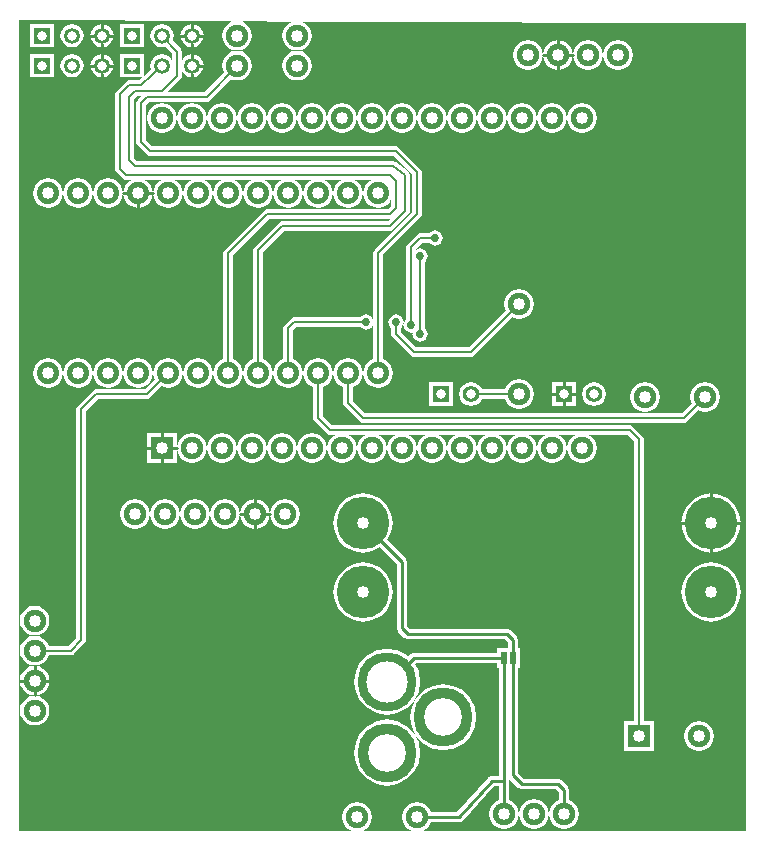
<source format=gtl>
G04 -- Generated By PCBWeb Designer*
%FSLAX24Y24*%
%MOIN*%
%OFA0B0*%
%SFA1.0B1.0*%
%AMROTRECT*21,1,$1,$2,0,0,$3*%
%AMROTOBLONG*1,1,$7,$1,$2*1,1,$7,$3,$4*21,1,$5,$6,0,0,$8*%
%ADD10C,0.025*%
%ADD11R,0.055X0.055*%
%ADD12C,0.033*%
%ADD13R,0.065X0.065*%
%ADD14C,0.055*%
%ADD15C,0.033*%
%ADD16C,0.065*%
%ADD17C,0.01*%
%ADD18C,0.008*%
%ADD19C,0.024*%
%ADD20R,0.0532X0.0532*%
%ADD21C,0.0315*%
%ADD22R,0.0632X0.0632*%
%ADD23C,0.0532*%
%ADD24C,0.0632*%
%ADD25C,0.075*%
%ADD26C,0.04*%
%ADD27C,0.085*%
%ADD28R,0.075X0.075*%
%ADD29R,0.085X0.085*%
%ADD30C,0.026*%
%ADD31C,0.074*%
%ADD32C,0.084*%
%ADD33C,0.0048*%
%ADD34C,0.0208*%
%ADD35C,0.175*%
%ADD36C,0.185*%
%ADD37C,0.1969*%
%ADD38C,0.1378*%
%ADD39C,0.2069*%
%ADD40C,0.126*%
%ADD41R,0.02X0.04*%
%ADD42R,0.03X0.05*%
%ADD43C,0.001*%
%ADD44C,0.0*%
%ADD45C,0.0275*%
G01*
%LNBASEFILL*%
%LPD*%
G36*
X7375Y27225D02*
X245Y27254D01*
X4385Y27135D01*
X7375Y27225D01*
G37*
G36*
X245Y27254D02*
X3615Y27135D01*
X4385Y27135D01*
X245Y27254D01*
G37*
G36*
X245Y27254D02*
X3000Y27135D01*
X3615Y27135D01*
X245Y27254D01*
G37*
G36*
X3000Y27135D02*
X3119Y27116D01*
X3615Y27135D01*
X3000Y27135D01*
G37*
G36*
X3119Y27116D02*
X3226Y27061D01*
X3615Y27135D01*
X3119Y27116D01*
G37*
G36*
X3226Y27061D02*
X3311Y26976D01*
X3615Y27135D01*
X3226Y27061D01*
G37*
G36*
X3311Y26976D02*
X3366Y26869D01*
X3615Y27135D01*
X3311Y26976D01*
G37*
G36*
X3366Y26869D02*
X3385Y26750D01*
X3615Y27135D01*
X3366Y26869D01*
G37*
G36*
X3385Y26750D02*
X3615Y26365D01*
X3615Y27135D01*
X3385Y26750D01*
G37*
G36*
X3385Y26750D02*
X3366Y26631D01*
X3615Y26365D01*
X3385Y26750D01*
G37*
G36*
X3366Y26631D02*
X3311Y26524D01*
X3615Y26365D01*
X3366Y26631D01*
G37*
G36*
X3311Y26524D02*
X3226Y26439D01*
X3615Y26365D01*
X3311Y26524D01*
G37*
G36*
X3615Y26365D02*
X3226Y26439D01*
X3226Y26061D01*
X3615Y26365D01*
G37*
G36*
X3226Y26061D02*
X3226Y26439D01*
X3119Y26116D01*
X3226Y26061D01*
G37*
G36*
X3226Y26439D02*
X3119Y26384D01*
X3119Y26116D01*
X3226Y26439D01*
G37*
G36*
X3000Y26365D02*
X3119Y26116D01*
X3119Y26384D01*
X3000Y26365D01*
G37*
G36*
X3000Y26365D02*
X3000Y26135D01*
X3119Y26116D01*
X3000Y26365D01*
G37*
G36*
X2881Y26116D02*
X3000Y26135D01*
X3000Y26365D01*
X2881Y26116D01*
G37*
G36*
X2881Y26384D02*
X2881Y26116D01*
X3000Y26365D01*
X2881Y26384D01*
G37*
G36*
X2774Y26061D02*
X2881Y26116D01*
X2881Y26384D01*
X2774Y26061D01*
G37*
G36*
X2774Y26439D02*
X2774Y26061D01*
X2881Y26384D01*
X2774Y26439D01*
G37*
G36*
X2689Y25976D02*
X2774Y26061D01*
X2774Y26439D01*
X2689Y25976D01*
G37*
G36*
X2311Y26524D02*
X2689Y25976D01*
X2774Y26439D01*
X2311Y26524D01*
G37*
G36*
X2689Y26524D02*
X2311Y26524D01*
X2774Y26439D01*
X2689Y26524D01*
G37*
G36*
X2366Y26631D02*
X2311Y26524D01*
X2689Y26524D01*
X2366Y26631D01*
G37*
G36*
X2634Y26631D02*
X2366Y26631D01*
X2689Y26524D01*
X2634Y26631D01*
G37*
G36*
X2385Y26750D02*
X2366Y26631D01*
X2634Y26631D01*
X2385Y26750D01*
G37*
G36*
X2615Y26750D02*
X2385Y26750D01*
X2634Y26631D01*
X2615Y26750D01*
G37*
G36*
X2366Y26869D02*
X2385Y26750D01*
X2615Y26750D01*
X2366Y26869D01*
G37*
G36*
X2366Y26869D02*
X2615Y26750D01*
X2634Y26869D01*
X2366Y26869D01*
G37*
G36*
X2311Y26976D02*
X2366Y26869D01*
X2634Y26869D01*
X2311Y26976D01*
G37*
G36*
X2689Y26976D02*
X2311Y26976D01*
X2634Y26869D01*
X2689Y26976D01*
G37*
G36*
X2774Y27061D02*
X2311Y26976D01*
X2689Y26976D01*
X2774Y27061D01*
G37*
G36*
X2774Y27061D02*
X2226Y27061D01*
X2311Y26976D01*
X2774Y27061D01*
G37*
G36*
X2881Y27116D02*
X2226Y27061D01*
X2774Y27061D01*
X2881Y27116D01*
G37*
G36*
X2119Y27116D02*
X2226Y27061D01*
X2881Y27116D01*
X2119Y27116D01*
G37*
G36*
X3000Y27135D02*
X2119Y27116D01*
X2881Y27116D01*
X3000Y27135D01*
G37*
G36*
X2000Y27135D02*
X2119Y27116D01*
X3000Y27135D01*
X2000Y27135D01*
G37*
G36*
X245Y27254D02*
X2000Y27135D01*
X3000Y27135D01*
X245Y27254D01*
G37*
G36*
X245Y27254D02*
X1385Y27135D01*
X2000Y27135D01*
X245Y27254D01*
G37*
G36*
X1385Y27135D02*
X1881Y27116D01*
X2000Y27135D01*
X1385Y27135D01*
G37*
G36*
X1385Y27135D02*
X1774Y27061D01*
X1881Y27116D01*
X1385Y27135D01*
G37*
G36*
X1385Y27135D02*
X1689Y26976D01*
X1774Y27061D01*
X1385Y27135D01*
G37*
G36*
X1385Y27135D02*
X1634Y26869D01*
X1689Y26976D01*
X1385Y27135D01*
G37*
G36*
X1634Y26869D02*
X1385Y27135D01*
X1615Y26750D01*
X1634Y26869D01*
G37*
G36*
X1615Y26750D02*
X1385Y27135D01*
X1385Y26365D01*
X1615Y26750D01*
G37*
G36*
X1615Y26750D02*
X1385Y26365D01*
X1634Y26631D01*
X1615Y26750D01*
G37*
G36*
X1634Y26631D02*
X1385Y26365D01*
X1689Y26524D01*
X1634Y26631D01*
G37*
G36*
X1689Y26524D02*
X1385Y26365D01*
X1774Y26439D01*
X1689Y26524D01*
G37*
G36*
X1774Y26439D02*
X1385Y26365D01*
X1774Y26061D01*
X1774Y26439D01*
G37*
G36*
X1774Y26061D02*
X1385Y26365D01*
X1385Y26135D01*
X1774Y26061D01*
G37*
G36*
X615Y26365D02*
X1385Y26135D01*
X1385Y26365D01*
X615Y26365D01*
G37*
G36*
X615Y26365D02*
X615Y26135D01*
X1385Y26135D01*
X615Y26365D01*
G37*
G36*
X615Y26365D02*
X245Y27254D01*
X615Y26135D01*
X615Y26365D01*
G37*
G36*
X615Y26135D02*
X245Y27254D01*
X615Y25365D01*
X615Y26135D01*
G37*
G36*
X711Y21500D02*
X615Y25365D01*
X245Y27254D01*
X711Y21500D01*
G37*
G36*
X711Y15500D02*
X711Y21500D01*
X245Y27254D01*
X711Y15500D01*
G37*
G36*
X711Y15500D02*
X245Y27254D01*
X256Y7250D01*
X711Y15500D01*
G37*
G36*
X256Y6250D02*
X256Y7250D01*
X245Y27254D01*
X256Y6250D01*
G37*
G36*
X245Y27254D02*
X256Y5250D01*
X256Y6250D01*
X245Y27254D01*
G37*
G36*
X256Y6250D02*
X256Y5250D01*
X280Y6097D01*
X256Y6250D01*
G37*
G36*
X256Y5250D02*
X280Y5403D01*
X280Y6097D01*
X256Y5250D01*
G37*
G36*
X280Y6097D02*
X280Y5403D01*
X350Y5540D01*
X280Y6097D01*
G37*
G36*
X350Y5960D02*
X280Y6097D01*
X350Y5540D01*
X350Y5960D01*
G37*
G36*
X350Y5960D02*
X350Y5540D01*
X460Y5650D01*
X350Y5960D01*
G37*
G36*
X460Y5850D02*
X350Y5960D01*
X460Y5650D01*
X460Y5850D01*
G37*
G36*
X460Y5850D02*
X460Y5650D01*
X597Y5720D01*
X460Y5850D01*
G37*
G36*
X597Y5780D02*
X460Y5850D01*
X597Y5720D01*
X597Y5780D01*
G37*
G36*
X597Y5780D02*
X597Y5720D01*
X750Y5744D01*
X597Y5780D01*
G37*
G36*
X750Y5756D02*
X597Y5780D01*
X750Y5744D01*
X750Y5756D01*
G37*
G36*
X903Y5780D02*
X750Y5756D01*
X750Y5744D01*
X903Y5780D01*
G37*
G36*
X903Y5780D02*
X750Y5744D01*
X903Y5720D01*
X903Y5780D01*
G37*
G36*
X903Y5780D02*
X903Y5720D01*
X1040Y5650D01*
X903Y5780D01*
G37*
G36*
X903Y5780D02*
X1040Y5650D01*
X1040Y5850D01*
X903Y5780D01*
G37*
G36*
X1150Y5960D02*
X1040Y5850D01*
X1040Y5650D01*
X1150Y5960D01*
G37*
G36*
X1150Y5960D02*
X1040Y5650D01*
X1150Y5540D01*
X1150Y5960D01*
G37*
G36*
X1150Y5960D02*
X1150Y5540D01*
X1950Y6091D01*
X1150Y5960D01*
G37*
G36*
X1950Y6091D02*
X1150Y5540D01*
X1220Y5403D01*
X1950Y6091D01*
G37*
G36*
X1220Y5403D02*
X1244Y5250D01*
X1950Y6091D01*
X1220Y5403D01*
G37*
G36*
X1244Y5250D02*
X1220Y5097D01*
X1950Y6091D01*
X1244Y5250D01*
G37*
G36*
X1950Y6091D02*
X1220Y5097D01*
X1220Y4403D01*
X1950Y6091D01*
G37*
G36*
X1220Y5097D02*
X1150Y4540D01*
X1220Y4403D01*
X1220Y5097D01*
G37*
G36*
X1220Y5097D02*
X1150Y4960D01*
X1150Y4540D01*
X1220Y5097D01*
G37*
G36*
X1150Y4960D02*
X1040Y4650D01*
X1150Y4540D01*
X1150Y4960D01*
G37*
G36*
X1150Y4960D02*
X1040Y4850D01*
X1040Y4650D01*
X1150Y4960D01*
G37*
G36*
X903Y4780D02*
X1040Y4650D01*
X1040Y4850D01*
X903Y4780D01*
G37*
G36*
X903Y4780D02*
X903Y4720D01*
X1040Y4650D01*
X903Y4780D01*
G37*
G36*
X903Y4780D02*
X750Y4744D01*
X903Y4720D01*
X903Y4780D01*
G37*
G36*
X903Y4780D02*
X750Y4756D01*
X750Y4744D01*
X903Y4780D01*
G37*
G36*
X750Y4756D02*
X597Y4780D01*
X750Y4744D01*
X750Y4756D01*
G37*
G36*
X597Y4780D02*
X597Y4720D01*
X750Y4744D01*
X597Y4780D01*
G37*
G36*
X597Y4780D02*
X460Y4850D01*
X597Y4720D01*
X597Y4780D01*
G37*
G36*
X460Y4850D02*
X460Y4650D01*
X597Y4720D01*
X460Y4850D01*
G37*
G36*
X460Y4850D02*
X350Y4960D01*
X460Y4650D01*
X460Y4850D01*
G37*
G36*
X350Y4960D02*
X350Y4540D01*
X460Y4650D01*
X350Y4960D01*
G37*
G36*
X350Y4960D02*
X280Y5097D01*
X350Y4540D01*
X350Y4960D01*
G37*
G36*
X280Y5097D02*
X280Y4403D01*
X350Y4540D01*
X280Y5097D01*
G37*
G36*
X256Y4250D02*
X280Y4403D01*
X280Y5097D01*
X256Y4250D01*
G37*
G36*
X256Y5250D02*
X256Y4250D01*
X280Y5097D01*
X256Y5250D01*
G37*
G36*
X256Y4250D02*
X256Y5250D01*
X245Y27254D01*
X256Y4250D01*
G37*
G36*
X245Y245D02*
X256Y4250D01*
X245Y27254D01*
X245Y245D01*
G37*
G36*
X280Y4097D02*
X256Y4250D01*
X245Y245D01*
X280Y4097D01*
G37*
G36*
X280Y4097D02*
X245Y245D01*
X350Y3960D01*
X280Y4097D01*
G37*
G36*
X350Y3960D02*
X245Y245D01*
X460Y3850D01*
X350Y3960D01*
G37*
G36*
X460Y3850D02*
X245Y245D01*
X597Y3780D01*
X460Y3850D01*
G37*
G36*
X597Y3780D02*
X245Y245D01*
X750Y3756D01*
X597Y3780D01*
G37*
G36*
X903Y3780D02*
X750Y3756D01*
X245Y245D01*
X903Y3780D01*
G37*
G36*
X11005Y700D02*
X903Y3780D01*
X245Y245D01*
X11005Y700D01*
G37*
G36*
X11005Y700D02*
X245Y245D01*
X11029Y547D01*
X11005Y700D01*
G37*
G36*
X11029Y547D02*
X245Y245D01*
X11100Y409D01*
X11029Y547D01*
G37*
G36*
X11100Y409D02*
X245Y245D01*
X11209Y300D01*
X11100Y409D01*
G37*
G36*
X11209Y300D02*
X245Y245D01*
X11316Y245D01*
X11209Y300D01*
G37*
G36*
X11005Y700D02*
X1040Y3850D01*
X903Y3780D01*
X11005Y700D01*
G37*
G36*
X11005Y700D02*
X1150Y3960D01*
X1040Y3850D01*
X11005Y700D01*
G37*
G36*
X11029Y853D02*
X1150Y3960D01*
X11005Y700D01*
X11029Y853D01*
G37*
G36*
X1220Y4097D02*
X1150Y3960D01*
X11029Y853D01*
X1220Y4097D01*
G37*
G36*
X2029Y6112D02*
X1220Y4097D01*
X11029Y853D01*
X2029Y6112D01*
G37*
G36*
X11029Y853D02*
X2062Y6138D01*
X2029Y6112D01*
X11029Y853D01*
G37*
G36*
X11029Y853D02*
X2412Y6488D01*
X2062Y6138D01*
X11029Y853D01*
G37*
G36*
X11100Y991D02*
X2412Y6488D01*
X11029Y853D01*
X11100Y991D01*
G37*
G36*
X2438Y6521D02*
X2412Y6488D01*
X11100Y991D01*
X2438Y6521D01*
G37*
G36*
X11396Y5213D02*
X2438Y6521D01*
X11100Y991D01*
X11396Y5213D01*
G37*
G36*
X11209Y1100D02*
X11396Y5213D01*
X11100Y991D01*
X11209Y1100D01*
G37*
G36*
X11209Y1100D02*
X11397Y2851D01*
X11396Y5213D01*
X11209Y1100D01*
G37*
G36*
X11396Y5213D02*
X11397Y2851D01*
X11450Y4872D01*
X11396Y5213D01*
G37*
G36*
X11450Y4872D02*
X11397Y2851D01*
X11451Y3192D01*
X11450Y4872D01*
G37*
G36*
X11450Y4872D02*
X11451Y3192D01*
X11607Y4564D01*
X11450Y4872D01*
G37*
G36*
X11607Y4564D02*
X11451Y3192D01*
X11607Y3500D01*
X11607Y4564D01*
G37*
G36*
X11607Y4564D02*
X11607Y3500D01*
X11851Y4320D01*
X11607Y4564D01*
G37*
G36*
X11851Y4320D02*
X11607Y3500D01*
X11852Y3744D01*
X11851Y4320D01*
G37*
G36*
X11851Y4320D02*
X11852Y3744D01*
X12159Y4163D01*
X11851Y4320D01*
G37*
G36*
X12159Y4163D02*
X11852Y3744D01*
X12159Y3900D01*
X12159Y4163D01*
G37*
G36*
X12159Y4163D02*
X12159Y3900D01*
X12500Y4109D01*
X12159Y4163D01*
G37*
G36*
X12159Y3900D02*
X12500Y3954D01*
X12500Y4109D01*
X12159Y3900D01*
G37*
G36*
X12500Y4109D02*
X12500Y3954D01*
X12841Y3900D01*
X12500Y4109D01*
G37*
G36*
X12500Y4109D02*
X12841Y3900D01*
X12841Y4163D01*
X12500Y4109D01*
G37*
G36*
X12841Y4163D02*
X12841Y3900D01*
X13267Y4032D01*
X12841Y4163D01*
G37*
G36*
X12841Y3900D02*
X13148Y3744D01*
X13267Y4032D01*
X12841Y3900D01*
G37*
G36*
X13267Y4032D02*
X13148Y3744D01*
X13321Y3691D01*
X13267Y4032D01*
G37*
G36*
X13321Y3691D02*
X13148Y3744D01*
X13393Y3500D01*
X13321Y3691D01*
G37*
G36*
X13321Y3691D02*
X13393Y3500D01*
X13478Y3384D01*
X13321Y3691D01*
G37*
G36*
X13478Y3384D02*
X13393Y3500D01*
X13549Y3192D01*
X13478Y3384D01*
G37*
G36*
X13478Y3384D02*
X13549Y3192D01*
X13722Y3140D01*
X13478Y3384D01*
G37*
G36*
X13549Y3192D02*
X13603Y2851D01*
X13722Y3140D01*
X13549Y3192D01*
G37*
G36*
X13722Y3140D02*
X13603Y2851D01*
X14029Y2983D01*
X13722Y3140D01*
G37*
G36*
X13549Y2510D02*
X14029Y2983D01*
X13603Y2851D01*
X13549Y2510D01*
G37*
G36*
X14370Y2929D02*
X14029Y2983D01*
X13549Y2510D01*
X14370Y2929D01*
G37*
G36*
X13791Y1100D02*
X14370Y2929D01*
X13549Y2510D01*
X13791Y1100D01*
G37*
G36*
X13791Y1100D02*
X13549Y2510D01*
X13393Y2203D01*
X13791Y1100D01*
G37*
G36*
X13791Y1100D02*
X13393Y2203D01*
X13653Y1171D01*
X13791Y1100D01*
G37*
G36*
X13653Y1171D02*
X13393Y2203D01*
X13500Y1195D01*
X13653Y1171D01*
G37*
G36*
X13393Y2203D02*
X13148Y1959D01*
X13500Y1195D01*
X13393Y2203D01*
G37*
G36*
X13148Y1959D02*
X13347Y1171D01*
X13500Y1195D01*
X13148Y1959D01*
G37*
G36*
X13148Y1959D02*
X12841Y1802D01*
X13347Y1171D01*
X13148Y1959D01*
G37*
G36*
X12841Y1802D02*
X13209Y1100D01*
X13347Y1171D01*
X12841Y1802D01*
G37*
G36*
X13209Y1100D02*
X12841Y1802D01*
X13100Y991D01*
X13209Y1100D01*
G37*
G36*
X12841Y1802D02*
X12500Y1748D01*
X13100Y991D01*
X12841Y1802D01*
G37*
G36*
X12500Y1748D02*
X13029Y853D01*
X13100Y991D01*
X12500Y1748D01*
G37*
G36*
X12500Y1748D02*
X11971Y853D01*
X13029Y853D01*
X12500Y1748D01*
G37*
G36*
X11995Y700D02*
X13029Y853D01*
X11971Y853D01*
X11995Y700D01*
G37*
G36*
X13029Y853D02*
X11995Y700D01*
X13005Y700D01*
X13029Y853D01*
G37*
G36*
X13005Y700D02*
X11995Y700D01*
X13029Y547D01*
X13005Y700D01*
G37*
G36*
X11995Y700D02*
X11971Y547D01*
X13029Y547D01*
X11995Y700D01*
G37*
G36*
X13029Y547D02*
X11971Y547D01*
X11900Y409D01*
X13029Y547D01*
G37*
G36*
X13100Y409D02*
X13029Y547D01*
X11900Y409D01*
X13100Y409D01*
G37*
G36*
X13100Y409D02*
X11900Y409D01*
X13209Y300D01*
X13100Y409D01*
G37*
G36*
X11900Y409D02*
X11791Y300D01*
X13209Y300D01*
X11900Y409D01*
G37*
G36*
X13209Y300D02*
X11791Y300D01*
X11684Y245D01*
X13209Y300D01*
G37*
G36*
X13316Y245D02*
X13209Y300D01*
X11684Y245D01*
X13316Y245D01*
G37*
G36*
X11900Y991D02*
X11971Y853D01*
X12500Y1748D01*
X11900Y991D01*
G37*
G36*
X12500Y1748D02*
X12159Y1802D01*
X11900Y991D01*
X12500Y1748D01*
G37*
G36*
X12159Y1802D02*
X11791Y1100D01*
X11900Y991D01*
X12159Y1802D01*
G37*
G36*
X12159Y1802D02*
X11653Y1171D01*
X11791Y1100D01*
X12159Y1802D01*
G37*
G36*
X11852Y1959D02*
X11653Y1171D01*
X12159Y1802D01*
X11852Y1959D01*
G37*
G36*
X11852Y1959D02*
X11500Y1195D01*
X11653Y1171D01*
X11852Y1959D01*
G37*
G36*
X11852Y1959D02*
X11607Y2203D01*
X11500Y1195D01*
X11852Y1959D01*
G37*
G36*
X11607Y2203D02*
X11347Y1171D01*
X11500Y1195D01*
X11607Y2203D01*
G37*
G36*
X11347Y1171D02*
X11607Y2203D01*
X11209Y1100D01*
X11347Y1171D01*
G37*
G36*
X11607Y2203D02*
X11451Y2510D01*
X11209Y1100D01*
X11607Y2203D01*
G37*
G36*
X11451Y2510D02*
X11397Y2851D01*
X11209Y1100D01*
X11451Y2510D01*
G37*
G36*
X14370Y2929D02*
X13791Y1100D01*
X14825Y870D01*
X14370Y2929D01*
G37*
G36*
X14825Y870D02*
X13791Y1100D01*
X13900Y991D01*
X14825Y870D01*
G37*
G36*
X14825Y870D02*
X13900Y991D01*
X13962Y870D01*
X14825Y870D01*
G37*
G36*
X14711Y2983D02*
X14370Y2929D01*
X14825Y870D01*
X14711Y2983D01*
G37*
G36*
X15875Y2015D02*
X14711Y2983D01*
X14825Y870D01*
X15875Y2015D01*
G37*
G36*
X15019Y3140D02*
X14711Y2983D01*
X15875Y2015D01*
X15019Y3140D01*
G37*
G36*
X15880Y2020D02*
X15019Y3140D01*
X15875Y2015D01*
X15880Y2020D01*
G37*
G36*
X15880Y2020D02*
X15875Y2015D01*
X15878Y2017D01*
X15880Y2020D01*
G37*
G36*
X15909Y2043D02*
X15019Y3140D01*
X15880Y2020D01*
X15909Y2043D01*
G37*
G36*
X15909Y2043D02*
X15880Y2020D01*
X15894Y2031D01*
X15909Y2043D01*
G37*
G36*
X15909Y2043D02*
X15915Y2047D01*
X15019Y3140D01*
X15909Y2043D01*
G37*
G36*
X15915Y2047D02*
X15932Y2054D01*
X15019Y3140D01*
X15915Y2047D01*
G37*
G36*
X15263Y3384D02*
X15019Y3140D01*
X15932Y2054D01*
X15263Y3384D01*
G37*
G36*
X15949Y2062D02*
X15263Y3384D01*
X15932Y2054D01*
X15949Y2062D01*
G37*
G36*
X15949Y2062D02*
X15956Y2064D01*
X15263Y3384D01*
X15949Y2062D01*
G37*
G36*
X15956Y2064D02*
X15974Y2067D01*
X15263Y3384D01*
X15956Y2064D01*
G37*
G36*
X15263Y3384D02*
X15974Y2067D01*
X15419Y3691D01*
X15263Y3384D01*
G37*
G36*
X15993Y2070D02*
X15419Y3691D01*
X15974Y2067D01*
X15993Y2070D01*
G37*
G36*
X16000Y2070D02*
X15419Y3691D01*
X15993Y2070D01*
X16000Y2070D01*
G37*
G36*
X15993Y2070D02*
X15996Y2070D01*
X16000Y2070D01*
X15993Y2070D01*
G37*
G36*
X16000Y2070D02*
X16230Y2070D01*
X15419Y3691D01*
X16000Y2070D01*
G37*
G36*
X16230Y2070D02*
X15473Y4032D01*
X15419Y3691D01*
X16230Y2070D01*
G37*
G36*
X16230Y2070D02*
X16230Y5680D01*
X15473Y4032D01*
X16230Y2070D01*
G37*
G36*
X15419Y4373D02*
X15473Y4032D01*
X16230Y5680D01*
X15419Y4373D01*
G37*
G36*
X16180Y5680D02*
X15419Y4373D01*
X16230Y5680D01*
X16180Y5680D01*
G37*
G36*
X15263Y4681D02*
X15419Y4373D01*
X16180Y5680D01*
X15263Y4681D01*
G37*
G36*
X15019Y4925D02*
X15263Y4681D01*
X16180Y5680D01*
X15019Y4925D01*
G37*
G36*
X15019Y4925D02*
X16180Y5680D01*
X16180Y5830D01*
X15019Y4925D01*
G37*
G36*
X14711Y5082D02*
X15019Y4925D01*
X16180Y5830D01*
X14711Y5082D01*
G37*
G36*
X14711Y5082D02*
X16180Y5830D01*
X13470Y5830D01*
X14711Y5082D01*
G37*
G36*
X13470Y5830D02*
X14370Y5136D01*
X14711Y5082D01*
X13470Y5830D01*
G37*
G36*
X14370Y5136D02*
X13470Y5830D01*
X13550Y5555D01*
X14370Y5136D01*
G37*
G36*
X13470Y5830D02*
X13430Y5790D01*
X13550Y5555D01*
X13470Y5830D01*
G37*
G36*
X14029Y5082D02*
X14370Y5136D01*
X13550Y5555D01*
X14029Y5082D01*
G37*
G36*
X13550Y5555D02*
X13604Y5213D01*
X14029Y5082D01*
X13550Y5555D01*
G37*
G36*
X13604Y5213D02*
X13722Y4925D01*
X14029Y5082D01*
X13604Y5213D01*
G37*
G36*
X13604Y5213D02*
X13550Y4872D01*
X13722Y4925D01*
X13604Y5213D01*
G37*
G36*
X13478Y4681D02*
X13722Y4925D01*
X13550Y4872D01*
X13478Y4681D01*
G37*
G36*
X13393Y4564D02*
X13478Y4681D01*
X13550Y4872D01*
X13393Y4564D01*
G37*
G36*
X13478Y4681D02*
X13393Y4564D01*
X13321Y4373D01*
X13478Y4681D01*
G37*
G36*
X13149Y4320D02*
X13321Y4373D01*
X13393Y4564D01*
X13149Y4320D01*
G37*
G36*
X13149Y4320D02*
X13267Y4032D01*
X13321Y4373D01*
X13149Y4320D01*
G37*
G36*
X13149Y4320D02*
X12841Y4163D01*
X13267Y4032D01*
X13149Y4320D01*
G37*
G36*
X15953Y2063D02*
X15956Y2064D01*
X15949Y2062D01*
X15953Y2063D01*
G37*
G36*
X15912Y2045D02*
X15915Y2047D01*
X15909Y2043D01*
X15912Y2045D01*
G37*
G36*
X11396Y5213D02*
X2454Y6559D01*
X2438Y6521D01*
X11396Y5213D01*
G37*
G36*
X11396Y5213D02*
X2459Y6600D01*
X2454Y6559D01*
X11396Y5213D01*
G37*
G36*
X11396Y5213D02*
X10896Y7616D01*
X2459Y6600D01*
X11396Y5213D01*
G37*
G36*
X10755Y7893D02*
X2459Y6600D01*
X10896Y7616D01*
X10755Y7893D01*
G37*
G36*
X2459Y6600D02*
X10755Y7893D01*
X5100Y10306D01*
X2459Y6600D01*
G37*
G36*
X10755Y7893D02*
X10706Y8200D01*
X5100Y10306D01*
X10755Y7893D01*
G37*
G36*
X10706Y8200D02*
X10755Y8507D01*
X5100Y10306D01*
X10706Y8200D01*
G37*
G36*
X10755Y8507D02*
X6100Y10306D01*
X5100Y10306D01*
X10755Y8507D01*
G37*
G36*
X5253Y10330D02*
X5100Y10306D01*
X6100Y10306D01*
X5253Y10330D01*
G37*
G36*
X5947Y10330D02*
X5253Y10330D01*
X6100Y10306D01*
X5947Y10330D01*
G37*
G36*
X5390Y10400D02*
X5253Y10330D01*
X5947Y10330D01*
X5390Y10400D01*
G37*
G36*
X5810Y10400D02*
X5390Y10400D01*
X5947Y10330D01*
X5810Y10400D01*
G37*
G36*
X5500Y10510D02*
X5390Y10400D01*
X5810Y10400D01*
X5500Y10510D01*
G37*
G36*
X5700Y10510D02*
X5500Y10510D01*
X5810Y10400D01*
X5700Y10510D01*
G37*
G36*
X5570Y10647D02*
X5500Y10510D01*
X5700Y10510D01*
X5570Y10647D01*
G37*
G36*
X5630Y10647D02*
X5570Y10647D01*
X5700Y10510D01*
X5630Y10647D01*
G37*
G36*
X5594Y10800D02*
X5570Y10647D01*
X5630Y10647D01*
X5594Y10800D01*
G37*
G36*
X5606Y10800D02*
X5594Y10800D01*
X5630Y10647D01*
X5606Y10800D01*
G37*
G36*
X5570Y10953D02*
X5594Y10800D01*
X5606Y10800D01*
X5570Y10953D01*
G37*
G36*
X5630Y10953D02*
X5570Y10953D01*
X5606Y10800D01*
X5630Y10953D01*
G37*
G36*
X5570Y10953D02*
X5630Y10953D01*
X5700Y11090D01*
X5570Y10953D01*
G37*
G36*
X5500Y11090D02*
X5570Y10953D01*
X5700Y11090D01*
X5500Y11090D01*
G37*
G36*
X5390Y11200D02*
X5500Y11090D01*
X5700Y11090D01*
X5390Y11200D01*
G37*
G36*
X5700Y11090D02*
X5810Y11200D01*
X5390Y11200D01*
X5700Y11090D01*
G37*
G36*
X5810Y11200D02*
X5947Y11270D01*
X5390Y11200D01*
X5810Y11200D01*
G37*
G36*
X5253Y11270D02*
X5390Y11200D01*
X5947Y11270D01*
X5253Y11270D01*
G37*
G36*
X5947Y11270D02*
X5494Y12506D01*
X5253Y11270D01*
X5947Y11270D01*
G37*
G36*
X5100Y11294D02*
X5253Y11270D01*
X5494Y12506D01*
X5100Y11294D01*
G37*
G36*
X4506Y12506D02*
X5100Y11294D01*
X5494Y12506D01*
X4506Y12506D01*
G37*
G36*
X4506Y12506D02*
X4947Y11270D01*
X5100Y11294D01*
X4506Y12506D01*
G37*
G36*
X4506Y12506D02*
X4810Y11200D01*
X4947Y11270D01*
X4506Y12506D01*
G37*
G36*
X4506Y12506D02*
X4253Y11270D01*
X4810Y11200D01*
X4506Y12506D01*
G37*
G36*
X4390Y11200D02*
X4810Y11200D01*
X4253Y11270D01*
X4390Y11200D01*
G37*
G36*
X4390Y11200D02*
X4500Y11090D01*
X4810Y11200D01*
X4390Y11200D01*
G37*
G36*
X4700Y11090D02*
X4810Y11200D01*
X4500Y11090D01*
X4700Y11090D01*
G37*
G36*
X4700Y11090D02*
X4500Y11090D01*
X4570Y10953D01*
X4700Y11090D01*
G37*
G36*
X4570Y10953D02*
X4630Y10953D01*
X4700Y11090D01*
X4570Y10953D01*
G37*
G36*
X4630Y10953D02*
X4570Y10953D01*
X4606Y10800D01*
X4630Y10953D01*
G37*
G36*
X4570Y10953D02*
X4594Y10800D01*
X4606Y10800D01*
X4570Y10953D01*
G37*
G36*
X4606Y10800D02*
X4594Y10800D01*
X4630Y10647D01*
X4606Y10800D01*
G37*
G36*
X4594Y10800D02*
X4570Y10647D01*
X4630Y10647D01*
X4594Y10800D01*
G37*
G36*
X4630Y10647D02*
X4570Y10647D01*
X4700Y10510D01*
X4630Y10647D01*
G37*
G36*
X4570Y10647D02*
X4500Y10510D01*
X4700Y10510D01*
X4570Y10647D01*
G37*
G36*
X4700Y10510D02*
X4500Y10510D01*
X4810Y10400D01*
X4700Y10510D01*
G37*
G36*
X4500Y10510D02*
X4390Y10400D01*
X4810Y10400D01*
X4500Y10510D01*
G37*
G36*
X4810Y10400D02*
X4390Y10400D01*
X4947Y10330D01*
X4810Y10400D01*
G37*
G36*
X4390Y10400D02*
X4253Y10330D01*
X4947Y10330D01*
X4390Y10400D01*
G37*
G36*
X2459Y6600D02*
X4947Y10330D01*
X4253Y10330D01*
X2459Y6600D01*
G37*
G36*
X4100Y10306D02*
X2459Y6600D01*
X4253Y10330D01*
X4100Y10306D01*
G37*
G36*
X3947Y10330D02*
X2459Y6600D01*
X4100Y10306D01*
X3947Y10330D01*
G37*
G36*
X3810Y10400D02*
X2459Y6600D01*
X3947Y10330D01*
X3810Y10400D01*
G37*
G36*
X3700Y10510D02*
X2459Y6600D01*
X3810Y10400D01*
X3700Y10510D01*
G37*
G36*
X3630Y10647D02*
X2459Y6600D01*
X3700Y10510D01*
X3630Y10647D01*
G37*
G36*
X3606Y10800D02*
X2459Y6600D01*
X3630Y10647D01*
X3606Y10800D01*
G37*
G36*
X2459Y14234D02*
X2459Y6600D01*
X3606Y10800D01*
X2459Y14234D01*
G37*
G36*
X2459Y14234D02*
X3606Y10800D01*
X3630Y10953D01*
X2459Y14234D01*
G37*
G36*
X2459Y14234D02*
X3630Y10953D01*
X3700Y11090D01*
X2459Y14234D01*
G37*
G36*
X2459Y14234D02*
X3700Y11090D01*
X3810Y11200D01*
X2459Y14234D01*
G37*
G36*
X4506Y12506D02*
X2459Y14234D01*
X3810Y11200D01*
X4506Y12506D01*
G37*
G36*
X3947Y11270D02*
X4506Y12506D01*
X3810Y11200D01*
X3947Y11270D01*
G37*
G36*
X4100Y11294D02*
X4506Y12506D01*
X3947Y11270D01*
X4100Y11294D01*
G37*
G36*
X4100Y11294D02*
X4253Y11270D01*
X4506Y12506D01*
X4100Y11294D01*
G37*
G36*
X4506Y13494D02*
X2459Y14234D01*
X4506Y12506D01*
X4506Y13494D01*
G37*
G36*
X2866Y14641D02*
X2459Y14234D01*
X4506Y13494D01*
X2866Y14641D01*
G37*
G36*
X4500Y14641D02*
X2866Y14641D01*
X4506Y13494D01*
X4500Y14641D01*
G37*
G36*
X4500Y14641D02*
X4506Y13494D01*
X4541Y14646D01*
X4500Y14641D01*
G37*
G36*
X4579Y14662D02*
X4541Y14646D01*
X4506Y13494D01*
X4579Y14662D01*
G37*
G36*
X5494Y13494D02*
X4579Y14662D01*
X4506Y13494D01*
X5494Y13494D01*
G37*
G36*
X4612Y14688D02*
X4579Y14662D01*
X5494Y13494D01*
X4612Y14688D01*
G37*
G36*
X5200Y15011D02*
X4612Y14688D01*
X5494Y13494D01*
X5200Y15011D01*
G37*
G36*
X5494Y13494D02*
X5351Y15035D01*
X5200Y15011D01*
X5494Y13494D01*
G37*
G36*
X6049Y15035D02*
X5351Y15035D01*
X5494Y13494D01*
X6049Y15035D01*
G37*
G36*
X6049Y15035D02*
X5494Y13494D01*
X5847Y13470D01*
X6049Y15035D01*
G37*
G36*
X5494Y13494D02*
X5710Y13400D01*
X5847Y13470D01*
X5494Y13494D01*
G37*
G36*
X5494Y13494D02*
X5600Y13290D01*
X5710Y13400D01*
X5494Y13494D01*
G37*
G36*
X5494Y13494D02*
X5530Y13153D01*
X5600Y13290D01*
X5494Y13494D01*
G37*
G36*
X5530Y13153D02*
X5494Y13494D01*
X5506Y13000D01*
X5530Y13153D01*
G37*
G36*
X5494Y12506D02*
X5506Y13000D01*
X5494Y13494D01*
X5494Y12506D01*
G37*
G36*
X5494Y12506D02*
X5530Y12847D01*
X5506Y13000D01*
X5494Y12506D01*
G37*
G36*
X5530Y12847D02*
X5494Y12506D01*
X5600Y12710D01*
X5530Y12847D01*
G37*
G36*
X5600Y12710D02*
X5494Y12506D01*
X5710Y12600D01*
X5600Y12710D01*
G37*
G36*
X5710Y12600D02*
X5494Y12506D01*
X5847Y12530D01*
X5710Y12600D01*
G37*
G36*
X5847Y12530D02*
X5494Y12506D01*
X5947Y11270D01*
X5847Y12530D01*
G37*
G36*
X6000Y12506D02*
X5847Y12530D01*
X5947Y11270D01*
X6000Y12506D01*
G37*
G36*
X6000Y12506D02*
X5947Y11270D01*
X6100Y11294D01*
X6000Y12506D01*
G37*
G36*
X6000Y12506D02*
X6100Y11294D01*
X6253Y11270D01*
X6000Y12506D01*
G37*
G36*
X6253Y11270D02*
X6153Y12530D01*
X6000Y12506D01*
X6253Y11270D01*
G37*
G36*
X6253Y11270D02*
X6847Y12530D01*
X6153Y12530D01*
X6253Y11270D01*
G37*
G36*
X6290Y12600D02*
X6153Y12530D01*
X6847Y12530D01*
X6290Y12600D01*
G37*
G36*
X6710Y12600D02*
X6290Y12600D01*
X6847Y12530D01*
X6710Y12600D01*
G37*
G36*
X6400Y12710D02*
X6290Y12600D01*
X6710Y12600D01*
X6400Y12710D01*
G37*
G36*
X6600Y12710D02*
X6400Y12710D01*
X6710Y12600D01*
X6600Y12710D01*
G37*
G36*
X6470Y12847D02*
X6400Y12710D01*
X6600Y12710D01*
X6470Y12847D01*
G37*
G36*
X6530Y12847D02*
X6470Y12847D01*
X6600Y12710D01*
X6530Y12847D01*
G37*
G36*
X6494Y13000D02*
X6470Y12847D01*
X6530Y12847D01*
X6494Y13000D01*
G37*
G36*
X6506Y13000D02*
X6494Y13000D01*
X6530Y12847D01*
X6506Y13000D01*
G37*
G36*
X6470Y13153D02*
X6494Y13000D01*
X6506Y13000D01*
X6470Y13153D01*
G37*
G36*
X6530Y13153D02*
X6470Y13153D01*
X6506Y13000D01*
X6530Y13153D01*
G37*
G36*
X6470Y13153D02*
X6530Y13153D01*
X6600Y13290D01*
X6470Y13153D01*
G37*
G36*
X6400Y13290D02*
X6470Y13153D01*
X6600Y13290D01*
X6400Y13290D01*
G37*
G36*
X6290Y13400D02*
X6400Y13290D01*
X6600Y13290D01*
X6290Y13400D01*
G37*
G36*
X6710Y13400D02*
X6290Y13400D01*
X6600Y13290D01*
X6710Y13400D01*
G37*
G36*
X6290Y13400D02*
X6710Y13400D01*
X6847Y13470D01*
X6290Y13400D01*
G37*
G36*
X6847Y13470D02*
X6153Y13470D01*
X6290Y13400D01*
X6847Y13470D01*
G37*
G36*
X6153Y13470D02*
X6847Y13470D01*
X6351Y15035D01*
X6153Y13470D01*
G37*
G36*
X6847Y13470D02*
X7049Y15035D01*
X6351Y15035D01*
X6847Y13470D01*
G37*
G36*
X6487Y15104D02*
X6351Y15035D01*
X7049Y15035D01*
X6487Y15104D01*
G37*
G36*
X6913Y15104D02*
X6487Y15104D01*
X7049Y15035D01*
X6913Y15104D01*
G37*
G36*
X6596Y15213D02*
X6487Y15104D01*
X6913Y15104D01*
X6596Y15213D01*
G37*
G36*
X6804Y15213D02*
X6596Y15213D01*
X6913Y15104D01*
X6804Y15213D01*
G37*
G36*
X6804Y15213D02*
X6735Y15349D01*
X6596Y15213D01*
X6804Y15213D01*
G37*
G36*
X6735Y15349D02*
X6665Y15349D01*
X6596Y15213D01*
X6735Y15349D01*
G37*
G36*
X6735Y15349D02*
X6711Y15500D01*
X6665Y15349D01*
X6735Y15349D01*
G37*
G36*
X6711Y15500D02*
X6689Y15500D01*
X6665Y15349D01*
X6711Y15500D01*
G37*
G36*
X6689Y15500D02*
X6711Y15500D01*
X6735Y15651D01*
X6689Y15500D01*
G37*
G36*
X6665Y15651D02*
X6689Y15500D01*
X6735Y15651D01*
X6665Y15651D01*
G37*
G36*
X6665Y15651D02*
X6735Y15651D01*
X6804Y15787D01*
X6665Y15651D01*
G37*
G36*
X6596Y15787D02*
X6665Y15651D01*
X6804Y15787D01*
X6596Y15787D01*
G37*
G36*
X6487Y15896D02*
X6596Y15787D01*
X6804Y15787D01*
X6487Y15896D01*
G37*
G36*
X6913Y15896D02*
X6487Y15896D01*
X6804Y15787D01*
X6913Y15896D01*
G37*
G36*
X6487Y15896D02*
X6913Y15896D01*
X7041Y15961D01*
X6487Y15896D01*
G37*
G36*
X7041Y15961D02*
X6351Y15965D01*
X6487Y15896D01*
X7041Y15961D01*
G37*
G36*
X7041Y19500D02*
X6351Y15965D01*
X7041Y15961D01*
X7041Y19500D01*
G37*
G36*
X7041Y19500D02*
X6200Y15989D01*
X6351Y15965D01*
X7041Y19500D01*
G37*
G36*
X6200Y15989D02*
X7041Y19500D01*
X6049Y15965D01*
X6200Y15989D01*
G37*
G36*
X5351Y15965D02*
X6049Y15965D01*
X7041Y19500D01*
X5351Y15965D01*
G37*
G36*
X5351Y15965D02*
X7041Y19500D01*
X5200Y15989D01*
X5351Y15965D01*
G37*
G36*
X5200Y15989D02*
X7041Y19500D01*
X5049Y15965D01*
X5200Y15989D01*
G37*
G36*
X4351Y15965D02*
X5049Y15965D01*
X7041Y19500D01*
X4351Y15965D01*
G37*
G36*
X7041Y19500D02*
X4200Y21011D01*
X4351Y15965D01*
X7041Y19500D01*
G37*
G36*
X4200Y21011D02*
X4200Y15989D01*
X4351Y15965D01*
X4200Y21011D01*
G37*
G36*
X4200Y21011D02*
X4049Y15965D01*
X4200Y15989D01*
X4200Y21011D01*
G37*
G36*
X4200Y21011D02*
X4049Y21035D01*
X4049Y15965D01*
X4200Y21011D01*
G37*
G36*
X4049Y15965D02*
X4049Y21035D01*
X3351Y21035D01*
X4049Y15965D01*
G37*
G36*
X3487Y21104D02*
X3351Y21035D01*
X4049Y21035D01*
X3487Y21104D01*
G37*
G36*
X3913Y21104D02*
X3487Y21104D01*
X4049Y21035D01*
X3913Y21104D01*
G37*
G36*
X3596Y21213D02*
X3487Y21104D01*
X3913Y21104D01*
X3596Y21213D01*
G37*
G36*
X3804Y21213D02*
X3596Y21213D01*
X3913Y21104D01*
X3804Y21213D01*
G37*
G36*
X3804Y21213D02*
X3735Y21349D01*
X3596Y21213D01*
X3804Y21213D01*
G37*
G36*
X3735Y21349D02*
X3665Y21349D01*
X3596Y21213D01*
X3735Y21349D01*
G37*
G36*
X3735Y21349D02*
X3711Y21500D01*
X3665Y21349D01*
X3735Y21349D01*
G37*
G36*
X3711Y21500D02*
X3689Y21500D01*
X3665Y21349D01*
X3711Y21500D01*
G37*
G36*
X3689Y21500D02*
X3711Y21500D01*
X3735Y21651D01*
X3689Y21500D01*
G37*
G36*
X3665Y21651D02*
X3689Y21500D01*
X3735Y21651D01*
X3665Y21651D01*
G37*
G36*
X3665Y21651D02*
X3735Y21651D01*
X3804Y21787D01*
X3665Y21651D01*
G37*
G36*
X3665Y21651D02*
X3804Y21787D01*
X3596Y21787D01*
X3665Y21651D01*
G37*
G36*
X3721Y21962D02*
X3596Y21787D01*
X3804Y21787D01*
X3721Y21962D01*
G37*
G36*
X3759Y21946D02*
X3721Y21962D01*
X3804Y21787D01*
X3759Y21946D01*
G37*
G36*
X3800Y21941D02*
X3759Y21946D01*
X3804Y21787D01*
X3800Y21941D01*
G37*
G36*
X3800Y21941D02*
X3804Y21787D01*
X3913Y21896D01*
X3800Y21941D01*
G37*
G36*
X3800Y21941D02*
X3913Y21896D01*
X3998Y21941D01*
X3800Y21941D01*
G37*
G36*
X3998Y21941D02*
X3913Y21896D01*
X3999Y21939D01*
X3998Y21941D01*
G37*
G36*
X3721Y21962D02*
X3688Y21988D01*
X3596Y21787D01*
X3721Y21962D01*
G37*
G36*
X3688Y21988D02*
X3487Y21896D01*
X3596Y21787D01*
X3688Y21988D01*
G37*
G36*
X3488Y22188D02*
X3487Y21896D01*
X3688Y21988D01*
X3488Y22188D01*
G37*
G36*
X3351Y21965D02*
X3487Y21896D01*
X3488Y22188D01*
X3351Y21965D01*
G37*
G36*
X3462Y22221D02*
X3351Y21965D01*
X3488Y22188D01*
X3462Y22221D01*
G37*
G36*
X3462Y22221D02*
X3200Y21989D01*
X3351Y21965D01*
X3462Y22221D01*
G37*
G36*
X3462Y22221D02*
X3446Y22259D01*
X3200Y21989D01*
X3462Y22221D01*
G37*
G36*
X3441Y22300D02*
X3200Y21989D01*
X3446Y22259D01*
X3441Y22300D01*
G37*
G36*
X3049Y21965D02*
X3200Y21989D01*
X3441Y22300D01*
X3049Y21965D01*
G37*
G36*
X3441Y22300D02*
X2351Y21965D01*
X3049Y21965D01*
X3441Y22300D01*
G37*
G36*
X2351Y21965D02*
X2487Y21896D01*
X3049Y21965D01*
X2351Y21965D01*
G37*
G36*
X2487Y21896D02*
X2913Y21896D01*
X3049Y21965D01*
X2487Y21896D01*
G37*
G36*
X2913Y21896D02*
X2487Y21896D01*
X2804Y21787D01*
X2913Y21896D01*
G37*
G36*
X2487Y21896D02*
X2596Y21787D01*
X2804Y21787D01*
X2487Y21896D01*
G37*
G36*
X2596Y21787D02*
X2665Y21651D01*
X2804Y21787D01*
X2596Y21787D01*
G37*
G36*
X2665Y21651D02*
X2735Y21651D01*
X2804Y21787D01*
X2665Y21651D01*
G37*
G36*
X2665Y21651D02*
X2689Y21500D01*
X2735Y21651D01*
X2665Y21651D01*
G37*
G36*
X2689Y21500D02*
X2711Y21500D01*
X2735Y21651D01*
X2689Y21500D01*
G37*
G36*
X2711Y21500D02*
X2689Y21500D01*
X2665Y21349D01*
X2711Y21500D01*
G37*
G36*
X2735Y21349D02*
X2711Y21500D01*
X2665Y21349D01*
X2735Y21349D01*
G37*
G36*
X2735Y21349D02*
X2665Y21349D01*
X2596Y21213D01*
X2735Y21349D01*
G37*
G36*
X2804Y21213D02*
X2735Y21349D01*
X2596Y21213D01*
X2804Y21213D01*
G37*
G36*
X2804Y21213D02*
X2596Y21213D01*
X2913Y21104D01*
X2804Y21213D01*
G37*
G36*
X2596Y21213D02*
X2487Y21104D01*
X2913Y21104D01*
X2596Y21213D01*
G37*
G36*
X2913Y21104D02*
X2487Y21104D01*
X3049Y21035D01*
X2913Y21104D01*
G37*
G36*
X2487Y21104D02*
X2351Y21035D01*
X3049Y21035D01*
X2487Y21104D01*
G37*
G36*
X3049Y15965D02*
X3049Y21035D01*
X2351Y21035D01*
X3049Y15965D01*
G37*
G36*
X2351Y21035D02*
X2351Y15965D01*
X3049Y15965D01*
X2351Y21035D01*
G37*
G36*
X2351Y15965D02*
X2487Y15896D01*
X3049Y15965D01*
X2351Y15965D01*
G37*
G36*
X2487Y15896D02*
X2913Y15896D01*
X3049Y15965D01*
X2487Y15896D01*
G37*
G36*
X2913Y15896D02*
X2487Y15896D01*
X2804Y15787D01*
X2913Y15896D01*
G37*
G36*
X2487Y15896D02*
X2596Y15787D01*
X2804Y15787D01*
X2487Y15896D01*
G37*
G36*
X2596Y15787D02*
X2665Y15651D01*
X2804Y15787D01*
X2596Y15787D01*
G37*
G36*
X2665Y15651D02*
X2735Y15651D01*
X2804Y15787D01*
X2665Y15651D01*
G37*
G36*
X2665Y15651D02*
X2689Y15500D01*
X2735Y15651D01*
X2665Y15651D01*
G37*
G36*
X2689Y15500D02*
X2711Y15500D01*
X2735Y15651D01*
X2689Y15500D01*
G37*
G36*
X2711Y15500D02*
X2689Y15500D01*
X2665Y15349D01*
X2711Y15500D01*
G37*
G36*
X2735Y15349D02*
X2711Y15500D01*
X2665Y15349D01*
X2735Y15349D01*
G37*
G36*
X2735Y15349D02*
X2665Y15349D01*
X2596Y15213D01*
X2735Y15349D01*
G37*
G36*
X2804Y15213D02*
X2735Y15349D01*
X2596Y15213D01*
X2804Y15213D01*
G37*
G36*
X2759Y14954D02*
X2804Y15213D01*
X2596Y15213D01*
X2759Y14954D01*
G37*
G36*
X2759Y14954D02*
X2596Y15213D01*
X2721Y14938D01*
X2759Y14954D01*
G37*
G36*
X2721Y14938D02*
X2596Y15213D01*
X2487Y15104D01*
X2721Y14938D01*
G37*
G36*
X2721Y14938D02*
X2487Y15104D01*
X2688Y14912D01*
X2721Y14938D01*
G37*
G36*
X2487Y15104D02*
X2351Y15035D01*
X2688Y14912D01*
X2487Y15104D01*
G37*
G36*
X2688Y14912D02*
X2351Y15035D01*
X2188Y14412D01*
X2688Y14912D01*
G37*
G36*
X2351Y15035D02*
X2200Y15011D01*
X2188Y14412D01*
X2351Y15035D01*
G37*
G36*
X2200Y15011D02*
X2049Y15035D01*
X2188Y14412D01*
X2200Y15011D01*
G37*
G36*
X2188Y14412D02*
X2049Y15035D01*
X2162Y14379D01*
X2188Y14412D01*
G37*
G36*
X2049Y15035D02*
X1913Y15104D01*
X2162Y14379D01*
X2049Y15035D01*
G37*
G36*
X2162Y14379D02*
X1913Y15104D01*
X1487Y15104D01*
X2162Y14379D01*
G37*
G36*
X1596Y15213D02*
X1487Y15104D01*
X1913Y15104D01*
X1596Y15213D01*
G37*
G36*
X1804Y15213D02*
X1596Y15213D01*
X1913Y15104D01*
X1804Y15213D01*
G37*
G36*
X1804Y15213D02*
X1735Y15349D01*
X1596Y15213D01*
X1804Y15213D01*
G37*
G36*
X1735Y15349D02*
X1665Y15349D01*
X1596Y15213D01*
X1735Y15349D01*
G37*
G36*
X1735Y15349D02*
X1711Y15500D01*
X1665Y15349D01*
X1735Y15349D01*
G37*
G36*
X1711Y15500D02*
X1689Y15500D01*
X1665Y15349D01*
X1711Y15500D01*
G37*
G36*
X1689Y15500D02*
X1711Y15500D01*
X1735Y15651D01*
X1689Y15500D01*
G37*
G36*
X1665Y15651D02*
X1689Y15500D01*
X1735Y15651D01*
X1665Y15651D01*
G37*
G36*
X1665Y15651D02*
X1735Y15651D01*
X1804Y15787D01*
X1665Y15651D01*
G37*
G36*
X1596Y15787D02*
X1665Y15651D01*
X1804Y15787D01*
X1596Y15787D01*
G37*
G36*
X1487Y15896D02*
X1596Y15787D01*
X1804Y15787D01*
X1487Y15896D01*
G37*
G36*
X1913Y15896D02*
X1487Y15896D01*
X1804Y15787D01*
X1913Y15896D01*
G37*
G36*
X1487Y15896D02*
X1913Y15896D01*
X2049Y15965D01*
X1487Y15896D01*
G37*
G36*
X1351Y15965D02*
X1487Y15896D01*
X2049Y15965D01*
X1351Y15965D01*
G37*
G36*
X1351Y21035D02*
X1351Y15965D01*
X2049Y15965D01*
X1351Y21035D01*
G37*
G36*
X2049Y15965D02*
X2049Y21035D01*
X1351Y21035D01*
X2049Y15965D01*
G37*
G36*
X1487Y21104D02*
X1351Y21035D01*
X2049Y21035D01*
X1487Y21104D01*
G37*
G36*
X1913Y21104D02*
X1487Y21104D01*
X2049Y21035D01*
X1913Y21104D01*
G37*
G36*
X1596Y21213D02*
X1487Y21104D01*
X1913Y21104D01*
X1596Y21213D01*
G37*
G36*
X1804Y21213D02*
X1596Y21213D01*
X1913Y21104D01*
X1804Y21213D01*
G37*
G36*
X1804Y21213D02*
X1735Y21349D01*
X1596Y21213D01*
X1804Y21213D01*
G37*
G36*
X1735Y21349D02*
X1665Y21349D01*
X1596Y21213D01*
X1735Y21349D01*
G37*
G36*
X1735Y21349D02*
X1711Y21500D01*
X1665Y21349D01*
X1735Y21349D01*
G37*
G36*
X1711Y21500D02*
X1689Y21500D01*
X1665Y21349D01*
X1711Y21500D01*
G37*
G36*
X1689Y21500D02*
X1711Y21500D01*
X1735Y21651D01*
X1689Y21500D01*
G37*
G36*
X1665Y21651D02*
X1689Y21500D01*
X1735Y21651D01*
X1665Y21651D01*
G37*
G36*
X1665Y21651D02*
X1735Y21651D01*
X1804Y21787D01*
X1665Y21651D01*
G37*
G36*
X1596Y21787D02*
X1665Y21651D01*
X1804Y21787D01*
X1596Y21787D01*
G37*
G36*
X1487Y21896D02*
X1596Y21787D01*
X1804Y21787D01*
X1487Y21896D01*
G37*
G36*
X1913Y21896D02*
X1487Y21896D01*
X1804Y21787D01*
X1913Y21896D01*
G37*
G36*
X1487Y21896D02*
X1913Y21896D01*
X2049Y21965D01*
X1487Y21896D01*
G37*
G36*
X1351Y21965D02*
X1487Y21896D01*
X2049Y21965D01*
X1351Y21965D01*
G37*
G36*
X1385Y25365D02*
X1351Y21965D01*
X2049Y21965D01*
X1385Y25365D01*
G37*
G36*
X2049Y21965D02*
X2000Y25365D01*
X1385Y25365D01*
X2049Y21965D01*
G37*
G36*
X1881Y25384D02*
X1385Y25365D01*
X2000Y25365D01*
X1881Y25384D01*
G37*
G36*
X1774Y25439D02*
X1385Y25365D01*
X1881Y25384D01*
X1774Y25439D01*
G37*
G36*
X1689Y25524D02*
X1385Y25365D01*
X1774Y25439D01*
X1689Y25524D01*
G37*
G36*
X1634Y25631D02*
X1385Y25365D01*
X1689Y25524D01*
X1634Y25631D01*
G37*
G36*
X1615Y25750D02*
X1385Y25365D01*
X1634Y25631D01*
X1615Y25750D01*
G37*
G36*
X1615Y25750D02*
X1385Y26135D01*
X1385Y25365D01*
X1615Y25750D01*
G37*
G36*
X1634Y25869D02*
X1385Y26135D01*
X1615Y25750D01*
X1634Y25869D01*
G37*
G36*
X1385Y26135D02*
X1634Y25869D01*
X1689Y25976D01*
X1385Y26135D01*
G37*
G36*
X1774Y26061D02*
X1385Y26135D01*
X1689Y25976D01*
X1774Y26061D01*
G37*
G36*
X2200Y21989D02*
X2000Y25365D01*
X2049Y21965D01*
X2200Y21989D01*
G37*
G36*
X3441Y24800D02*
X2000Y25365D01*
X2200Y21989D01*
X3441Y24800D01*
G37*
G36*
X3441Y24800D02*
X2200Y21989D01*
X3441Y22300D01*
X3441Y24800D01*
G37*
G36*
X3441Y22300D02*
X2200Y21989D01*
X2351Y21965D01*
X3441Y22300D01*
G37*
G36*
X3441Y24800D02*
X2119Y25384D01*
X2000Y25365D01*
X3441Y24800D01*
G37*
G36*
X3441Y24800D02*
X2881Y25384D01*
X2119Y25384D01*
X3441Y24800D01*
G37*
G36*
X2226Y25439D02*
X2119Y25384D01*
X2881Y25384D01*
X2226Y25439D01*
G37*
G36*
X2774Y25439D02*
X2226Y25439D01*
X2881Y25384D01*
X2774Y25439D01*
G37*
G36*
X2311Y25524D02*
X2226Y25439D01*
X2774Y25439D01*
X2311Y25524D01*
G37*
G36*
X2689Y25524D02*
X2311Y25524D01*
X2774Y25439D01*
X2689Y25524D01*
G37*
G36*
X2366Y25631D02*
X2311Y25524D01*
X2689Y25524D01*
X2366Y25631D01*
G37*
G36*
X2634Y25631D02*
X2366Y25631D01*
X2689Y25524D01*
X2634Y25631D01*
G37*
G36*
X2385Y25750D02*
X2366Y25631D01*
X2634Y25631D01*
X2385Y25750D01*
G37*
G36*
X2615Y25750D02*
X2385Y25750D01*
X2634Y25631D01*
X2615Y25750D01*
G37*
G36*
X2385Y25750D02*
X2615Y25750D01*
X2634Y25869D01*
X2385Y25750D01*
G37*
G36*
X2366Y25869D02*
X2385Y25750D01*
X2634Y25869D01*
X2366Y25869D01*
G37*
G36*
X2311Y25976D02*
X2366Y25869D01*
X2634Y25869D01*
X2311Y25976D01*
G37*
G36*
X2634Y25869D02*
X2689Y25976D01*
X2311Y25976D01*
X2634Y25869D01*
G37*
G36*
X2311Y25976D02*
X2689Y25976D01*
X2226Y26439D01*
X2311Y25976D01*
G37*
G36*
X2311Y26524D02*
X2226Y26439D01*
X2689Y25976D01*
X2311Y26524D01*
G37*
G36*
X2226Y26439D02*
X2226Y26061D01*
X2311Y25976D01*
X2226Y26439D01*
G37*
G36*
X2226Y26439D02*
X2119Y26116D01*
X2226Y26061D01*
X2226Y26439D01*
G37*
G36*
X2226Y26439D02*
X2119Y26384D01*
X2119Y26116D01*
X2226Y26439D01*
G37*
G36*
X2000Y26365D02*
X2119Y26116D01*
X2119Y26384D01*
X2000Y26365D01*
G37*
G36*
X2000Y26365D02*
X2000Y26135D01*
X2119Y26116D01*
X2000Y26365D01*
G37*
G36*
X1881Y26116D02*
X2000Y26135D01*
X2000Y26365D01*
X1881Y26116D01*
G37*
G36*
X1881Y26384D02*
X1881Y26116D01*
X2000Y26365D01*
X1881Y26384D01*
G37*
G36*
X1774Y26061D02*
X1881Y26116D01*
X1881Y26384D01*
X1774Y26061D01*
G37*
G36*
X1881Y26384D02*
X1774Y26439D01*
X1774Y26061D01*
X1881Y26384D01*
G37*
G36*
X3000Y25365D02*
X2881Y25384D01*
X3441Y24800D01*
X3000Y25365D01*
G37*
G36*
X3446Y24841D02*
X3000Y25365D01*
X3441Y24800D01*
X3446Y24841D01*
G37*
G36*
X3000Y25365D02*
X3446Y24841D01*
X3462Y24879D01*
X3000Y25365D01*
G37*
G36*
X3119Y25384D02*
X3000Y25365D01*
X3462Y24879D01*
X3119Y25384D01*
G37*
G36*
X3488Y24912D02*
X3119Y25384D01*
X3462Y24879D01*
X3488Y24912D01*
G37*
G36*
X3488Y24912D02*
X3226Y25439D01*
X3119Y25384D01*
X3488Y24912D01*
G37*
G36*
X3615Y25365D02*
X3226Y25439D01*
X3488Y24912D01*
X3615Y25365D01*
G37*
G36*
X3615Y25365D02*
X3488Y24912D01*
X3788Y25212D01*
X3615Y25365D01*
G37*
G36*
X3615Y25365D02*
X3788Y25212D01*
X3821Y25238D01*
X3615Y25365D01*
G37*
G36*
X3615Y25365D02*
X3821Y25238D01*
X3859Y25254D01*
X3615Y25365D01*
G37*
G36*
X3615Y25365D02*
X3859Y25254D01*
X3900Y25259D01*
X3615Y25365D01*
G37*
G36*
X4350Y25365D02*
X3615Y25365D01*
X3900Y25259D01*
X4350Y25365D01*
G37*
G36*
X3900Y25259D02*
X4238Y25259D01*
X4350Y25365D01*
X3900Y25259D01*
G37*
G36*
X4350Y25365D02*
X4238Y25259D01*
X4351Y25364D01*
X4350Y25365D01*
G37*
G36*
X3311Y25524D02*
X3226Y25439D01*
X3615Y25365D01*
X3311Y25524D01*
G37*
G36*
X3366Y25631D02*
X3311Y25524D01*
X3615Y25365D01*
X3366Y25631D01*
G37*
G36*
X3385Y25750D02*
X3366Y25631D01*
X3615Y25365D01*
X3385Y25750D01*
G37*
G36*
X3385Y25750D02*
X3615Y25365D01*
X3615Y26135D01*
X3385Y25750D01*
G37*
G36*
X3366Y25869D02*
X3385Y25750D01*
X3615Y26135D01*
X3366Y25869D01*
G37*
G36*
X3311Y25976D02*
X3366Y25869D01*
X3615Y26135D01*
X3311Y25976D01*
G37*
G36*
X3226Y26061D02*
X3311Y25976D01*
X3615Y26135D01*
X3226Y26061D01*
G37*
G36*
X3615Y26365D02*
X3226Y26061D01*
X3615Y26135D01*
X3615Y26365D01*
G37*
G36*
X3615Y26365D02*
X3615Y26135D01*
X4385Y26135D01*
X3615Y26365D01*
G37*
G36*
X3615Y26365D02*
X4385Y26135D01*
X4385Y26365D01*
X3615Y26365D01*
G37*
G36*
X4774Y26061D02*
X4385Y26365D01*
X4385Y26135D01*
X4774Y26061D01*
G37*
G36*
X4774Y26061D02*
X4385Y26135D01*
X4689Y25976D01*
X4774Y26061D01*
G37*
G36*
X4385Y26135D02*
X4634Y25869D01*
X4689Y25976D01*
X4385Y26135D01*
G37*
G36*
X4385Y26135D02*
X4615Y25750D01*
X4634Y25869D01*
X4385Y26135D01*
G37*
G36*
X4615Y25750D02*
X4385Y26135D01*
X4385Y25397D01*
X4615Y25750D01*
G37*
G36*
X4634Y25631D02*
X4615Y25750D01*
X4385Y25397D01*
X4634Y25631D01*
G37*
G36*
X4634Y25631D02*
X4385Y25397D01*
X4386Y25397D01*
X4634Y25631D01*
G37*
G36*
X4634Y25631D02*
X4386Y25397D01*
X4635Y25628D01*
X4634Y25631D01*
G37*
G36*
X4774Y26439D02*
X4385Y26365D01*
X4774Y26061D01*
X4774Y26439D01*
G37*
G36*
X4881Y26384D02*
X4774Y26439D01*
X4774Y26061D01*
X4881Y26384D01*
G37*
G36*
X4774Y26061D02*
X4881Y26116D01*
X4881Y26384D01*
X4774Y26061D01*
G37*
G36*
X4881Y26384D02*
X4881Y26116D01*
X5000Y26365D01*
X4881Y26384D01*
G37*
G36*
X4881Y26116D02*
X5000Y26135D01*
X5000Y26365D01*
X4881Y26116D01*
G37*
G36*
X5118Y26384D02*
X5000Y26365D01*
X5000Y26135D01*
X5118Y26384D01*
G37*
G36*
X5119Y26116D02*
X5118Y26384D01*
X5000Y26135D01*
X5119Y26116D01*
G37*
G36*
X5341Y26139D02*
X5118Y26384D01*
X5119Y26116D01*
X5341Y26139D01*
G37*
G36*
X5341Y26139D02*
X5119Y26116D01*
X5226Y26061D01*
X5341Y26139D01*
G37*
G36*
X5226Y26061D02*
X5311Y25976D01*
X5341Y26139D01*
X5226Y26061D01*
G37*
G36*
X5311Y25976D02*
X5341Y25921D01*
X5341Y26139D01*
X5311Y25976D01*
G37*
G36*
X5311Y25976D02*
X5339Y25921D01*
X5341Y25921D01*
X5311Y25976D01*
G37*
G36*
X4689Y26524D02*
X4385Y26365D01*
X4774Y26439D01*
X4689Y26524D01*
G37*
G36*
X4634Y26631D02*
X4385Y26365D01*
X4689Y26524D01*
X4634Y26631D01*
G37*
G36*
X4615Y26750D02*
X4385Y26365D01*
X4634Y26631D01*
X4615Y26750D01*
G37*
G36*
X4615Y26750D02*
X4385Y27135D01*
X4385Y26365D01*
X4615Y26750D01*
G37*
G36*
X4634Y26869D02*
X4385Y27135D01*
X4615Y26750D01*
X4634Y26869D01*
G37*
G36*
X4385Y27135D02*
X4634Y26869D01*
X4689Y26976D01*
X4385Y27135D01*
G37*
G36*
X4385Y27135D02*
X4689Y26976D01*
X4774Y27061D01*
X4385Y27135D01*
G37*
G36*
X4385Y27135D02*
X4774Y27061D01*
X4881Y27116D01*
X4385Y27135D01*
G37*
G36*
X4385Y27135D02*
X4881Y27116D01*
X5000Y27135D01*
X4385Y27135D01*
G37*
G36*
X5000Y27135D02*
X7375Y27225D01*
X4385Y27135D01*
X5000Y27135D01*
G37*
G36*
X7375Y27225D02*
X5000Y27135D01*
X6000Y27135D01*
X7375Y27225D01*
G37*
G36*
X5000Y27135D02*
X5119Y27116D01*
X6000Y27135D01*
X5000Y27135D01*
G37*
G36*
X6000Y27135D02*
X5119Y27116D01*
X5881Y27116D01*
X6000Y27135D01*
G37*
G36*
X5119Y27116D02*
X5226Y27061D01*
X5881Y27116D01*
X5119Y27116D01*
G37*
G36*
X5881Y27116D02*
X5226Y27061D01*
X5774Y27061D01*
X5881Y27116D01*
G37*
G36*
X5774Y27061D02*
X5226Y27061D01*
X5311Y26976D01*
X5774Y27061D01*
G37*
G36*
X5774Y27061D02*
X5311Y26976D01*
X5689Y26976D01*
X5774Y27061D01*
G37*
G36*
X5689Y26976D02*
X5311Y26976D01*
X5634Y26869D01*
X5689Y26976D01*
G37*
G36*
X5311Y26976D02*
X5366Y26869D01*
X5634Y26869D01*
X5311Y26976D01*
G37*
G36*
X5366Y26869D02*
X5615Y26750D01*
X5634Y26869D01*
X5366Y26869D01*
G37*
G36*
X5366Y26869D02*
X5385Y26750D01*
X5615Y26750D01*
X5366Y26869D01*
G37*
G36*
X5615Y26750D02*
X5385Y26750D01*
X5634Y26631D01*
X5615Y26750D01*
G37*
G36*
X5385Y26750D02*
X5366Y26631D01*
X5634Y26631D01*
X5385Y26750D01*
G37*
G36*
X5634Y26631D02*
X5366Y26631D01*
X5350Y26601D01*
X5634Y26631D01*
G37*
G36*
X5689Y26524D02*
X5634Y26631D01*
X5350Y26601D01*
X5689Y26524D01*
G37*
G36*
X5350Y26601D02*
X5618Y26307D01*
X5689Y26524D01*
X5350Y26601D01*
G37*
G36*
X5689Y26524D02*
X5618Y26307D01*
X5774Y26439D01*
X5689Y26524D01*
G37*
G36*
X5618Y26307D02*
X5627Y26293D01*
X5774Y26439D01*
X5618Y26307D01*
G37*
G36*
X5627Y26293D02*
X5638Y26279D01*
X5774Y26439D01*
X5627Y26293D01*
G37*
G36*
X5774Y26439D02*
X5638Y26279D01*
X5641Y26273D01*
X5774Y26439D01*
G37*
G36*
X5638Y26279D02*
X5639Y26276D01*
X5641Y26273D01*
X5638Y26279D01*
G37*
G36*
X5774Y26439D02*
X5641Y26273D01*
X5647Y26257D01*
X5774Y26439D01*
G37*
G36*
X5881Y26384D02*
X5774Y26439D01*
X5647Y26257D01*
X5881Y26384D01*
G37*
G36*
X5647Y26257D02*
X5654Y26241D01*
X5881Y26384D01*
X5647Y26257D01*
G37*
G36*
X5881Y26384D02*
X5654Y26241D01*
X5655Y26234D01*
X5881Y26384D01*
G37*
G36*
X5654Y26241D02*
X5654Y26237D01*
X5655Y26234D01*
X5654Y26241D01*
G37*
G36*
X5881Y26384D02*
X5655Y26234D01*
X5881Y26116D01*
X5881Y26384D01*
G37*
G36*
X5881Y26116D02*
X5655Y26234D01*
X5657Y26217D01*
X5881Y26116D01*
G37*
G36*
X5881Y26116D02*
X5657Y26217D01*
X5659Y26200D01*
X5881Y26116D01*
G37*
G36*
X5659Y26200D02*
X5774Y26061D01*
X5881Y26116D01*
X5659Y26200D01*
G37*
G36*
X5659Y26200D02*
X5689Y25976D01*
X5774Y26061D01*
X5659Y26200D01*
G37*
G36*
X5689Y25976D02*
X5659Y26200D01*
X5659Y25921D01*
X5689Y25976D01*
G37*
G36*
X5689Y25976D02*
X5659Y25921D01*
X5661Y25921D01*
X5689Y25976D01*
G37*
G36*
X5881Y26384D02*
X5881Y26116D01*
X6000Y26365D01*
X5881Y26384D01*
G37*
G36*
X5881Y26116D02*
X6000Y26135D01*
X6000Y26365D01*
X5881Y26116D01*
G37*
G36*
X6000Y26365D02*
X6000Y26135D01*
X6119Y26116D01*
X6000Y26365D01*
G37*
G36*
X6000Y26365D02*
X6119Y26116D01*
X6119Y26384D01*
X6000Y26365D01*
G37*
G36*
X6226Y26439D02*
X6119Y26384D01*
X6119Y26116D01*
X6226Y26439D01*
G37*
G36*
X6226Y26439D02*
X6119Y26116D01*
X6226Y26061D01*
X6226Y26439D01*
G37*
G36*
X6226Y26439D02*
X6226Y26061D01*
X6311Y25976D01*
X6226Y26439D01*
G37*
G36*
X6226Y26439D02*
X6311Y25976D01*
X6311Y26524D01*
X6226Y26439D01*
G37*
G36*
X6311Y25976D02*
X7100Y26459D01*
X6311Y26524D01*
X6311Y25976D01*
G37*
G36*
X7100Y26459D02*
X6366Y26631D01*
X6311Y26524D01*
X7100Y26459D01*
G37*
G36*
X7029Y26597D02*
X6366Y26631D01*
X7100Y26459D01*
X7029Y26597D01*
G37*
G36*
X7029Y26597D02*
X7005Y26750D01*
X6366Y26631D01*
X7029Y26597D01*
G37*
G36*
X7005Y26750D02*
X6385Y26750D01*
X6366Y26631D01*
X7005Y26750D01*
G37*
G36*
X6366Y26869D02*
X6385Y26750D01*
X7005Y26750D01*
X6366Y26869D01*
G37*
G36*
X6366Y26869D02*
X7005Y26750D01*
X7029Y26903D01*
X6366Y26869D01*
G37*
G36*
X6311Y26976D02*
X6366Y26869D01*
X7029Y26903D01*
X6311Y26976D01*
G37*
G36*
X7100Y27041D02*
X6311Y26976D01*
X7029Y26903D01*
X7100Y27041D01*
G37*
G36*
X7209Y27150D02*
X6311Y26976D01*
X7100Y27041D01*
X7209Y27150D01*
G37*
G36*
X7209Y27150D02*
X6226Y27061D01*
X6311Y26976D01*
X7209Y27150D01*
G37*
G36*
X7209Y27150D02*
X6119Y27116D01*
X6226Y27061D01*
X7209Y27150D01*
G37*
G36*
X7347Y27221D02*
X6119Y27116D01*
X7209Y27150D01*
X7347Y27221D01*
G37*
G36*
X7347Y27221D02*
X6000Y27135D01*
X6119Y27116D01*
X7347Y27221D01*
G37*
G36*
X7375Y27225D02*
X6000Y27135D01*
X7347Y27221D01*
X7375Y27225D01*
G37*
G36*
X6366Y25869D02*
X7100Y26459D01*
X6311Y25976D01*
X6366Y25869D01*
G37*
G36*
X6366Y25869D02*
X6385Y25750D01*
X7100Y26459D01*
X6366Y25869D01*
G37*
G36*
X7100Y26040D02*
X7100Y26459D01*
X6385Y25750D01*
X7100Y26040D01*
G37*
G36*
X7100Y26040D02*
X6385Y25750D01*
X7030Y25903D01*
X7100Y26040D01*
G37*
G36*
X7030Y25903D02*
X6385Y25750D01*
X7006Y25750D01*
X7030Y25903D01*
G37*
G36*
X7006Y25750D02*
X6385Y25750D01*
X6366Y25631D01*
X7006Y25750D01*
G37*
G36*
X7030Y25597D02*
X7006Y25750D01*
X6366Y25631D01*
X7030Y25597D01*
G37*
G36*
X6366Y25631D02*
X6311Y25524D01*
X7030Y25597D01*
X6366Y25631D01*
G37*
G36*
X7030Y25597D02*
X6311Y25524D01*
X7067Y25526D01*
X7030Y25597D01*
G37*
G36*
X7067Y25526D02*
X6311Y25524D01*
X6432Y24859D01*
X7067Y25526D01*
G37*
G36*
X6311Y25524D02*
X6226Y25439D01*
X6432Y24859D01*
X6311Y25524D01*
G37*
G36*
X6226Y25439D02*
X6119Y25384D01*
X6432Y24859D01*
X6226Y25439D01*
G37*
G36*
X6119Y25384D02*
X6000Y25365D01*
X6432Y24859D01*
X6119Y25384D01*
G37*
G36*
X5612Y25288D02*
X6432Y24859D01*
X6000Y25365D01*
X5612Y25288D01*
G37*
G36*
X6000Y25365D02*
X5638Y25321D01*
X5612Y25288D01*
X6000Y25365D01*
G37*
G36*
X6000Y25365D02*
X5881Y25384D01*
X5638Y25321D01*
X6000Y25365D01*
G37*
G36*
X5638Y25321D02*
X5881Y25384D01*
X5654Y25359D01*
X5638Y25321D01*
G37*
G36*
X5881Y25384D02*
X5774Y25439D01*
X5654Y25359D01*
X5881Y25384D01*
G37*
G36*
X5774Y25439D02*
X5659Y25400D01*
X5654Y25359D01*
X5774Y25439D01*
G37*
G36*
X5689Y25524D02*
X5659Y25400D01*
X5774Y25439D01*
X5689Y25524D01*
G37*
G36*
X5659Y25579D02*
X5659Y25400D01*
X5689Y25524D01*
X5659Y25579D01*
G37*
G36*
X5661Y25579D02*
X5659Y25579D01*
X5689Y25524D01*
X5661Y25579D01*
G37*
G36*
X5612Y25288D02*
X5186Y24859D01*
X6432Y24859D01*
X5612Y25288D01*
G37*
G36*
X5185Y24860D02*
X5186Y24859D01*
X5612Y25288D01*
X5185Y24860D01*
G37*
G36*
X7100Y26459D02*
X7100Y26040D01*
X7209Y26350D01*
X7100Y26459D01*
G37*
G36*
X7209Y26350D02*
X7100Y26040D01*
X7210Y26150D01*
X7209Y26350D01*
G37*
G36*
X7209Y26350D02*
X7210Y26150D01*
X7347Y26279D01*
X7209Y26350D01*
G37*
G36*
X7347Y26279D02*
X7210Y26150D01*
X7347Y26220D01*
X7347Y26279D01*
G37*
G36*
X7347Y26279D02*
X7347Y26220D01*
X7500Y26255D01*
X7347Y26279D01*
G37*
G36*
X7347Y26220D02*
X7500Y26244D01*
X7500Y26255D01*
X7347Y26220D01*
G37*
G36*
X7500Y26255D02*
X7500Y26244D01*
X7653Y26220D01*
X7500Y26255D01*
G37*
G36*
X7500Y26255D02*
X7653Y26220D01*
X7653Y26279D01*
X7500Y26255D01*
G37*
G36*
X7653Y26279D02*
X7653Y26220D01*
X7790Y26150D01*
X7653Y26279D01*
G37*
G36*
X7653Y26279D02*
X7790Y26150D01*
X7791Y26350D01*
X7653Y26279D01*
G37*
G36*
X7791Y26350D02*
X7790Y26150D01*
X7900Y26040D01*
X7791Y26350D01*
G37*
G36*
X7791Y26350D02*
X7900Y26040D01*
X7900Y26459D01*
X7791Y26350D01*
G37*
G36*
X7900Y26459D02*
X7900Y26040D01*
X7970Y25903D01*
X7900Y26459D01*
G37*
G36*
X7900Y26459D02*
X7970Y25903D01*
X7971Y26597D01*
X7900Y26459D01*
G37*
G36*
X9030Y25903D02*
X7971Y26597D01*
X7970Y25903D01*
X9030Y25903D01*
G37*
G36*
X7970Y25903D02*
X7994Y25750D01*
X9030Y25903D01*
X7970Y25903D01*
G37*
G36*
X9006Y25750D02*
X9030Y25903D01*
X7994Y25750D01*
X9006Y25750D01*
G37*
G36*
X9006Y25750D02*
X7994Y25750D01*
X9030Y25597D01*
X9006Y25750D01*
G37*
G36*
X9030Y25597D02*
X7994Y25750D01*
X9100Y25460D01*
X9030Y25597D01*
G37*
G36*
X9100Y25460D02*
X7994Y25750D01*
X7970Y25597D01*
X9100Y25460D01*
G37*
G36*
X9100Y25460D02*
X7970Y25597D01*
X7900Y25460D01*
X9100Y25460D01*
G37*
G36*
X7900Y25460D02*
X8000Y24494D01*
X9100Y25460D01*
X7900Y25460D01*
G37*
G36*
X9100Y25460D02*
X8000Y24494D01*
X8153Y24470D01*
X9100Y25460D01*
G37*
G36*
X9100Y25460D02*
X8153Y24470D01*
X8847Y24470D01*
X9100Y25460D01*
G37*
G36*
X8153Y24470D02*
X8290Y24400D01*
X8847Y24470D01*
X8153Y24470D01*
G37*
G36*
X8290Y24400D02*
X8710Y24400D01*
X8847Y24470D01*
X8290Y24400D01*
G37*
G36*
X8710Y24400D02*
X8290Y24400D01*
X8600Y24290D01*
X8710Y24400D01*
G37*
G36*
X8290Y24400D02*
X8400Y24290D01*
X8600Y24290D01*
X8290Y24400D01*
G37*
G36*
X8400Y24290D02*
X8470Y24153D01*
X8600Y24290D01*
X8400Y24290D01*
G37*
G36*
X8470Y24153D02*
X8530Y24153D01*
X8600Y24290D01*
X8470Y24153D01*
G37*
G36*
X8530Y24153D02*
X8470Y24153D01*
X8506Y24000D01*
X8530Y24153D01*
G37*
G36*
X8470Y24153D02*
X8494Y24000D01*
X8506Y24000D01*
X8470Y24153D01*
G37*
G36*
X8506Y24000D02*
X8494Y24000D01*
X8530Y23847D01*
X8506Y24000D01*
G37*
G36*
X8494Y24000D02*
X8470Y23847D01*
X8530Y23847D01*
X8494Y24000D01*
G37*
G36*
X8530Y23847D02*
X8470Y23847D01*
X8600Y23710D01*
X8530Y23847D01*
G37*
G36*
X8470Y23847D02*
X8400Y23710D01*
X8600Y23710D01*
X8470Y23847D01*
G37*
G36*
X8600Y23710D02*
X8400Y23710D01*
X8710Y23600D01*
X8600Y23710D01*
G37*
G36*
X8400Y23710D02*
X8290Y23600D01*
X8710Y23600D01*
X8400Y23710D01*
G37*
G36*
X8710Y23600D02*
X8290Y23600D01*
X8847Y23530D01*
X8710Y23600D01*
G37*
G36*
X8290Y23600D02*
X8153Y23530D01*
X8847Y23530D01*
X8290Y23600D01*
G37*
G36*
X8847Y23530D02*
X8153Y23530D01*
X9000Y23506D01*
X8847Y23530D01*
G37*
G36*
X8153Y23530D02*
X8000Y23506D01*
X9000Y23506D01*
X8153Y23530D01*
G37*
G36*
X4666Y23059D02*
X9000Y23506D01*
X8000Y23506D01*
X4666Y23059D01*
G37*
G36*
X4666Y23059D02*
X8000Y23506D01*
X7000Y23506D01*
X4666Y23059D01*
G37*
G36*
X7153Y23530D02*
X7000Y23506D01*
X8000Y23506D01*
X7153Y23530D01*
G37*
G36*
X7847Y23530D02*
X7153Y23530D01*
X8000Y23506D01*
X7847Y23530D01*
G37*
G36*
X7290Y23600D02*
X7153Y23530D01*
X7847Y23530D01*
X7290Y23600D01*
G37*
G36*
X7710Y23600D02*
X7290Y23600D01*
X7847Y23530D01*
X7710Y23600D01*
G37*
G36*
X7400Y23710D02*
X7290Y23600D01*
X7710Y23600D01*
X7400Y23710D01*
G37*
G36*
X7600Y23710D02*
X7400Y23710D01*
X7710Y23600D01*
X7600Y23710D01*
G37*
G36*
X7470Y23847D02*
X7400Y23710D01*
X7600Y23710D01*
X7470Y23847D01*
G37*
G36*
X7530Y23847D02*
X7470Y23847D01*
X7600Y23710D01*
X7530Y23847D01*
G37*
G36*
X7494Y24000D02*
X7470Y23847D01*
X7530Y23847D01*
X7494Y24000D01*
G37*
G36*
X7506Y24000D02*
X7494Y24000D01*
X7530Y23847D01*
X7506Y24000D01*
G37*
G36*
X7470Y24153D02*
X7494Y24000D01*
X7506Y24000D01*
X7470Y24153D01*
G37*
G36*
X7530Y24153D02*
X7470Y24153D01*
X7506Y24000D01*
X7530Y24153D01*
G37*
G36*
X7600Y24290D02*
X7470Y24153D01*
X7530Y24153D01*
X7600Y24290D01*
G37*
G36*
X7470Y24153D02*
X7600Y24290D01*
X7400Y24290D01*
X7470Y24153D01*
G37*
G36*
X7600Y24290D02*
X7290Y24400D01*
X7400Y24290D01*
X7600Y24290D01*
G37*
G36*
X7290Y24400D02*
X7600Y24290D01*
X7710Y24400D01*
X7290Y24400D01*
G37*
G36*
X7500Y25256D02*
X7290Y24400D01*
X7710Y24400D01*
X7500Y25256D01*
G37*
G36*
X7500Y25256D02*
X7710Y24400D01*
X7847Y24470D01*
X7500Y25256D01*
G37*
G36*
X7653Y25280D02*
X7500Y25256D01*
X7847Y24470D01*
X7653Y25280D01*
G37*
G36*
X8000Y24494D02*
X7653Y25280D01*
X7847Y24470D01*
X8000Y24494D01*
G37*
G36*
X7790Y25350D02*
X7653Y25280D01*
X8000Y24494D01*
X7790Y25350D01*
G37*
G36*
X7900Y25460D02*
X7790Y25350D01*
X8000Y24494D01*
X7900Y25460D01*
G37*
G36*
X7153Y24470D02*
X7290Y24400D01*
X7500Y25256D01*
X7153Y24470D01*
G37*
G36*
X7347Y25280D02*
X7153Y24470D01*
X7500Y25256D01*
X7347Y25280D01*
G37*
G36*
X7347Y25280D02*
X7000Y24494D01*
X7153Y24470D01*
X7347Y25280D01*
G37*
G36*
X7297Y25306D02*
X7000Y24494D01*
X7347Y25280D01*
X7297Y25306D01*
G37*
G36*
X7297Y25306D02*
X6615Y24590D01*
X7000Y24494D01*
X7297Y25306D01*
G37*
G36*
X6615Y24590D02*
X6847Y24470D01*
X7000Y24494D01*
X6615Y24590D01*
G37*
G36*
X6847Y24470D02*
X6615Y24590D01*
X6710Y24400D01*
X6847Y24470D01*
G37*
G36*
X6710Y24400D02*
X6615Y24590D01*
X6612Y24588D01*
X6710Y24400D01*
G37*
G36*
X6615Y24590D02*
X6614Y24589D01*
X6612Y24588D01*
X6615Y24590D01*
G37*
G36*
X6612Y24588D02*
X6597Y24576D01*
X6710Y24400D01*
X6612Y24588D01*
G37*
G36*
X6597Y24576D02*
X6583Y24564D01*
X6710Y24400D01*
X6597Y24576D01*
G37*
G36*
X6710Y24400D02*
X6583Y24564D01*
X6579Y24562D01*
X6710Y24400D01*
G37*
G36*
X6583Y24564D02*
X6581Y24564D01*
X6579Y24562D01*
X6583Y24564D01*
G37*
G36*
X6579Y24562D02*
X6562Y24555D01*
X6710Y24400D01*
X6579Y24562D01*
G37*
G36*
X6562Y24555D02*
X6545Y24547D01*
X6710Y24400D01*
X6562Y24555D01*
G37*
G36*
X6600Y24290D02*
X6710Y24400D01*
X6545Y24547D01*
X6600Y24290D01*
G37*
G36*
X6600Y24290D02*
X6545Y24547D01*
X6541Y24546D01*
X6600Y24290D01*
G37*
G36*
X6545Y24547D02*
X6543Y24547D01*
X6541Y24546D01*
X6545Y24547D01*
G37*
G36*
X6600Y24290D02*
X6541Y24546D01*
X6522Y24544D01*
X6600Y24290D01*
G37*
G36*
X6600Y24290D02*
X6522Y24544D01*
X6504Y24541D01*
X6600Y24290D01*
G37*
G36*
X6504Y24541D02*
X6500Y24541D01*
X6600Y24290D01*
X6504Y24541D01*
G37*
G36*
X6500Y24541D02*
X6400Y24290D01*
X6600Y24290D01*
X6500Y24541D01*
G37*
G36*
X6470Y24153D02*
X6600Y24290D01*
X6400Y24290D01*
X6470Y24153D01*
G37*
G36*
X6600Y24290D02*
X6470Y24153D01*
X6530Y24153D01*
X6600Y24290D01*
G37*
G36*
X6530Y24153D02*
X6470Y24153D01*
X6506Y24000D01*
X6530Y24153D01*
G37*
G36*
X6470Y24153D02*
X6494Y24000D01*
X6506Y24000D01*
X6470Y24153D01*
G37*
G36*
X6506Y24000D02*
X6494Y24000D01*
X6530Y23847D01*
X6506Y24000D01*
G37*
G36*
X6494Y24000D02*
X6470Y23847D01*
X6530Y23847D01*
X6494Y24000D01*
G37*
G36*
X6530Y23847D02*
X6470Y23847D01*
X6600Y23710D01*
X6530Y23847D01*
G37*
G36*
X6470Y23847D02*
X6400Y23710D01*
X6600Y23710D01*
X6470Y23847D01*
G37*
G36*
X6600Y23710D02*
X6400Y23710D01*
X6710Y23600D01*
X6600Y23710D01*
G37*
G36*
X6400Y23710D02*
X6290Y23600D01*
X6710Y23600D01*
X6400Y23710D01*
G37*
G36*
X6710Y23600D02*
X6290Y23600D01*
X6847Y23530D01*
X6710Y23600D01*
G37*
G36*
X6290Y23600D02*
X6153Y23530D01*
X6847Y23530D01*
X6290Y23600D01*
G37*
G36*
X6847Y23530D02*
X6153Y23530D01*
X7000Y23506D01*
X6847Y23530D01*
G37*
G36*
X6153Y23530D02*
X6000Y23506D01*
X7000Y23506D01*
X6153Y23530D01*
G37*
G36*
X4666Y23059D02*
X7000Y23506D01*
X6000Y23506D01*
X4666Y23059D01*
G37*
G36*
X6000Y23506D02*
X5847Y23530D01*
X4666Y23059D01*
X6000Y23506D01*
G37*
G36*
X4666Y23059D02*
X5847Y23530D01*
X5153Y23530D01*
X4666Y23059D01*
G37*
G36*
X5290Y23600D02*
X5153Y23530D01*
X5847Y23530D01*
X5290Y23600D01*
G37*
G36*
X5710Y23600D02*
X5290Y23600D01*
X5847Y23530D01*
X5710Y23600D01*
G37*
G36*
X5400Y23710D02*
X5290Y23600D01*
X5710Y23600D01*
X5400Y23710D01*
G37*
G36*
X5600Y23710D02*
X5400Y23710D01*
X5710Y23600D01*
X5600Y23710D01*
G37*
G36*
X5470Y23847D02*
X5400Y23710D01*
X5600Y23710D01*
X5470Y23847D01*
G37*
G36*
X5530Y23847D02*
X5470Y23847D01*
X5600Y23710D01*
X5530Y23847D01*
G37*
G36*
X5494Y24000D02*
X5470Y23847D01*
X5530Y23847D01*
X5494Y24000D01*
G37*
G36*
X5506Y24000D02*
X5494Y24000D01*
X5530Y23847D01*
X5506Y24000D01*
G37*
G36*
X5470Y24153D02*
X5494Y24000D01*
X5506Y24000D01*
X5470Y24153D01*
G37*
G36*
X5530Y24153D02*
X5470Y24153D01*
X5506Y24000D01*
X5530Y24153D01*
G37*
G36*
X5470Y24153D02*
X5530Y24153D01*
X5600Y24290D01*
X5470Y24153D01*
G37*
G36*
X5400Y24290D02*
X5470Y24153D01*
X5600Y24290D01*
X5400Y24290D01*
G37*
G36*
X5600Y24290D02*
X5710Y24400D01*
X5400Y24290D01*
X5600Y24290D01*
G37*
G36*
X5710Y24400D02*
X5290Y24400D01*
X5400Y24290D01*
X5710Y24400D01*
G37*
G36*
X5710Y24400D02*
X5847Y24470D01*
X5290Y24400D01*
X5710Y24400D01*
G37*
G36*
X5290Y24400D02*
X5847Y24470D01*
X5153Y24470D01*
X5290Y24400D01*
G37*
G36*
X5847Y24470D02*
X5000Y24494D01*
X5153Y24470D01*
X5847Y24470D01*
G37*
G36*
X5000Y24494D02*
X5847Y24470D01*
X6000Y24494D01*
X5000Y24494D01*
G37*
G36*
X4566Y24541D02*
X5000Y24494D01*
X6000Y24494D01*
X4566Y24541D01*
G37*
G36*
X6500Y24541D02*
X4566Y24541D01*
X6000Y24494D01*
X6500Y24541D01*
G37*
G36*
X6000Y24494D02*
X6153Y24470D01*
X6500Y24541D01*
X6000Y24494D01*
G37*
G36*
X6153Y24470D02*
X6290Y24400D01*
X6500Y24541D01*
X6153Y24470D01*
G37*
G36*
X6290Y24400D02*
X6400Y24290D01*
X6500Y24541D01*
X6290Y24400D01*
G37*
G36*
X4566Y24541D02*
X4847Y24470D01*
X5000Y24494D01*
X4566Y24541D01*
G37*
G36*
X4566Y24541D02*
X4710Y24400D01*
X4847Y24470D01*
X4566Y24541D01*
G37*
G36*
X4710Y24400D02*
X4566Y24541D01*
X4600Y24290D01*
X4710Y24400D01*
G37*
G36*
X4566Y24541D02*
X4459Y24434D01*
X4600Y24290D01*
X4566Y24541D01*
G37*
G36*
X4459Y24434D02*
X4530Y24153D01*
X4600Y24290D01*
X4459Y24434D01*
G37*
G36*
X4459Y24434D02*
X4506Y24000D01*
X4530Y24153D01*
X4459Y24434D01*
G37*
G36*
X4459Y24434D02*
X4459Y23266D01*
X4506Y24000D01*
X4459Y24434D01*
G37*
G36*
X4459Y23266D02*
X4530Y23847D01*
X4506Y24000D01*
X4459Y23266D01*
G37*
G36*
X4530Y23847D02*
X4459Y23266D01*
X4600Y23710D01*
X4530Y23847D01*
G37*
G36*
X4600Y23710D02*
X4459Y23266D01*
X4710Y23600D01*
X4600Y23710D01*
G37*
G36*
X4710Y23600D02*
X4459Y23266D01*
X4847Y23530D01*
X4710Y23600D01*
G37*
G36*
X4847Y23530D02*
X4459Y23266D01*
X4666Y23059D01*
X4847Y23530D01*
G37*
G36*
X5000Y23506D02*
X4847Y23530D01*
X4666Y23059D01*
X5000Y23506D01*
G37*
G36*
X4666Y23059D02*
X5153Y23530D01*
X5000Y23506D01*
X4666Y23059D01*
G37*
G36*
X6502Y24541D02*
X6500Y24541D01*
X6504Y24541D01*
X6502Y24541D01*
G37*
G36*
X12800Y23059D02*
X9000Y23506D01*
X4666Y23059D01*
X12800Y23059D01*
G37*
G36*
X10000Y23506D02*
X9000Y23506D01*
X12800Y23059D01*
X10000Y23506D01*
G37*
G36*
X11000Y23506D02*
X10000Y23506D01*
X12800Y23059D01*
X11000Y23506D01*
G37*
G36*
X12800Y23059D02*
X11153Y23530D01*
X11000Y23506D01*
X12800Y23059D01*
G37*
G36*
X12800Y23059D02*
X11847Y23530D01*
X11153Y23530D01*
X12800Y23059D01*
G37*
G36*
X11290Y23600D02*
X11153Y23530D01*
X11847Y23530D01*
X11290Y23600D01*
G37*
G36*
X11710Y23600D02*
X11290Y23600D01*
X11847Y23530D01*
X11710Y23600D01*
G37*
G36*
X11400Y23710D02*
X11290Y23600D01*
X11710Y23600D01*
X11400Y23710D01*
G37*
G36*
X11600Y23710D02*
X11400Y23710D01*
X11710Y23600D01*
X11600Y23710D01*
G37*
G36*
X11470Y23847D02*
X11400Y23710D01*
X11600Y23710D01*
X11470Y23847D01*
G37*
G36*
X11530Y23847D02*
X11470Y23847D01*
X11600Y23710D01*
X11530Y23847D01*
G37*
G36*
X11494Y24000D02*
X11470Y23847D01*
X11530Y23847D01*
X11494Y24000D01*
G37*
G36*
X11506Y24000D02*
X11494Y24000D01*
X11530Y23847D01*
X11506Y24000D01*
G37*
G36*
X11470Y24153D02*
X11494Y24000D01*
X11506Y24000D01*
X11470Y24153D01*
G37*
G36*
X11530Y24153D02*
X11470Y24153D01*
X11506Y24000D01*
X11530Y24153D01*
G37*
G36*
X11470Y24153D02*
X11530Y24153D01*
X11600Y24290D01*
X11470Y24153D01*
G37*
G36*
X11400Y24290D02*
X11470Y24153D01*
X11600Y24290D01*
X11400Y24290D01*
G37*
G36*
X11290Y24400D02*
X11400Y24290D01*
X11600Y24290D01*
X11290Y24400D01*
G37*
G36*
X11710Y24400D02*
X11290Y24400D01*
X11600Y24290D01*
X11710Y24400D01*
G37*
G36*
X11290Y24400D02*
X11710Y24400D01*
X11847Y24470D01*
X11290Y24400D01*
G37*
G36*
X11153Y24470D02*
X11290Y24400D01*
X11847Y24470D01*
X11153Y24470D01*
G37*
G36*
X9994Y25750D02*
X11153Y24470D01*
X11847Y24470D01*
X9994Y25750D01*
G37*
G36*
X9994Y25750D02*
X11847Y24470D01*
X9970Y25903D01*
X9994Y25750D01*
G37*
G36*
X9970Y25903D02*
X11847Y24470D01*
X12000Y24494D01*
X9970Y25903D01*
G37*
G36*
X12000Y24494D02*
X9971Y26597D01*
X9970Y25903D01*
X12000Y24494D01*
G37*
G36*
X9900Y26459D02*
X9970Y25903D01*
X9971Y26597D01*
X9900Y26459D01*
G37*
G36*
X9900Y26459D02*
X9900Y26040D01*
X9970Y25903D01*
X9900Y26459D01*
G37*
G36*
X9791Y26350D02*
X9900Y26040D01*
X9900Y26459D01*
X9791Y26350D01*
G37*
G36*
X9791Y26350D02*
X9790Y26150D01*
X9900Y26040D01*
X9791Y26350D01*
G37*
G36*
X9653Y26279D02*
X9790Y26150D01*
X9791Y26350D01*
X9653Y26279D01*
G37*
G36*
X9653Y26279D02*
X9653Y26220D01*
X9790Y26150D01*
X9653Y26279D01*
G37*
G36*
X9500Y26255D02*
X9653Y26220D01*
X9653Y26279D01*
X9500Y26255D01*
G37*
G36*
X9500Y26255D02*
X9500Y26244D01*
X9653Y26220D01*
X9500Y26255D01*
G37*
G36*
X9347Y26220D02*
X9500Y26244D01*
X9500Y26255D01*
X9347Y26220D01*
G37*
G36*
X9347Y26279D02*
X9347Y26220D01*
X9500Y26255D01*
X9347Y26279D01*
G37*
G36*
X9347Y26279D02*
X9210Y26150D01*
X9347Y26220D01*
X9347Y26279D01*
G37*
G36*
X9209Y26350D02*
X9210Y26150D01*
X9347Y26279D01*
X9209Y26350D01*
G37*
G36*
X9209Y26350D02*
X9100Y26040D01*
X9210Y26150D01*
X9209Y26350D01*
G37*
G36*
X9100Y26459D02*
X9100Y26040D01*
X9209Y26350D01*
X9100Y26459D01*
G37*
G36*
X9100Y26459D02*
X9030Y25903D01*
X9100Y26040D01*
X9100Y26459D01*
G37*
G36*
X9029Y26597D02*
X9030Y25903D01*
X9100Y26459D01*
X9029Y26597D01*
G37*
G36*
X9029Y26597D02*
X7995Y26750D01*
X9030Y25903D01*
X9029Y26597D01*
G37*
G36*
X7995Y26750D02*
X7971Y26597D01*
X9030Y25903D01*
X7995Y26750D01*
G37*
G36*
X9005Y26750D02*
X7995Y26750D01*
X9029Y26597D01*
X9005Y26750D01*
G37*
G36*
X7971Y26903D02*
X7995Y26750D01*
X9005Y26750D01*
X7971Y26903D01*
G37*
G36*
X7971Y26903D02*
X9005Y26750D01*
X9029Y26903D01*
X7971Y26903D01*
G37*
G36*
X7900Y27041D02*
X7971Y26903D01*
X9029Y26903D01*
X7900Y27041D01*
G37*
G36*
X9100Y27041D02*
X7900Y27041D01*
X9029Y26903D01*
X9100Y27041D01*
G37*
G36*
X9209Y27150D02*
X7900Y27041D01*
X9100Y27041D01*
X9209Y27150D01*
G37*
G36*
X9209Y27150D02*
X7791Y27150D01*
X7900Y27041D01*
X9209Y27150D01*
G37*
G36*
X9340Y27217D02*
X7791Y27150D01*
X9209Y27150D01*
X9340Y27217D01*
G37*
G36*
X7653Y27221D02*
X7791Y27150D01*
X9340Y27217D01*
X7653Y27221D01*
G37*
G36*
X7632Y27224D02*
X7653Y27221D01*
X9340Y27217D01*
X7632Y27224D01*
G37*
G36*
X9995Y26750D02*
X9971Y26597D01*
X12000Y24494D01*
X9995Y26750D01*
G37*
G36*
X12153Y24470D02*
X9995Y26750D01*
X12000Y24494D01*
X12153Y24470D01*
G37*
G36*
X12153Y24470D02*
X12847Y24470D01*
X9995Y26750D01*
X12153Y24470D01*
G37*
G36*
X9995Y26750D02*
X12847Y24470D01*
X9971Y26903D01*
X9995Y26750D01*
G37*
G36*
X13000Y24494D02*
X9971Y26903D01*
X12847Y24470D01*
X13000Y24494D01*
G37*
G36*
X13000Y24494D02*
X13847Y24470D01*
X9971Y26903D01*
X13000Y24494D01*
G37*
G36*
X13847Y24470D02*
X9900Y27041D01*
X9971Y26903D01*
X13847Y24470D01*
G37*
G36*
X13847Y24470D02*
X9791Y27150D01*
X9900Y27041D01*
X13847Y24470D01*
G37*
G36*
X14000Y24494D02*
X9791Y27150D01*
X13847Y24470D01*
X14000Y24494D01*
G37*
G36*
X14847Y24470D02*
X9791Y27150D01*
X14000Y24494D01*
X14847Y24470D01*
G37*
G36*
X14153Y24470D02*
X14847Y24470D01*
X14000Y24494D01*
X14153Y24470D01*
G37*
G36*
X14847Y24470D02*
X14153Y24470D01*
X14290Y24400D01*
X14847Y24470D01*
G37*
G36*
X14847Y24470D02*
X14290Y24400D01*
X14710Y24400D01*
X14847Y24470D01*
G37*
G36*
X14710Y24400D02*
X14290Y24400D01*
X14600Y24290D01*
X14710Y24400D01*
G37*
G36*
X14290Y24400D02*
X14400Y24290D01*
X14600Y24290D01*
X14290Y24400D01*
G37*
G36*
X14400Y24290D02*
X14530Y24153D01*
X14600Y24290D01*
X14400Y24290D01*
G37*
G36*
X14400Y24290D02*
X14470Y24153D01*
X14530Y24153D01*
X14400Y24290D01*
G37*
G36*
X14530Y24153D02*
X14470Y24153D01*
X14506Y24000D01*
X14530Y24153D01*
G37*
G36*
X14470Y24153D02*
X14494Y24000D01*
X14506Y24000D01*
X14470Y24153D01*
G37*
G36*
X14506Y24000D02*
X14494Y24000D01*
X14530Y23847D01*
X14506Y24000D01*
G37*
G36*
X14494Y24000D02*
X14470Y23847D01*
X14530Y23847D01*
X14494Y24000D01*
G37*
G36*
X14530Y23847D02*
X14470Y23847D01*
X14600Y23710D01*
X14530Y23847D01*
G37*
G36*
X14470Y23847D02*
X14400Y23710D01*
X14600Y23710D01*
X14470Y23847D01*
G37*
G36*
X14600Y23710D02*
X14400Y23710D01*
X14710Y23600D01*
X14600Y23710D01*
G37*
G36*
X14400Y23710D02*
X14290Y23600D01*
X14710Y23600D01*
X14400Y23710D01*
G37*
G36*
X14710Y23600D02*
X14290Y23600D01*
X14847Y23530D01*
X14710Y23600D01*
G37*
G36*
X14290Y23600D02*
X14153Y23530D01*
X14847Y23530D01*
X14290Y23600D01*
G37*
G36*
X14179Y20244D02*
X14847Y23530D01*
X14153Y23530D01*
X14179Y20244D01*
G37*
G36*
X14179Y20244D02*
X14153Y23530D01*
X14000Y23506D01*
X14179Y20244D01*
G37*
G36*
X14179Y20244D02*
X14000Y23506D01*
X13659Y22200D01*
X14179Y20244D01*
G37*
G36*
X13654Y22241D02*
X13659Y22200D01*
X14000Y23506D01*
X13654Y22241D01*
G37*
G36*
X13638Y22279D02*
X13654Y22241D01*
X14000Y23506D01*
X13638Y22279D01*
G37*
G36*
X13612Y22312D02*
X13638Y22279D01*
X14000Y23506D01*
X13612Y22312D01*
G37*
G36*
X13612Y22312D02*
X14000Y23506D01*
X13847Y23530D01*
X13612Y22312D01*
G37*
G36*
X13612Y22312D02*
X13847Y23530D01*
X12912Y23012D01*
X13612Y22312D01*
G37*
G36*
X13847Y23530D02*
X13710Y23600D01*
X12912Y23012D01*
X13847Y23530D01*
G37*
G36*
X12912Y23012D02*
X13710Y23600D01*
X13290Y23600D01*
X12912Y23012D01*
G37*
G36*
X13400Y23710D02*
X13290Y23600D01*
X13710Y23600D01*
X13400Y23710D01*
G37*
G36*
X13600Y23710D02*
X13400Y23710D01*
X13710Y23600D01*
X13600Y23710D01*
G37*
G36*
X13470Y23847D02*
X13400Y23710D01*
X13600Y23710D01*
X13470Y23847D01*
G37*
G36*
X13530Y23847D02*
X13470Y23847D01*
X13600Y23710D01*
X13530Y23847D01*
G37*
G36*
X13494Y24000D02*
X13470Y23847D01*
X13530Y23847D01*
X13494Y24000D01*
G37*
G36*
X13506Y24000D02*
X13494Y24000D01*
X13530Y23847D01*
X13506Y24000D01*
G37*
G36*
X13470Y24153D02*
X13494Y24000D01*
X13506Y24000D01*
X13470Y24153D01*
G37*
G36*
X13530Y24153D02*
X13470Y24153D01*
X13506Y24000D01*
X13530Y24153D01*
G37*
G36*
X13400Y24290D02*
X13470Y24153D01*
X13530Y24153D01*
X13400Y24290D01*
G37*
G36*
X13400Y24290D02*
X13530Y24153D01*
X13600Y24290D01*
X13400Y24290D01*
G37*
G36*
X13290Y24400D02*
X13400Y24290D01*
X13600Y24290D01*
X13290Y24400D01*
G37*
G36*
X13710Y24400D02*
X13290Y24400D01*
X13600Y24290D01*
X13710Y24400D01*
G37*
G36*
X13847Y24470D02*
X13290Y24400D01*
X13710Y24400D01*
X13847Y24470D01*
G37*
G36*
X13290Y24400D02*
X13847Y24470D01*
X13153Y24470D01*
X13290Y24400D01*
G37*
G36*
X13000Y24494D02*
X13153Y24470D01*
X13847Y24470D01*
X13000Y24494D01*
G37*
G36*
X13153Y23530D02*
X12912Y23012D01*
X13290Y23600D01*
X13153Y23530D01*
G37*
G36*
X12912Y23012D02*
X13153Y23530D01*
X13000Y23506D01*
X12912Y23012D01*
G37*
G36*
X12879Y23038D02*
X12912Y23012D01*
X13000Y23506D01*
X12879Y23038D01*
G37*
G36*
X12841Y23054D02*
X12879Y23038D01*
X13000Y23506D01*
X12841Y23054D01*
G37*
G36*
X12847Y23530D02*
X12841Y23054D01*
X13000Y23506D01*
X12847Y23530D01*
G37*
G36*
X12800Y23059D02*
X12841Y23054D01*
X12847Y23530D01*
X12800Y23059D01*
G37*
G36*
X12847Y23530D02*
X12710Y23600D01*
X12800Y23059D01*
X12847Y23530D01*
G37*
G36*
X12800Y23059D02*
X12710Y23600D01*
X12290Y23600D01*
X12800Y23059D01*
G37*
G36*
X12400Y23710D02*
X12290Y23600D01*
X12710Y23600D01*
X12400Y23710D01*
G37*
G36*
X12600Y23710D02*
X12400Y23710D01*
X12710Y23600D01*
X12600Y23710D01*
G37*
G36*
X12470Y23847D02*
X12400Y23710D01*
X12600Y23710D01*
X12470Y23847D01*
G37*
G36*
X12530Y23847D02*
X12470Y23847D01*
X12600Y23710D01*
X12530Y23847D01*
G37*
G36*
X12494Y24000D02*
X12470Y23847D01*
X12530Y23847D01*
X12494Y24000D01*
G37*
G36*
X12506Y24000D02*
X12494Y24000D01*
X12530Y23847D01*
X12506Y24000D01*
G37*
G36*
X12470Y24153D02*
X12494Y24000D01*
X12506Y24000D01*
X12470Y24153D01*
G37*
G36*
X12530Y24153D02*
X12470Y24153D01*
X12506Y24000D01*
X12530Y24153D01*
G37*
G36*
X12400Y24290D02*
X12470Y24153D01*
X12530Y24153D01*
X12400Y24290D01*
G37*
G36*
X12400Y24290D02*
X12530Y24153D01*
X12600Y24290D01*
X12400Y24290D01*
G37*
G36*
X12290Y24400D02*
X12400Y24290D01*
X12600Y24290D01*
X12290Y24400D01*
G37*
G36*
X12710Y24400D02*
X12290Y24400D01*
X12600Y24290D01*
X12710Y24400D01*
G37*
G36*
X12710Y24400D02*
X12847Y24470D01*
X12290Y24400D01*
X12710Y24400D01*
G37*
G36*
X12847Y24470D02*
X12153Y24470D01*
X12290Y24400D01*
X12847Y24470D01*
G37*
G36*
X12290Y23600D02*
X12153Y23530D01*
X12800Y23059D01*
X12290Y23600D01*
G37*
G36*
X12153Y23530D02*
X12000Y23506D01*
X12800Y23059D01*
X12153Y23530D01*
G37*
G36*
X12000Y23506D02*
X11847Y23530D01*
X12800Y23059D01*
X12000Y23506D01*
G37*
G36*
X14179Y20244D02*
X13659Y22200D01*
X13659Y20800D01*
X14179Y20244D01*
G37*
G36*
X14100Y20256D02*
X14179Y20244D01*
X13659Y20800D01*
X14100Y20256D01*
G37*
G36*
X13659Y20800D02*
X13654Y20759D01*
X14100Y20256D01*
X13659Y20800D01*
G37*
G36*
X13654Y20759D02*
X14021Y20244D01*
X14100Y20256D01*
X13654Y20759D01*
G37*
G36*
X13654Y20759D02*
X13638Y20721D01*
X14021Y20244D01*
X13654Y20759D01*
G37*
G36*
X14021Y20244D02*
X13638Y20721D01*
X13612Y20688D01*
X14021Y20244D01*
G37*
G36*
X14021Y20244D02*
X13612Y20688D01*
X13949Y20208D01*
X14021Y20244D01*
G37*
G36*
X13949Y20208D02*
X13612Y20688D01*
X13600Y20159D01*
X13949Y20208D01*
G37*
G36*
X13559Y20154D02*
X13600Y20159D01*
X13612Y20688D01*
X13559Y20154D01*
G37*
G36*
X13521Y20138D02*
X13559Y20154D01*
X13612Y20688D01*
X13521Y20138D01*
G37*
G36*
X13488Y20112D02*
X13521Y20138D01*
X13612Y20688D01*
X13488Y20112D01*
G37*
G36*
X13488Y20112D02*
X13612Y20688D01*
X13188Y19812D01*
X13488Y20112D01*
G37*
G36*
X13162Y19779D02*
X13188Y19812D01*
X13612Y20688D01*
X13162Y19779D01*
G37*
G36*
X12359Y19434D02*
X13162Y19779D01*
X13612Y20688D01*
X12359Y19434D01*
G37*
G36*
X13146Y19741D02*
X13162Y19779D01*
X12359Y19434D01*
X13146Y19741D01*
G37*
G36*
X13141Y19700D02*
X13146Y19741D01*
X12359Y19434D01*
X13141Y19700D01*
G37*
G36*
X12879Y17444D02*
X13141Y19700D01*
X12359Y19434D01*
X12879Y17444D01*
G37*
G36*
X12879Y17444D02*
X12359Y19434D01*
X12800Y17456D01*
X12879Y17444D01*
G37*
G36*
X12359Y19434D02*
X12721Y17444D01*
X12800Y17456D01*
X12359Y19434D01*
G37*
G36*
X12649Y17408D02*
X12721Y17444D01*
X12359Y19434D01*
X12649Y17408D01*
G37*
G36*
X12592Y17351D02*
X12649Y17408D01*
X12359Y19434D01*
X12592Y17351D01*
G37*
G36*
X12359Y19434D02*
X12556Y17279D01*
X12592Y17351D01*
X12359Y19434D01*
G37*
G36*
X12544Y17200D02*
X12556Y17279D01*
X12359Y19434D01*
X12544Y17200D01*
G37*
G36*
X12544Y17200D02*
X12359Y19434D01*
X12359Y15961D01*
X12544Y17200D01*
G37*
G36*
X12359Y15961D02*
X12556Y17121D01*
X12544Y17200D01*
X12359Y15961D01*
G37*
G36*
X12556Y17121D02*
X12359Y15961D01*
X12641Y16800D01*
X12556Y17121D01*
G37*
G36*
X12646Y16759D02*
X12641Y16800D01*
X12359Y15961D01*
X12646Y16759D01*
G37*
G36*
X12359Y15961D02*
X12662Y16721D01*
X12646Y16759D01*
X12359Y15961D01*
G37*
G36*
X12662Y16721D02*
X12359Y15961D01*
X12688Y16688D01*
X12662Y16721D01*
G37*
G36*
X12359Y15961D02*
X12487Y15896D01*
X12688Y16688D01*
X12359Y15961D01*
G37*
G36*
X12688Y16688D02*
X12487Y15896D01*
X13288Y16088D01*
X12688Y16688D01*
G37*
G36*
X13288Y16088D02*
X12487Y15896D01*
X12596Y15787D01*
X13288Y16088D01*
G37*
G36*
X12596Y15787D02*
X12665Y15651D01*
X13288Y16088D01*
X12596Y15787D01*
G37*
G36*
X13321Y16062D02*
X13288Y16088D01*
X12665Y15651D01*
X13321Y16062D01*
G37*
G36*
X13359Y16046D02*
X13321Y16062D01*
X12665Y15651D01*
X13359Y16046D01*
G37*
G36*
X13359Y16046D02*
X12665Y15651D01*
X12689Y15500D01*
X13359Y16046D01*
G37*
G36*
X12689Y15500D02*
X13400Y16041D01*
X13359Y16046D01*
X12689Y15500D01*
G37*
G36*
X13400Y16041D02*
X12689Y15500D01*
X13906Y15194D01*
X13400Y16041D01*
G37*
G36*
X12689Y15500D02*
X12665Y15349D01*
X13906Y15194D01*
X12689Y15500D01*
G37*
G36*
X12665Y15349D02*
X12596Y15213D01*
X13906Y15194D01*
X12665Y15349D01*
G37*
G36*
X13906Y15194D02*
X12596Y15213D01*
X13906Y14406D01*
X13906Y15194D01*
G37*
G36*
X12596Y15213D02*
X12487Y15104D01*
X13906Y14406D01*
X12596Y15213D01*
G37*
G36*
X12487Y15104D02*
X12351Y15035D01*
X13906Y14406D01*
X12487Y15104D01*
G37*
G36*
X13906Y14406D02*
X12351Y15035D01*
X11766Y14159D01*
X13906Y14406D01*
G37*
G36*
X12351Y15035D02*
X12200Y15011D01*
X11766Y14159D01*
X12351Y15035D01*
G37*
G36*
X12200Y15011D02*
X12049Y15035D01*
X11766Y14159D01*
X12200Y15011D01*
G37*
G36*
X12049Y15035D02*
X11359Y14566D01*
X11766Y14159D01*
X12049Y15035D01*
G37*
G36*
X12049Y15035D02*
X11913Y15104D01*
X11359Y14566D01*
X12049Y15035D01*
G37*
G36*
X11359Y14566D02*
X11913Y15104D01*
X11487Y15104D01*
X11359Y14566D01*
G37*
G36*
X11596Y15213D02*
X11487Y15104D01*
X11913Y15104D01*
X11596Y15213D01*
G37*
G36*
X11804Y15213D02*
X11596Y15213D01*
X11913Y15104D01*
X11804Y15213D01*
G37*
G36*
X11804Y15213D02*
X11735Y15349D01*
X11596Y15213D01*
X11804Y15213D01*
G37*
G36*
X11735Y15349D02*
X11665Y15349D01*
X11596Y15213D01*
X11735Y15349D01*
G37*
G36*
X11735Y15349D02*
X11711Y15500D01*
X11665Y15349D01*
X11735Y15349D01*
G37*
G36*
X11711Y15500D02*
X11689Y15500D01*
X11665Y15349D01*
X11711Y15500D01*
G37*
G36*
X11689Y15500D02*
X11711Y15500D01*
X11735Y15651D01*
X11689Y15500D01*
G37*
G36*
X11665Y15651D02*
X11689Y15500D01*
X11735Y15651D01*
X11665Y15651D01*
G37*
G36*
X11735Y15651D02*
X11804Y15787D01*
X11665Y15651D01*
X11735Y15651D01*
G37*
G36*
X11665Y15651D02*
X11804Y15787D01*
X11596Y15787D01*
X11665Y15651D01*
G37*
G36*
X11804Y15787D02*
X11487Y15896D01*
X11596Y15787D01*
X11804Y15787D01*
G37*
G36*
X11721Y16956D02*
X11487Y15896D01*
X11804Y15787D01*
X11721Y16956D01*
G37*
G36*
X11913Y15896D02*
X11721Y16956D01*
X11804Y15787D01*
X11913Y15896D01*
G37*
G36*
X11913Y15896D02*
X11800Y16944D01*
X11721Y16956D01*
X11913Y15896D01*
G37*
G36*
X11800Y16944D02*
X11913Y15896D01*
X12041Y15961D01*
X11800Y16944D01*
G37*
G36*
X12041Y15961D02*
X11879Y16956D01*
X11800Y16944D01*
X12041Y15961D01*
G37*
G36*
X11879Y16956D02*
X12041Y15961D01*
X11951Y16992D01*
X11879Y16956D01*
G37*
G36*
X11951Y16992D02*
X12041Y15961D01*
X12008Y17049D01*
X11951Y16992D01*
G37*
G36*
X12008Y17049D02*
X12041Y15961D01*
X12041Y17112D01*
X12008Y17049D01*
G37*
G36*
X12039Y17112D02*
X12008Y17049D01*
X12041Y17112D01*
X12039Y17112D01*
G37*
G36*
X11351Y15965D02*
X11487Y15896D01*
X11721Y16956D01*
X11351Y15965D01*
G37*
G36*
X11649Y16992D02*
X11351Y15965D01*
X11721Y16956D01*
X11649Y16992D01*
G37*
G36*
X11649Y16992D02*
X11200Y15989D01*
X11351Y15965D01*
X11649Y16992D01*
G37*
G36*
X11601Y17041D02*
X11200Y15989D01*
X11649Y16992D01*
X11601Y17041D01*
G37*
G36*
X11049Y15965D02*
X11200Y15989D01*
X11601Y17041D01*
X11049Y15965D01*
G37*
G36*
X11049Y15965D02*
X11601Y17041D01*
X10351Y15965D01*
X11049Y15965D01*
G37*
G36*
X11601Y17041D02*
X9466Y17041D01*
X10351Y15965D01*
X11601Y17041D01*
G37*
G36*
X9466Y17041D02*
X10200Y15989D01*
X10351Y15965D01*
X9466Y17041D01*
G37*
G36*
X10200Y15989D02*
X9466Y17041D01*
X10049Y15965D01*
X10200Y15989D01*
G37*
G36*
X9466Y17041D02*
X9359Y16934D01*
X10049Y15965D01*
X9466Y17041D01*
G37*
G36*
X10049Y15965D02*
X9359Y16934D01*
X9913Y15896D01*
X10049Y15965D01*
G37*
G36*
X9359Y16934D02*
X9487Y15896D01*
X9913Y15896D01*
X9359Y16934D01*
G37*
G36*
X9913Y15896D02*
X9487Y15896D01*
X9804Y15787D01*
X9913Y15896D01*
G37*
G36*
X9487Y15896D02*
X9596Y15787D01*
X9804Y15787D01*
X9487Y15896D01*
G37*
G36*
X9596Y15787D02*
X9665Y15651D01*
X9804Y15787D01*
X9596Y15787D01*
G37*
G36*
X9665Y15651D02*
X9735Y15651D01*
X9804Y15787D01*
X9665Y15651D01*
G37*
G36*
X9665Y15651D02*
X9689Y15500D01*
X9735Y15651D01*
X9665Y15651D01*
G37*
G36*
X9689Y15500D02*
X9711Y15500D01*
X9735Y15651D01*
X9689Y15500D01*
G37*
G36*
X9711Y15500D02*
X9689Y15500D01*
X9665Y15349D01*
X9711Y15500D01*
G37*
G36*
X9735Y15349D02*
X9711Y15500D01*
X9665Y15349D01*
X9735Y15349D01*
G37*
G36*
X9735Y15349D02*
X9665Y15349D01*
X9596Y15213D01*
X9735Y15349D01*
G37*
G36*
X9804Y15213D02*
X9735Y15349D01*
X9596Y15213D01*
X9804Y15213D01*
G37*
G36*
X9804Y15213D02*
X9596Y15213D01*
X9913Y15104D01*
X9804Y15213D01*
G37*
G36*
X9596Y15213D02*
X9487Y15104D01*
X9913Y15104D01*
X9596Y15213D01*
G37*
G36*
X9913Y15104D02*
X9487Y15104D01*
X10041Y15039D01*
X9913Y15104D01*
G37*
G36*
X9487Y15104D02*
X9351Y15035D01*
X10041Y15039D01*
X9487Y15104D01*
G37*
G36*
X9351Y15035D02*
X10041Y14000D01*
X10041Y15039D01*
X9351Y15035D01*
G37*
G36*
X9351Y15035D02*
X9200Y15011D01*
X10041Y14000D01*
X9351Y15035D01*
G37*
G36*
X9153Y13470D02*
X10041Y14000D01*
X9200Y15011D01*
X9153Y13470D01*
G37*
G36*
X9000Y13494D02*
X9153Y13470D01*
X9200Y15011D01*
X9000Y13494D01*
G37*
G36*
X9000Y13494D02*
X9200Y15011D01*
X9049Y15035D01*
X9000Y13494D01*
G37*
G36*
X9000Y13494D02*
X9049Y15035D01*
X8847Y13470D01*
X9000Y13494D01*
G37*
G36*
X8847Y13470D02*
X9049Y15035D01*
X8351Y15035D01*
X8847Y13470D01*
G37*
G36*
X8487Y15104D02*
X8351Y15035D01*
X9049Y15035D01*
X8487Y15104D01*
G37*
G36*
X8913Y15104D02*
X8487Y15104D01*
X9049Y15035D01*
X8913Y15104D01*
G37*
G36*
X8596Y15213D02*
X8487Y15104D01*
X8913Y15104D01*
X8596Y15213D01*
G37*
G36*
X8804Y15213D02*
X8596Y15213D01*
X8913Y15104D01*
X8804Y15213D01*
G37*
G36*
X8804Y15213D02*
X8735Y15349D01*
X8596Y15213D01*
X8804Y15213D01*
G37*
G36*
X8735Y15349D02*
X8665Y15349D01*
X8596Y15213D01*
X8735Y15349D01*
G37*
G36*
X8735Y15349D02*
X8711Y15500D01*
X8665Y15349D01*
X8735Y15349D01*
G37*
G36*
X8711Y15500D02*
X8689Y15500D01*
X8665Y15349D01*
X8711Y15500D01*
G37*
G36*
X8689Y15500D02*
X8711Y15500D01*
X8735Y15651D01*
X8689Y15500D01*
G37*
G36*
X8665Y15651D02*
X8689Y15500D01*
X8735Y15651D01*
X8665Y15651D01*
G37*
G36*
X8665Y15651D02*
X8735Y15651D01*
X8804Y15787D01*
X8665Y15651D01*
G37*
G36*
X8596Y15787D02*
X8665Y15651D01*
X8804Y15787D01*
X8596Y15787D01*
G37*
G36*
X8487Y15896D02*
X8596Y15787D01*
X8804Y15787D01*
X8487Y15896D01*
G37*
G36*
X8913Y15896D02*
X8487Y15896D01*
X8804Y15787D01*
X8913Y15896D01*
G37*
G36*
X8487Y15896D02*
X8913Y15896D01*
X9041Y15961D01*
X8487Y15896D01*
G37*
G36*
X9041Y15961D02*
X8359Y15961D01*
X8487Y15896D01*
X9041Y15961D01*
G37*
G36*
X9041Y17000D02*
X8359Y15961D01*
X9041Y15961D01*
X9041Y17000D01*
G37*
G36*
X9041Y17000D02*
X9046Y17041D01*
X8359Y15961D01*
X9041Y17000D01*
G37*
G36*
X9046Y17041D02*
X8359Y19534D01*
X8359Y15961D01*
X9046Y17041D01*
G37*
G36*
X9046Y17041D02*
X9062Y17079D01*
X8359Y19534D01*
X9046Y17041D01*
G37*
G36*
X8359Y19534D02*
X9062Y17079D01*
X9088Y17112D01*
X8359Y19534D01*
G37*
G36*
X8359Y19534D02*
X9088Y17112D01*
X9288Y17312D01*
X8359Y19534D01*
G37*
G36*
X8359Y19534D02*
X9288Y17312D01*
X9321Y17338D01*
X8359Y19534D01*
G37*
G36*
X8359Y19534D02*
X9321Y17338D01*
X9359Y17354D01*
X8359Y19534D01*
G37*
G36*
X8359Y19534D02*
X9359Y17354D01*
X9400Y17359D01*
X8359Y19534D01*
G37*
G36*
X9066Y20241D02*
X8359Y19534D01*
X9400Y17359D01*
X9066Y20241D01*
G37*
G36*
X9066Y20241D02*
X9400Y17359D01*
X12041Y19500D01*
X9066Y20241D01*
G37*
G36*
X12041Y19500D02*
X9400Y17359D01*
X11649Y17408D01*
X12041Y19500D01*
G37*
G36*
X9400Y17359D02*
X11601Y17359D01*
X11649Y17408D01*
X9400Y17359D01*
G37*
G36*
X11649Y17408D02*
X11721Y17444D01*
X12041Y19500D01*
X11649Y17408D01*
G37*
G36*
X11721Y17444D02*
X11800Y17456D01*
X12041Y19500D01*
X11721Y17444D01*
G37*
G36*
X11879Y17444D02*
X12041Y19500D01*
X11800Y17456D01*
X11879Y17444D01*
G37*
G36*
X11879Y17444D02*
X11951Y17408D01*
X12041Y19500D01*
X11879Y17444D01*
G37*
G36*
X11951Y17408D02*
X12008Y17351D01*
X12041Y19500D01*
X11951Y17408D01*
G37*
G36*
X12008Y17351D02*
X12041Y17288D01*
X12041Y19500D01*
X12008Y17351D01*
G37*
G36*
X12008Y17351D02*
X12039Y17288D01*
X12041Y17288D01*
X12008Y17351D01*
G37*
G36*
X9066Y20241D02*
X12041Y19500D01*
X12046Y19541D01*
X9066Y20241D01*
G37*
G36*
X9066Y20241D02*
X12046Y19541D01*
X12062Y19579D01*
X9066Y20241D01*
G37*
G36*
X9066Y20241D02*
X12062Y19579D01*
X12088Y19612D01*
X9066Y20241D01*
G37*
G36*
X9066Y20241D02*
X12088Y19612D01*
X12600Y20241D01*
X9066Y20241D01*
G37*
G36*
X12600Y20241D02*
X12088Y19612D01*
X12641Y20246D01*
X12600Y20241D01*
G37*
G36*
X12088Y19612D02*
X12679Y20262D01*
X12641Y20246D01*
X12088Y19612D01*
G37*
G36*
X12088Y19612D02*
X12712Y20288D01*
X12679Y20262D01*
X12088Y19612D01*
G37*
G36*
X12088Y19612D02*
X13341Y20866D01*
X12712Y20288D01*
X12088Y19612D01*
G37*
G36*
X13341Y20866D02*
X13212Y20788D01*
X12712Y20288D01*
X13341Y20866D01*
G37*
G36*
X13341Y20866D02*
X13238Y20821D01*
X13212Y20788D01*
X13341Y20866D01*
G37*
G36*
X13341Y20866D02*
X13254Y20859D01*
X13238Y20821D01*
X13341Y20866D01*
G37*
G36*
X13259Y20900D02*
X13254Y20859D01*
X13341Y20866D01*
X13259Y20900D01*
G37*
G36*
X13259Y22100D02*
X13259Y20900D01*
X13341Y20866D01*
X13259Y22100D01*
G37*
G36*
X13341Y22134D02*
X13259Y22100D01*
X13341Y20866D01*
X13341Y22134D01*
G37*
G36*
X13258Y22111D02*
X13259Y22100D01*
X13341Y22134D01*
X13258Y22111D01*
G37*
G36*
X13257Y22122D02*
X13258Y22111D01*
X13341Y22134D01*
X13257Y22122D01*
G37*
G36*
X13341Y22134D02*
X13255Y22132D01*
X13257Y22122D01*
X13341Y22134D01*
G37*
G36*
X13341Y22134D02*
X13254Y22141D01*
X13255Y22132D01*
X13341Y22134D01*
G37*
G36*
X13341Y22134D02*
X13249Y22152D01*
X13254Y22141D01*
X13341Y22134D01*
G37*
G36*
X13341Y22134D02*
X13246Y22162D01*
X13249Y22152D01*
X13341Y22134D01*
G37*
G36*
X13238Y22179D02*
X13246Y22162D01*
X13341Y22134D01*
X13238Y22179D01*
G37*
G36*
X13225Y22198D02*
X13238Y22179D01*
X13341Y22134D01*
X13225Y22198D01*
G37*
G36*
X13212Y22212D02*
X13225Y22198D01*
X13341Y22134D01*
X13212Y22212D01*
G37*
G36*
X13341Y22134D02*
X13195Y22227D01*
X13212Y22212D01*
X13341Y22134D01*
G37*
G36*
X13212Y22212D02*
X13195Y22227D01*
X13203Y22219D01*
X13212Y22212D01*
G37*
G36*
X13195Y22227D02*
X13341Y22134D01*
X12734Y22741D01*
X13195Y22227D01*
G37*
G36*
X12734Y22741D02*
X12795Y22527D01*
X13195Y22227D01*
X12734Y22741D01*
G37*
G36*
X12795Y22527D02*
X12734Y22741D01*
X12779Y22538D01*
X12795Y22527D01*
G37*
G36*
X12779Y22538D02*
X12734Y22741D01*
X12759Y22548D01*
X12779Y22538D01*
G37*
G36*
X12759Y22548D02*
X12734Y22741D01*
X12741Y22554D01*
X12759Y22548D01*
G37*
G36*
X12734Y22741D02*
X12719Y22558D01*
X12741Y22554D01*
X12734Y22741D01*
G37*
G36*
X12741Y22554D02*
X12719Y22558D01*
X12730Y22555D01*
X12741Y22554D01*
G37*
G36*
X12734Y22741D02*
X12700Y22559D01*
X12719Y22558D01*
X12734Y22741D01*
G37*
G36*
X12700Y22559D02*
X12709Y22558D01*
X12719Y22558D01*
X12700Y22559D01*
G37*
G36*
X4600Y22741D02*
X12700Y22559D01*
X12734Y22741D01*
X4600Y22741D01*
G37*
G36*
X4600Y22741D02*
X4166Y22559D01*
X12700Y22559D01*
X4600Y22741D01*
G37*
G36*
X4559Y22746D02*
X4166Y22559D01*
X4600Y22741D01*
X4559Y22746D01*
G37*
G36*
X4521Y22762D02*
X4166Y22559D01*
X4559Y22746D01*
X4521Y22762D01*
G37*
G36*
X4488Y22788D02*
X4166Y22559D01*
X4521Y22762D01*
X4488Y22788D01*
G37*
G36*
X4488Y22788D02*
X4059Y22666D01*
X4166Y22559D01*
X4488Y22788D01*
G37*
G36*
X4188Y23088D02*
X4059Y22666D01*
X4488Y22788D01*
X4188Y23088D01*
G37*
G36*
X4162Y23121D02*
X4059Y22666D01*
X4188Y23088D01*
X4162Y23121D01*
G37*
G36*
X4146Y23159D02*
X4059Y22666D01*
X4162Y23121D01*
X4146Y23159D01*
G37*
G36*
X4141Y23200D02*
X4059Y22666D01*
X4146Y23159D01*
X4141Y23200D01*
G37*
G36*
X4059Y24634D02*
X4059Y22666D01*
X4141Y23200D01*
X4059Y24634D01*
G37*
G36*
X4141Y24500D02*
X4059Y24634D01*
X4141Y23200D01*
X4141Y24500D01*
G37*
G36*
X4059Y24634D02*
X4141Y24500D01*
X4146Y24541D01*
X4059Y24634D01*
G37*
G36*
X4059Y24634D02*
X4146Y24541D01*
X4162Y24579D01*
X4059Y24634D01*
G37*
G36*
X4188Y24612D02*
X4059Y24634D01*
X4162Y24579D01*
X4188Y24612D01*
G37*
G36*
X4166Y24741D02*
X4059Y24634D01*
X4188Y24612D01*
X4166Y24741D01*
G37*
G36*
X4166Y24741D02*
X4188Y24612D01*
X4315Y24740D01*
X4166Y24741D01*
G37*
G36*
X4314Y24741D02*
X4166Y24741D01*
X4315Y24740D01*
X4314Y24741D01*
G37*
G36*
X12759Y22548D02*
X12741Y22554D01*
X12750Y22550D01*
X12759Y22548D01*
G37*
G36*
X12779Y22538D02*
X12759Y22548D01*
X12769Y22542D01*
X12779Y22538D01*
G37*
G36*
X12795Y22527D02*
X12779Y22538D01*
X12787Y22532D01*
X12795Y22527D01*
G37*
G36*
X13212Y22212D02*
X13218Y22205D01*
X13225Y22198D01*
X13212Y22212D01*
G37*
G36*
X13225Y22198D02*
X13231Y22188D01*
X13238Y22179D01*
X13225Y22198D01*
G37*
G36*
X13238Y22179D02*
X13241Y22171D01*
X13246Y22162D01*
X13238Y22179D01*
G37*
G36*
X8153Y13470D02*
X8847Y13470D01*
X8351Y15035D01*
X8153Y13470D01*
G37*
G36*
X8153Y13470D02*
X8351Y15035D01*
X8200Y15011D01*
X8153Y13470D01*
G37*
G36*
X8000Y13494D02*
X8153Y13470D01*
X8200Y15011D01*
X8000Y13494D01*
G37*
G36*
X8000Y13494D02*
X8200Y15011D01*
X8049Y15035D01*
X8000Y13494D01*
G37*
G36*
X8000Y13494D02*
X8049Y15035D01*
X7847Y13470D01*
X8000Y13494D01*
G37*
G36*
X7847Y13470D02*
X8049Y15035D01*
X7351Y15035D01*
X7847Y13470D01*
G37*
G36*
X7487Y15104D02*
X7351Y15035D01*
X8049Y15035D01*
X7487Y15104D01*
G37*
G36*
X7913Y15104D02*
X7487Y15104D01*
X8049Y15035D01*
X7913Y15104D01*
G37*
G36*
X7596Y15213D02*
X7487Y15104D01*
X7913Y15104D01*
X7596Y15213D01*
G37*
G36*
X7804Y15213D02*
X7596Y15213D01*
X7913Y15104D01*
X7804Y15213D01*
G37*
G36*
X7804Y15213D02*
X7735Y15349D01*
X7596Y15213D01*
X7804Y15213D01*
G37*
G36*
X7735Y15349D02*
X7665Y15349D01*
X7596Y15213D01*
X7735Y15349D01*
G37*
G36*
X7735Y15349D02*
X7711Y15500D01*
X7665Y15349D01*
X7735Y15349D01*
G37*
G36*
X7711Y15500D02*
X7689Y15500D01*
X7665Y15349D01*
X7711Y15500D01*
G37*
G36*
X7689Y15500D02*
X7711Y15500D01*
X7735Y15651D01*
X7689Y15500D01*
G37*
G36*
X7665Y15651D02*
X7689Y15500D01*
X7735Y15651D01*
X7665Y15651D01*
G37*
G36*
X7665Y15651D02*
X7735Y15651D01*
X7804Y15787D01*
X7665Y15651D01*
G37*
G36*
X7596Y15787D02*
X7665Y15651D01*
X7804Y15787D01*
X7596Y15787D01*
G37*
G36*
X7487Y15896D02*
X7596Y15787D01*
X7804Y15787D01*
X7487Y15896D01*
G37*
G36*
X7913Y15896D02*
X7487Y15896D01*
X7804Y15787D01*
X7913Y15896D01*
G37*
G36*
X7487Y15896D02*
X7913Y15896D01*
X8041Y15961D01*
X7487Y15896D01*
G37*
G36*
X8041Y15961D02*
X7359Y15961D01*
X7487Y15896D01*
X8041Y15961D01*
G37*
G36*
X7359Y19434D02*
X7359Y15961D01*
X8041Y15961D01*
X7359Y19434D01*
G37*
G36*
X7359Y19434D02*
X8041Y15961D01*
X8041Y19600D01*
X7359Y19434D01*
G37*
G36*
X7359Y19434D02*
X8041Y19600D01*
X8046Y19641D01*
X7359Y19434D01*
G37*
G36*
X7359Y19434D02*
X8046Y19641D01*
X8062Y19679D01*
X7359Y19434D01*
G37*
G36*
X7359Y19434D02*
X8062Y19679D01*
X8088Y19712D01*
X7359Y19434D01*
G37*
G36*
X8566Y20641D02*
X7359Y19434D01*
X8088Y19712D01*
X8566Y20641D01*
G37*
G36*
X8566Y20641D02*
X8088Y19712D01*
X8888Y20512D01*
X8566Y20641D01*
G37*
G36*
X8566Y20641D02*
X8888Y20512D01*
X8921Y20538D01*
X8566Y20641D01*
G37*
G36*
X8566Y20641D02*
X8921Y20538D01*
X8959Y20554D01*
X8566Y20641D01*
G37*
G36*
X8566Y20641D02*
X8959Y20554D01*
X9000Y20559D01*
X8566Y20641D01*
G37*
G36*
X8566Y20641D02*
X9000Y20559D01*
X12600Y20641D01*
X8566Y20641D01*
G37*
G36*
X9000Y20559D02*
X12534Y20559D01*
X12600Y20641D01*
X9000Y20559D01*
G37*
G36*
X12617Y20642D02*
X12600Y20641D01*
X12534Y20559D01*
X12617Y20642D01*
G37*
G36*
X12616Y20643D02*
X12600Y20641D01*
X12617Y20642D01*
X12616Y20643D01*
G37*
G36*
X7153Y13470D02*
X7847Y13470D01*
X7351Y15035D01*
X7153Y13470D01*
G37*
G36*
X7153Y13470D02*
X7351Y15035D01*
X7200Y15011D01*
X7153Y13470D01*
G37*
G36*
X7000Y13494D02*
X7153Y13470D01*
X7200Y15011D01*
X7000Y13494D01*
G37*
G36*
X7000Y13494D02*
X7200Y15011D01*
X7049Y15035D01*
X7000Y13494D01*
G37*
G36*
X7000Y13494D02*
X7049Y15035D01*
X6847Y13470D01*
X7000Y13494D01*
G37*
G36*
X7847Y13470D02*
X7153Y13470D01*
X7290Y13400D01*
X7847Y13470D01*
G37*
G36*
X7290Y13400D02*
X7710Y13400D01*
X7847Y13470D01*
X7290Y13400D01*
G37*
G36*
X7710Y13400D02*
X7290Y13400D01*
X7600Y13290D01*
X7710Y13400D01*
G37*
G36*
X7290Y13400D02*
X7400Y13290D01*
X7600Y13290D01*
X7290Y13400D01*
G37*
G36*
X7400Y13290D02*
X7470Y13153D01*
X7600Y13290D01*
X7400Y13290D01*
G37*
G36*
X7470Y13153D02*
X7530Y13153D01*
X7600Y13290D01*
X7470Y13153D01*
G37*
G36*
X7530Y13153D02*
X7470Y13153D01*
X7506Y13000D01*
X7530Y13153D01*
G37*
G36*
X7470Y13153D02*
X7494Y13000D01*
X7506Y13000D01*
X7470Y13153D01*
G37*
G36*
X7506Y13000D02*
X7494Y13000D01*
X7530Y12847D01*
X7506Y13000D01*
G37*
G36*
X7494Y13000D02*
X7470Y12847D01*
X7530Y12847D01*
X7494Y13000D01*
G37*
G36*
X7530Y12847D02*
X7470Y12847D01*
X7600Y12710D01*
X7530Y12847D01*
G37*
G36*
X7470Y12847D02*
X7400Y12710D01*
X7600Y12710D01*
X7470Y12847D01*
G37*
G36*
X7600Y12710D02*
X7400Y12710D01*
X7710Y12600D01*
X7600Y12710D01*
G37*
G36*
X7400Y12710D02*
X7290Y12600D01*
X7710Y12600D01*
X7400Y12710D01*
G37*
G36*
X7710Y12600D02*
X7290Y12600D01*
X7847Y12530D01*
X7710Y12600D01*
G37*
G36*
X7290Y12600D02*
X7153Y12530D01*
X7847Y12530D01*
X7290Y12600D01*
G37*
G36*
X7253Y11270D02*
X7847Y12530D01*
X7153Y12530D01*
X7253Y11270D01*
G37*
G36*
X7253Y11270D02*
X7153Y12530D01*
X7000Y12506D01*
X7253Y11270D01*
G37*
G36*
X7000Y12506D02*
X7100Y11294D01*
X7253Y11270D01*
X7000Y12506D01*
G37*
G36*
X7100Y11294D02*
X7000Y12506D01*
X6947Y11270D01*
X7100Y11294D01*
G37*
G36*
X6947Y11270D02*
X7000Y12506D01*
X6847Y12530D01*
X6947Y11270D01*
G37*
G36*
X6947Y11270D02*
X6847Y12530D01*
X6253Y11270D01*
X6947Y11270D01*
G37*
G36*
X6253Y11270D02*
X6390Y11200D01*
X6947Y11270D01*
X6253Y11270D01*
G37*
G36*
X6390Y11200D02*
X6810Y11200D01*
X6947Y11270D01*
X6390Y11200D01*
G37*
G36*
X6810Y11200D02*
X6390Y11200D01*
X6700Y11090D01*
X6810Y11200D01*
G37*
G36*
X6390Y11200D02*
X6500Y11090D01*
X6700Y11090D01*
X6390Y11200D01*
G37*
G36*
X6500Y11090D02*
X6570Y10953D01*
X6700Y11090D01*
X6500Y11090D01*
G37*
G36*
X6570Y10953D02*
X6630Y10953D01*
X6700Y11090D01*
X6570Y10953D01*
G37*
G36*
X6630Y10953D02*
X6570Y10953D01*
X6606Y10800D01*
X6630Y10953D01*
G37*
G36*
X6570Y10953D02*
X6594Y10800D01*
X6606Y10800D01*
X6570Y10953D01*
G37*
G36*
X6606Y10800D02*
X6594Y10800D01*
X6630Y10647D01*
X6606Y10800D01*
G37*
G36*
X6594Y10800D02*
X6570Y10647D01*
X6630Y10647D01*
X6594Y10800D01*
G37*
G36*
X6630Y10647D02*
X6570Y10647D01*
X6700Y10510D01*
X6630Y10647D01*
G37*
G36*
X6570Y10647D02*
X6500Y10510D01*
X6700Y10510D01*
X6570Y10647D01*
G37*
G36*
X6700Y10510D02*
X6500Y10510D01*
X6810Y10400D01*
X6700Y10510D01*
G37*
G36*
X6500Y10510D02*
X6390Y10400D01*
X6810Y10400D01*
X6500Y10510D01*
G37*
G36*
X6810Y10400D02*
X6390Y10400D01*
X6947Y10330D01*
X6810Y10400D01*
G37*
G36*
X6390Y10400D02*
X6253Y10330D01*
X6947Y10330D01*
X6390Y10400D01*
G37*
G36*
X6947Y10330D02*
X6253Y10330D01*
X7100Y10306D01*
X6947Y10330D01*
G37*
G36*
X6253Y10330D02*
X6100Y10306D01*
X7100Y10306D01*
X6253Y10330D01*
G37*
G36*
X10755Y8507D02*
X7100Y10306D01*
X6100Y10306D01*
X10755Y8507D01*
G37*
G36*
X10755Y8507D02*
X8100Y10306D01*
X7100Y10306D01*
X10755Y8507D01*
G37*
G36*
X7253Y10330D02*
X7100Y10306D01*
X8100Y10306D01*
X7253Y10330D01*
G37*
G36*
X7947Y10330D02*
X7253Y10330D01*
X8100Y10306D01*
X7947Y10330D01*
G37*
G36*
X7390Y10400D02*
X7253Y10330D01*
X7947Y10330D01*
X7390Y10400D01*
G37*
G36*
X7810Y10400D02*
X7390Y10400D01*
X7947Y10330D01*
X7810Y10400D01*
G37*
G36*
X7500Y10510D02*
X7390Y10400D01*
X7810Y10400D01*
X7500Y10510D01*
G37*
G36*
X7700Y10510D02*
X7500Y10510D01*
X7810Y10400D01*
X7700Y10510D01*
G37*
G36*
X7570Y10647D02*
X7500Y10510D01*
X7700Y10510D01*
X7570Y10647D01*
G37*
G36*
X7630Y10647D02*
X7570Y10647D01*
X7700Y10510D01*
X7630Y10647D01*
G37*
G36*
X7594Y10800D02*
X7570Y10647D01*
X7630Y10647D01*
X7594Y10800D01*
G37*
G36*
X7606Y10800D02*
X7594Y10800D01*
X7630Y10647D01*
X7606Y10800D01*
G37*
G36*
X7570Y10953D02*
X7594Y10800D01*
X7606Y10800D01*
X7570Y10953D01*
G37*
G36*
X7630Y10953D02*
X7570Y10953D01*
X7606Y10800D01*
X7630Y10953D01*
G37*
G36*
X7570Y10953D02*
X7630Y10953D01*
X7700Y11090D01*
X7570Y10953D01*
G37*
G36*
X7500Y11090D02*
X7570Y10953D01*
X7700Y11090D01*
X7500Y11090D01*
G37*
G36*
X7390Y11200D02*
X7500Y11090D01*
X7700Y11090D01*
X7390Y11200D01*
G37*
G36*
X7810Y11200D02*
X7390Y11200D01*
X7700Y11090D01*
X7810Y11200D01*
G37*
G36*
X7390Y11200D02*
X7810Y11200D01*
X7947Y11270D01*
X7390Y11200D01*
G37*
G36*
X7253Y11270D02*
X7390Y11200D01*
X7947Y11270D01*
X7253Y11270D01*
G37*
G36*
X7947Y11270D02*
X7847Y12530D01*
X7253Y11270D01*
X7947Y11270D01*
G37*
G36*
X7947Y11270D02*
X8000Y12506D01*
X7847Y12530D01*
X7947Y11270D01*
G37*
G36*
X8100Y11294D02*
X8000Y12506D01*
X7947Y11270D01*
X8100Y11294D01*
G37*
G36*
X8000Y12506D02*
X8100Y11294D01*
X8253Y11270D01*
X8000Y12506D01*
G37*
G36*
X8253Y11270D02*
X8153Y12530D01*
X8000Y12506D01*
X8253Y11270D01*
G37*
G36*
X8253Y11270D02*
X8847Y12530D01*
X8153Y12530D01*
X8253Y11270D01*
G37*
G36*
X8290Y12600D02*
X8153Y12530D01*
X8847Y12530D01*
X8290Y12600D01*
G37*
G36*
X8710Y12600D02*
X8290Y12600D01*
X8847Y12530D01*
X8710Y12600D01*
G37*
G36*
X8400Y12710D02*
X8290Y12600D01*
X8710Y12600D01*
X8400Y12710D01*
G37*
G36*
X8600Y12710D02*
X8400Y12710D01*
X8710Y12600D01*
X8600Y12710D01*
G37*
G36*
X8470Y12847D02*
X8400Y12710D01*
X8600Y12710D01*
X8470Y12847D01*
G37*
G36*
X8530Y12847D02*
X8470Y12847D01*
X8600Y12710D01*
X8530Y12847D01*
G37*
G36*
X8494Y13000D02*
X8470Y12847D01*
X8530Y12847D01*
X8494Y13000D01*
G37*
G36*
X8506Y13000D02*
X8494Y13000D01*
X8530Y12847D01*
X8506Y13000D01*
G37*
G36*
X8470Y13153D02*
X8494Y13000D01*
X8506Y13000D01*
X8470Y13153D01*
G37*
G36*
X8530Y13153D02*
X8470Y13153D01*
X8506Y13000D01*
X8530Y13153D01*
G37*
G36*
X8470Y13153D02*
X8530Y13153D01*
X8600Y13290D01*
X8470Y13153D01*
G37*
G36*
X8400Y13290D02*
X8470Y13153D01*
X8600Y13290D01*
X8400Y13290D01*
G37*
G36*
X8290Y13400D02*
X8400Y13290D01*
X8600Y13290D01*
X8290Y13400D01*
G37*
G36*
X8710Y13400D02*
X8290Y13400D01*
X8600Y13290D01*
X8710Y13400D01*
G37*
G36*
X8290Y13400D02*
X8710Y13400D01*
X8847Y13470D01*
X8290Y13400D01*
G37*
G36*
X8847Y13470D02*
X8153Y13470D01*
X8290Y13400D01*
X8847Y13470D01*
G37*
G36*
X8947Y11270D02*
X8847Y12530D01*
X8253Y11270D01*
X8947Y11270D01*
G37*
G36*
X8253Y11270D02*
X8390Y11200D01*
X8947Y11270D01*
X8253Y11270D01*
G37*
G36*
X8390Y11200D02*
X8810Y11200D01*
X8947Y11270D01*
X8390Y11200D01*
G37*
G36*
X8810Y11200D02*
X8390Y11200D01*
X8700Y11090D01*
X8810Y11200D01*
G37*
G36*
X8390Y11200D02*
X8500Y11090D01*
X8700Y11090D01*
X8390Y11200D01*
G37*
G36*
X8500Y11090D02*
X8570Y10953D01*
X8700Y11090D01*
X8500Y11090D01*
G37*
G36*
X8570Y10953D02*
X8630Y10953D01*
X8700Y11090D01*
X8570Y10953D01*
G37*
G36*
X8630Y10953D02*
X8570Y10953D01*
X8606Y10800D01*
X8630Y10953D01*
G37*
G36*
X8570Y10953D02*
X8594Y10800D01*
X8606Y10800D01*
X8570Y10953D01*
G37*
G36*
X8606Y10800D02*
X8594Y10800D01*
X8630Y10647D01*
X8606Y10800D01*
G37*
G36*
X8594Y10800D02*
X8570Y10647D01*
X8630Y10647D01*
X8594Y10800D01*
G37*
G36*
X8630Y10647D02*
X8570Y10647D01*
X8700Y10510D01*
X8630Y10647D01*
G37*
G36*
X8570Y10647D02*
X8500Y10510D01*
X8700Y10510D01*
X8570Y10647D01*
G37*
G36*
X8700Y10510D02*
X8500Y10510D01*
X8810Y10400D01*
X8700Y10510D01*
G37*
G36*
X8500Y10510D02*
X8390Y10400D01*
X8810Y10400D01*
X8500Y10510D01*
G37*
G36*
X8810Y10400D02*
X8390Y10400D01*
X8947Y10330D01*
X8810Y10400D01*
G37*
G36*
X8390Y10400D02*
X8253Y10330D01*
X8947Y10330D01*
X8390Y10400D01*
G37*
G36*
X10755Y8507D02*
X8947Y10330D01*
X8253Y10330D01*
X10755Y8507D01*
G37*
G36*
X8100Y10306D02*
X10755Y8507D01*
X8253Y10330D01*
X8100Y10306D01*
G37*
G36*
X9100Y10306D02*
X8947Y10330D01*
X10755Y8507D01*
X9100Y10306D01*
G37*
G36*
X10896Y8784D02*
X9100Y10306D01*
X10755Y8507D01*
X10896Y8784D01*
G37*
G36*
X10896Y8784D02*
X10895Y9915D01*
X9100Y10306D01*
X10896Y8784D01*
G37*
G36*
X9100Y10306D02*
X10895Y9915D01*
X9253Y10330D01*
X9100Y10306D01*
G37*
G36*
X10895Y9915D02*
X9390Y10400D01*
X9253Y10330D01*
X10895Y9915D01*
G37*
G36*
X10754Y10193D02*
X9390Y10400D01*
X10895Y9915D01*
X10754Y10193D01*
G37*
G36*
X10754Y10193D02*
X9500Y10510D01*
X9390Y10400D01*
X10754Y10193D01*
G37*
G36*
X10705Y10500D02*
X9500Y10510D01*
X10754Y10193D01*
X10705Y10500D01*
G37*
G36*
X9570Y10647D02*
X9500Y10510D01*
X10705Y10500D01*
X9570Y10647D01*
G37*
G36*
X9594Y10800D02*
X9570Y10647D01*
X10705Y10500D01*
X9594Y10800D01*
G37*
G36*
X9594Y10800D02*
X10705Y10500D01*
X10754Y10807D01*
X9594Y10800D01*
G37*
G36*
X10754Y10807D02*
X9570Y10953D01*
X9594Y10800D01*
X10754Y10807D01*
G37*
G36*
X9570Y10953D02*
X10754Y10807D01*
X10895Y11085D01*
X9570Y10953D01*
G37*
G36*
X10895Y11085D02*
X9500Y11090D01*
X9570Y10953D01*
X10895Y11085D01*
G37*
G36*
X10000Y12506D02*
X9500Y11090D01*
X10895Y11085D01*
X10000Y12506D01*
G37*
G36*
X10153Y12530D02*
X10000Y12506D01*
X10895Y11085D01*
X10153Y12530D01*
G37*
G36*
X10895Y11085D02*
X11115Y11305D01*
X10153Y12530D01*
X10895Y11085D01*
G37*
G36*
X11115Y11305D02*
X10847Y12530D01*
X10153Y12530D01*
X11115Y11305D01*
G37*
G36*
X10290Y12600D02*
X10153Y12530D01*
X10847Y12530D01*
X10290Y12600D01*
G37*
G36*
X10710Y12600D02*
X10290Y12600D01*
X10847Y12530D01*
X10710Y12600D01*
G37*
G36*
X10400Y12710D02*
X10290Y12600D01*
X10710Y12600D01*
X10400Y12710D01*
G37*
G36*
X10600Y12710D02*
X10400Y12710D01*
X10710Y12600D01*
X10600Y12710D01*
G37*
G36*
X10470Y12847D02*
X10400Y12710D01*
X10600Y12710D01*
X10470Y12847D01*
G37*
G36*
X10530Y12847D02*
X10470Y12847D01*
X10600Y12710D01*
X10530Y12847D01*
G37*
G36*
X10494Y13000D02*
X10470Y12847D01*
X10530Y12847D01*
X10494Y13000D01*
G37*
G36*
X10506Y13000D02*
X10494Y13000D01*
X10530Y12847D01*
X10506Y13000D01*
G37*
G36*
X10470Y13153D02*
X10494Y13000D01*
X10506Y13000D01*
X10470Y13153D01*
G37*
G36*
X10530Y13153D02*
X10470Y13153D01*
X10506Y13000D01*
X10530Y13153D01*
G37*
G36*
X10470Y13153D02*
X10530Y13153D01*
X10600Y13290D01*
X10470Y13153D01*
G37*
G36*
X10470Y13153D02*
X10600Y13290D01*
X10400Y13290D01*
X10470Y13153D01*
G37*
G36*
X10521Y13462D02*
X10400Y13290D01*
X10600Y13290D01*
X10521Y13462D01*
G37*
G36*
X10559Y13446D02*
X10521Y13462D01*
X10600Y13290D01*
X10559Y13446D01*
G37*
G36*
X10600Y13441D02*
X10559Y13446D01*
X10600Y13290D01*
X10600Y13441D01*
G37*
G36*
X10600Y13441D02*
X10600Y13290D01*
X10710Y13400D01*
X10600Y13441D01*
G37*
G36*
X10600Y13441D02*
X10710Y13400D01*
X10787Y13441D01*
X10600Y13441D01*
G37*
G36*
X10787Y13441D02*
X10710Y13400D01*
X10788Y13439D01*
X10787Y13441D01*
G37*
G36*
X10521Y13462D02*
X10488Y13488D01*
X10400Y13290D01*
X10521Y13462D01*
G37*
G36*
X10488Y13488D02*
X10290Y13400D01*
X10400Y13290D01*
X10488Y13488D01*
G37*
G36*
X10153Y13470D02*
X10290Y13400D01*
X10488Y13488D01*
X10153Y13470D01*
G37*
G36*
X10088Y13888D02*
X10153Y13470D01*
X10488Y13488D01*
X10088Y13888D01*
G37*
G36*
X10088Y13888D02*
X10000Y13494D01*
X10153Y13470D01*
X10088Y13888D01*
G37*
G36*
X10088Y13888D02*
X9847Y13470D01*
X10000Y13494D01*
X10088Y13888D01*
G37*
G36*
X10088Y13888D02*
X10062Y13921D01*
X9847Y13470D01*
X10088Y13888D01*
G37*
G36*
X10062Y13921D02*
X10046Y13959D01*
X9847Y13470D01*
X10062Y13921D01*
G37*
G36*
X10046Y13959D02*
X10041Y14000D01*
X9847Y13470D01*
X10046Y13959D01*
G37*
G36*
X10041Y14000D02*
X9710Y13400D01*
X9847Y13470D01*
X10041Y14000D01*
G37*
G36*
X10041Y14000D02*
X9290Y13400D01*
X9710Y13400D01*
X10041Y14000D01*
G37*
G36*
X9710Y13400D02*
X9290Y13400D01*
X9600Y13290D01*
X9710Y13400D01*
G37*
G36*
X9290Y13400D02*
X9400Y13290D01*
X9600Y13290D01*
X9290Y13400D01*
G37*
G36*
X9400Y13290D02*
X9470Y13153D01*
X9600Y13290D01*
X9400Y13290D01*
G37*
G36*
X9470Y13153D02*
X9530Y13153D01*
X9600Y13290D01*
X9470Y13153D01*
G37*
G36*
X9530Y13153D02*
X9470Y13153D01*
X9506Y13000D01*
X9530Y13153D01*
G37*
G36*
X9470Y13153D02*
X9494Y13000D01*
X9506Y13000D01*
X9470Y13153D01*
G37*
G36*
X9506Y13000D02*
X9494Y13000D01*
X9530Y12847D01*
X9506Y13000D01*
G37*
G36*
X9494Y13000D02*
X9470Y12847D01*
X9530Y12847D01*
X9494Y13000D01*
G37*
G36*
X9530Y12847D02*
X9470Y12847D01*
X9600Y12710D01*
X9530Y12847D01*
G37*
G36*
X9470Y12847D02*
X9400Y12710D01*
X9600Y12710D01*
X9470Y12847D01*
G37*
G36*
X9600Y12710D02*
X9400Y12710D01*
X9710Y12600D01*
X9600Y12710D01*
G37*
G36*
X9400Y12710D02*
X9290Y12600D01*
X9710Y12600D01*
X9400Y12710D01*
G37*
G36*
X9710Y12600D02*
X9290Y12600D01*
X9847Y12530D01*
X9710Y12600D01*
G37*
G36*
X9290Y12600D02*
X9153Y12530D01*
X9847Y12530D01*
X9290Y12600D01*
G37*
G36*
X9253Y11270D02*
X9847Y12530D01*
X9153Y12530D01*
X9253Y11270D01*
G37*
G36*
X9100Y11294D02*
X9253Y11270D01*
X9153Y12530D01*
X9100Y11294D01*
G37*
G36*
X9153Y12530D02*
X9000Y12506D01*
X9100Y11294D01*
X9153Y12530D01*
G37*
G36*
X9100Y11294D02*
X9000Y12506D01*
X8947Y11270D01*
X9100Y11294D01*
G37*
G36*
X8947Y11270D02*
X9000Y12506D01*
X8847Y12530D01*
X8947Y11270D01*
G37*
G36*
X9847Y12530D02*
X9253Y11270D01*
X9390Y11200D01*
X9847Y12530D01*
G37*
G36*
X9390Y11200D02*
X10000Y12506D01*
X9847Y12530D01*
X9390Y11200D01*
G37*
G36*
X9390Y11200D02*
X9500Y11090D01*
X10000Y12506D01*
X9390Y11200D01*
G37*
G36*
X9290Y13400D02*
X10041Y14000D01*
X9153Y13470D01*
X9290Y13400D01*
G37*
G36*
X11000Y12506D02*
X10847Y12530D01*
X11115Y11305D01*
X11000Y12506D01*
G37*
G36*
X11000Y12506D02*
X11115Y11305D01*
X11393Y11446D01*
X11000Y12506D01*
G37*
G36*
X11153Y12530D02*
X11000Y12506D01*
X11393Y11446D01*
X11153Y12530D01*
G37*
G36*
X11700Y11495D02*
X11153Y12530D01*
X11393Y11446D01*
X11700Y11495D01*
G37*
G36*
X11153Y12530D02*
X11700Y11495D01*
X11290Y12600D01*
X11153Y12530D01*
G37*
G36*
X11700Y11495D02*
X11710Y12600D01*
X11290Y12600D01*
X11700Y11495D01*
G37*
G36*
X11400Y12710D02*
X11290Y12600D01*
X11710Y12600D01*
X11400Y12710D01*
G37*
G36*
X11600Y12710D02*
X11400Y12710D01*
X11710Y12600D01*
X11600Y12710D01*
G37*
G36*
X11470Y12847D02*
X11400Y12710D01*
X11600Y12710D01*
X11470Y12847D01*
G37*
G36*
X11530Y12847D02*
X11470Y12847D01*
X11600Y12710D01*
X11530Y12847D01*
G37*
G36*
X11494Y13000D02*
X11470Y12847D01*
X11530Y12847D01*
X11494Y13000D01*
G37*
G36*
X11506Y13000D02*
X11494Y13000D01*
X11530Y12847D01*
X11506Y13000D01*
G37*
G36*
X11470Y13153D02*
X11494Y13000D01*
X11506Y13000D01*
X11470Y13153D01*
G37*
G36*
X11530Y13153D02*
X11470Y13153D01*
X11506Y13000D01*
X11530Y13153D01*
G37*
G36*
X11470Y13153D02*
X11530Y13153D01*
X11600Y13290D01*
X11470Y13153D01*
G37*
G36*
X11400Y13290D02*
X11470Y13153D01*
X11600Y13290D01*
X11400Y13290D01*
G37*
G36*
X11600Y13290D02*
X11710Y13400D01*
X11400Y13290D01*
X11600Y13290D01*
G37*
G36*
X11710Y13400D02*
X11290Y13400D01*
X11400Y13290D01*
X11710Y13400D01*
G37*
G36*
X11710Y13400D02*
X11213Y13441D01*
X11290Y13400D01*
X11710Y13400D01*
G37*
G36*
X11213Y13441D02*
X11212Y13439D01*
X11290Y13400D01*
X11213Y13441D01*
G37*
G36*
X11213Y13441D02*
X11710Y13400D01*
X11787Y13441D01*
X11213Y13441D01*
G37*
G36*
X11787Y13441D02*
X11710Y13400D01*
X11788Y13439D01*
X11787Y13441D01*
G37*
G36*
X11847Y12530D02*
X11710Y12600D01*
X11700Y11495D01*
X11847Y12530D01*
G37*
G36*
X12000Y12506D02*
X11847Y12530D01*
X11700Y11495D01*
X12000Y12506D01*
G37*
G36*
X12000Y12506D02*
X11700Y11495D01*
X12007Y11446D01*
X12000Y12506D01*
G37*
G36*
X12153Y12530D02*
X12000Y12506D01*
X12007Y11446D01*
X12153Y12530D01*
G37*
G36*
X12007Y11446D02*
X12285Y11305D01*
X12153Y12530D01*
X12007Y11446D01*
G37*
G36*
X12285Y11305D02*
X12847Y12530D01*
X12153Y12530D01*
X12285Y11305D01*
G37*
G36*
X12290Y12600D02*
X12153Y12530D01*
X12847Y12530D01*
X12290Y12600D01*
G37*
G36*
X12710Y12600D02*
X12290Y12600D01*
X12847Y12530D01*
X12710Y12600D01*
G37*
G36*
X12400Y12710D02*
X12290Y12600D01*
X12710Y12600D01*
X12400Y12710D01*
G37*
G36*
X12600Y12710D02*
X12400Y12710D01*
X12710Y12600D01*
X12600Y12710D01*
G37*
G36*
X12470Y12847D02*
X12400Y12710D01*
X12600Y12710D01*
X12470Y12847D01*
G37*
G36*
X12530Y12847D02*
X12470Y12847D01*
X12600Y12710D01*
X12530Y12847D01*
G37*
G36*
X12494Y13000D02*
X12470Y12847D01*
X12530Y12847D01*
X12494Y13000D01*
G37*
G36*
X12506Y13000D02*
X12494Y13000D01*
X12530Y12847D01*
X12506Y13000D01*
G37*
G36*
X12470Y13153D02*
X12494Y13000D01*
X12506Y13000D01*
X12470Y13153D01*
G37*
G36*
X12530Y13153D02*
X12470Y13153D01*
X12506Y13000D01*
X12530Y13153D01*
G37*
G36*
X12470Y13153D02*
X12530Y13153D01*
X12600Y13290D01*
X12470Y13153D01*
G37*
G36*
X12400Y13290D02*
X12470Y13153D01*
X12600Y13290D01*
X12400Y13290D01*
G37*
G36*
X12600Y13290D02*
X12710Y13400D01*
X12400Y13290D01*
X12600Y13290D01*
G37*
G36*
X12710Y13400D02*
X12290Y13400D01*
X12400Y13290D01*
X12710Y13400D01*
G37*
G36*
X12710Y13400D02*
X12213Y13441D01*
X12290Y13400D01*
X12710Y13400D01*
G37*
G36*
X12213Y13441D02*
X12212Y13439D01*
X12290Y13400D01*
X12213Y13441D01*
G37*
G36*
X12213Y13441D02*
X12710Y13400D01*
X12787Y13441D01*
X12213Y13441D01*
G37*
G36*
X12787Y13441D02*
X12710Y13400D01*
X12788Y13439D01*
X12787Y13441D01*
G37*
G36*
X13000Y12506D02*
X12847Y12530D01*
X12285Y11305D01*
X13000Y12506D01*
G37*
G36*
X12285Y11305D02*
X12505Y11085D01*
X13000Y12506D01*
X12285Y11305D01*
G37*
G36*
X13153Y12530D02*
X13000Y12506D01*
X12505Y11085D01*
X13153Y12530D01*
G37*
G36*
X12505Y11085D02*
X13847Y12530D01*
X13153Y12530D01*
X12505Y11085D01*
G37*
G36*
X13290Y12600D02*
X13153Y12530D01*
X13847Y12530D01*
X13290Y12600D01*
G37*
G36*
X13710Y12600D02*
X13290Y12600D01*
X13847Y12530D01*
X13710Y12600D01*
G37*
G36*
X13400Y12710D02*
X13290Y12600D01*
X13710Y12600D01*
X13400Y12710D01*
G37*
G36*
X13600Y12710D02*
X13400Y12710D01*
X13710Y12600D01*
X13600Y12710D01*
G37*
G36*
X13470Y12847D02*
X13400Y12710D01*
X13600Y12710D01*
X13470Y12847D01*
G37*
G36*
X13530Y12847D02*
X13470Y12847D01*
X13600Y12710D01*
X13530Y12847D01*
G37*
G36*
X13494Y13000D02*
X13470Y12847D01*
X13530Y12847D01*
X13494Y13000D01*
G37*
G36*
X13506Y13000D02*
X13494Y13000D01*
X13530Y12847D01*
X13506Y13000D01*
G37*
G36*
X13470Y13153D02*
X13494Y13000D01*
X13506Y13000D01*
X13470Y13153D01*
G37*
G36*
X13530Y13153D02*
X13470Y13153D01*
X13506Y13000D01*
X13530Y13153D01*
G37*
G36*
X13470Y13153D02*
X13530Y13153D01*
X13600Y13290D01*
X13470Y13153D01*
G37*
G36*
X13400Y13290D02*
X13470Y13153D01*
X13600Y13290D01*
X13400Y13290D01*
G37*
G36*
X13600Y13290D02*
X13710Y13400D01*
X13400Y13290D01*
X13600Y13290D01*
G37*
G36*
X13710Y13400D02*
X13290Y13400D01*
X13400Y13290D01*
X13710Y13400D01*
G37*
G36*
X13710Y13400D02*
X13213Y13441D01*
X13290Y13400D01*
X13710Y13400D01*
G37*
G36*
X13213Y13441D02*
X13212Y13439D01*
X13290Y13400D01*
X13213Y13441D01*
G37*
G36*
X13213Y13441D02*
X13710Y13400D01*
X13787Y13441D01*
X13213Y13441D01*
G37*
G36*
X13787Y13441D02*
X13710Y13400D01*
X13788Y13439D01*
X13787Y13441D01*
G37*
G36*
X12646Y10807D02*
X13847Y12530D01*
X12505Y11085D01*
X12646Y10807D01*
G37*
G36*
X12646Y10807D02*
X14000Y12506D01*
X13847Y12530D01*
X12646Y10807D01*
G37*
G36*
X12695Y10500D02*
X14000Y12506D01*
X12646Y10807D01*
X12695Y10500D01*
G37*
G36*
X12695Y10500D02*
X14153Y12530D01*
X14000Y12506D01*
X12695Y10500D01*
G37*
G36*
X12695Y10500D02*
X14847Y12530D01*
X14153Y12530D01*
X12695Y10500D01*
G37*
G36*
X14290Y12600D02*
X14153Y12530D01*
X14847Y12530D01*
X14290Y12600D01*
G37*
G36*
X14710Y12600D02*
X14290Y12600D01*
X14847Y12530D01*
X14710Y12600D01*
G37*
G36*
X14400Y12710D02*
X14290Y12600D01*
X14710Y12600D01*
X14400Y12710D01*
G37*
G36*
X14600Y12710D02*
X14400Y12710D01*
X14710Y12600D01*
X14600Y12710D01*
G37*
G36*
X14470Y12847D02*
X14400Y12710D01*
X14600Y12710D01*
X14470Y12847D01*
G37*
G36*
X14530Y12847D02*
X14470Y12847D01*
X14600Y12710D01*
X14530Y12847D01*
G37*
G36*
X14494Y13000D02*
X14470Y12847D01*
X14530Y12847D01*
X14494Y13000D01*
G37*
G36*
X14506Y13000D02*
X14494Y13000D01*
X14530Y12847D01*
X14506Y13000D01*
G37*
G36*
X14470Y13153D02*
X14494Y13000D01*
X14506Y13000D01*
X14470Y13153D01*
G37*
G36*
X14530Y13153D02*
X14470Y13153D01*
X14506Y13000D01*
X14530Y13153D01*
G37*
G36*
X14470Y13153D02*
X14530Y13153D01*
X14600Y13290D01*
X14470Y13153D01*
G37*
G36*
X14400Y13290D02*
X14470Y13153D01*
X14600Y13290D01*
X14400Y13290D01*
G37*
G36*
X14600Y13290D02*
X14710Y13400D01*
X14400Y13290D01*
X14600Y13290D01*
G37*
G36*
X14710Y13400D02*
X14290Y13400D01*
X14400Y13290D01*
X14710Y13400D01*
G37*
G36*
X14710Y13400D02*
X14213Y13441D01*
X14290Y13400D01*
X14710Y13400D01*
G37*
G36*
X14213Y13441D02*
X14212Y13439D01*
X14290Y13400D01*
X14213Y13441D01*
G37*
G36*
X14213Y13441D02*
X14710Y13400D01*
X14787Y13441D01*
X14213Y13441D01*
G37*
G36*
X14787Y13441D02*
X14710Y13400D01*
X14788Y13439D01*
X14787Y13441D01*
G37*
G36*
X15000Y12506D02*
X14847Y12530D01*
X12695Y10500D01*
X15000Y12506D01*
G37*
G36*
X15000Y12506D02*
X12695Y10500D01*
X13120Y9320D01*
X15000Y12506D01*
G37*
G36*
X12695Y10500D02*
X12646Y10193D01*
X13120Y9320D01*
X12695Y10500D01*
G37*
G36*
X12646Y10193D02*
X12512Y9929D01*
X13120Y9320D01*
X12646Y10193D01*
G37*
G36*
X15000Y12506D02*
X13120Y9320D01*
X13147Y9285D01*
X15000Y12506D01*
G37*
G36*
X13164Y9244D02*
X15000Y12506D01*
X13147Y9285D01*
X13164Y9244D01*
G37*
G36*
X15000Y12506D02*
X13164Y9244D01*
X15153Y12530D01*
X15000Y12506D01*
G37*
G36*
X13164Y9244D02*
X15847Y12530D01*
X15153Y12530D01*
X13164Y9244D01*
G37*
G36*
X15290Y12600D02*
X15153Y12530D01*
X15847Y12530D01*
X15290Y12600D01*
G37*
G36*
X15710Y12600D02*
X15290Y12600D01*
X15847Y12530D01*
X15710Y12600D01*
G37*
G36*
X15400Y12710D02*
X15290Y12600D01*
X15710Y12600D01*
X15400Y12710D01*
G37*
G36*
X15600Y12710D02*
X15400Y12710D01*
X15710Y12600D01*
X15600Y12710D01*
G37*
G36*
X15470Y12847D02*
X15400Y12710D01*
X15600Y12710D01*
X15470Y12847D01*
G37*
G36*
X15530Y12847D02*
X15470Y12847D01*
X15600Y12710D01*
X15530Y12847D01*
G37*
G36*
X15494Y13000D02*
X15470Y12847D01*
X15530Y12847D01*
X15494Y13000D01*
G37*
G36*
X15506Y13000D02*
X15494Y13000D01*
X15530Y12847D01*
X15506Y13000D01*
G37*
G36*
X15470Y13153D02*
X15494Y13000D01*
X15506Y13000D01*
X15470Y13153D01*
G37*
G36*
X15530Y13153D02*
X15470Y13153D01*
X15506Y13000D01*
X15530Y13153D01*
G37*
G36*
X15470Y13153D02*
X15530Y13153D01*
X15600Y13290D01*
X15470Y13153D01*
G37*
G36*
X15400Y13290D02*
X15470Y13153D01*
X15600Y13290D01*
X15400Y13290D01*
G37*
G36*
X15600Y13290D02*
X15710Y13400D01*
X15400Y13290D01*
X15600Y13290D01*
G37*
G36*
X15710Y13400D02*
X15290Y13400D01*
X15400Y13290D01*
X15710Y13400D01*
G37*
G36*
X15710Y13400D02*
X15213Y13441D01*
X15290Y13400D01*
X15710Y13400D01*
G37*
G36*
X15213Y13441D02*
X15212Y13439D01*
X15290Y13400D01*
X15213Y13441D01*
G37*
G36*
X15213Y13441D02*
X15710Y13400D01*
X15787Y13441D01*
X15213Y13441D01*
G37*
G36*
X15787Y13441D02*
X15710Y13400D01*
X15788Y13439D01*
X15787Y13441D01*
G37*
G36*
X16000Y12506D02*
X15847Y12530D01*
X13164Y9244D01*
X16000Y12506D01*
G37*
G36*
X16500Y6970D02*
X16000Y12506D01*
X13164Y9244D01*
X16500Y6970D01*
G37*
G36*
X16500Y6970D02*
X13164Y9244D01*
X13170Y9200D01*
X16500Y6970D01*
G37*
G36*
X16500Y6970D02*
X13170Y9200D01*
X13270Y6970D01*
X16500Y6970D01*
G37*
G36*
X13170Y9200D02*
X13170Y7070D01*
X13270Y6970D01*
X13170Y9200D01*
G37*
G36*
X16000Y12506D02*
X16500Y6970D01*
X17000Y12506D01*
X16000Y12506D01*
G37*
G36*
X16500Y6970D02*
X16544Y6964D01*
X17000Y12506D01*
X16500Y6970D01*
G37*
G36*
X17000Y12506D02*
X16544Y6964D01*
X18000Y12506D01*
X17000Y12506D01*
G37*
G36*
X18000Y12506D02*
X16544Y6964D01*
X16585Y6947D01*
X18000Y12506D01*
G37*
G36*
X16620Y6920D02*
X18000Y12506D01*
X16585Y6947D01*
X16620Y6920D01*
G37*
G36*
X18000Y12506D02*
X16620Y6920D01*
X19000Y12506D01*
X18000Y12506D01*
G37*
G36*
X19000Y12506D02*
X16620Y6920D01*
X16820Y6720D01*
X19000Y12506D01*
G37*
G36*
X19153Y12530D02*
X19000Y12506D01*
X16820Y6720D01*
X19153Y12530D01*
G37*
G36*
X19153Y12530D02*
X16820Y6720D01*
X19290Y12600D01*
X19153Y12530D01*
G37*
G36*
X19290Y12600D02*
X16820Y6720D01*
X20741Y13234D01*
X19290Y12600D01*
G37*
G36*
X16847Y6685D02*
X20741Y13234D01*
X16820Y6720D01*
X16847Y6685D01*
G37*
G36*
X16847Y6685D02*
X20406Y3894D01*
X20741Y13234D01*
X16847Y6685D01*
G37*
G36*
X20741Y3894D02*
X20741Y13234D01*
X20406Y3894D01*
X20741Y3894D01*
G37*
G36*
X20406Y3894D02*
X16847Y6685D01*
X16864Y6644D01*
X20406Y3894D01*
G37*
G36*
X20406Y3894D02*
X16864Y6644D01*
X16870Y6600D01*
X20406Y3894D01*
G37*
G36*
X16870Y6600D02*
X16920Y6320D01*
X20406Y3894D01*
X16870Y6600D01*
G37*
G36*
X16920Y6320D02*
X16920Y5680D01*
X20406Y3894D01*
X16920Y6320D01*
G37*
G36*
X20406Y3894D02*
X16920Y5680D01*
X18200Y1970D01*
X20406Y3894D01*
G37*
G36*
X16870Y2170D02*
X18200Y1970D01*
X16920Y5680D01*
X16870Y2170D01*
G37*
G36*
X16920Y5680D02*
X16870Y5680D01*
X16870Y2170D01*
X16920Y5680D01*
G37*
G36*
X18200Y1970D02*
X16870Y2170D01*
X17070Y1970D01*
X18200Y1970D01*
G37*
G36*
X18200Y1970D02*
X18244Y1964D01*
X20406Y3894D01*
X18200Y1970D01*
G37*
G36*
X18244Y1964D02*
X18285Y1947D01*
X20406Y3894D01*
X18244Y1964D01*
G37*
G36*
X20406Y3894D02*
X18285Y1947D01*
X20406Y2906D01*
X20406Y3894D01*
G37*
G36*
X20406Y2906D02*
X18285Y1947D01*
X18320Y1920D01*
X20406Y2906D01*
G37*
G36*
X20406Y2906D02*
X18320Y1920D01*
X18520Y1720D01*
X20406Y2906D01*
G37*
G36*
X18520Y1720D02*
X18547Y1685D01*
X20406Y2906D01*
X18520Y1720D01*
G37*
G36*
X18547Y1685D02*
X18564Y1644D01*
X20406Y2906D01*
X18547Y1685D01*
G37*
G36*
X20406Y2906D02*
X18564Y1644D01*
X18800Y1091D01*
X20406Y2906D01*
G37*
G36*
X18800Y1091D02*
X18564Y1644D01*
X18570Y1600D01*
X18800Y1091D01*
G37*
G36*
X18570Y1600D02*
X18691Y1200D01*
X18800Y1091D01*
X18570Y1600D01*
G37*
G36*
X18570Y1600D02*
X18570Y1262D01*
X18691Y1200D01*
X18570Y1600D01*
G37*
G36*
X18800Y1091D02*
X18871Y953D01*
X20406Y2906D01*
X18800Y1091D01*
G37*
G36*
X18871Y953D02*
X18895Y800D01*
X20406Y2906D01*
X18871Y953D01*
G37*
G36*
X21394Y2906D02*
X20406Y2906D01*
X18895Y800D01*
X21394Y2906D01*
G37*
G36*
X21394Y2906D02*
X18895Y800D01*
X18871Y647D01*
X21394Y2906D01*
G37*
G36*
X18871Y647D02*
X24455Y245D01*
X21394Y2906D01*
X18871Y647D01*
G37*
G36*
X24455Y245D02*
X22747Y2930D01*
X21394Y2906D01*
X24455Y245D01*
G37*
G36*
X22610Y3000D02*
X21394Y2906D01*
X22747Y2930D01*
X22610Y3000D01*
G37*
G36*
X22500Y3110D02*
X21394Y2906D01*
X22610Y3000D01*
X22500Y3110D01*
G37*
G36*
X22430Y3247D02*
X21394Y2906D01*
X22500Y3110D01*
X22430Y3247D01*
G37*
G36*
X22406Y3400D02*
X21394Y2906D01*
X22430Y3247D01*
X22406Y3400D01*
G37*
G36*
X22406Y3400D02*
X21394Y3894D01*
X21394Y2906D01*
X22406Y3400D01*
G37*
G36*
X22430Y3553D02*
X21394Y3894D01*
X22406Y3400D01*
X22430Y3553D01*
G37*
G36*
X22500Y3690D02*
X21394Y3894D01*
X22430Y3553D01*
X22500Y3690D01*
G37*
G36*
X22610Y3800D02*
X21394Y3894D01*
X22500Y3690D01*
X22610Y3800D01*
G37*
G36*
X22747Y3870D02*
X21394Y3894D01*
X22610Y3800D01*
X22747Y3870D01*
G37*
G36*
X22747Y3870D02*
X22993Y7255D01*
X21394Y3894D01*
X22747Y3870D01*
G37*
G36*
X21394Y3894D02*
X22993Y7255D01*
X22716Y7396D01*
X21394Y3894D01*
G37*
G36*
X21059Y3894D02*
X21394Y3894D01*
X22716Y7396D01*
X21059Y3894D01*
G37*
G36*
X22716Y7396D02*
X22496Y7616D01*
X21059Y3894D01*
X22716Y7396D01*
G37*
G36*
X22496Y7616D02*
X22355Y7893D01*
X21059Y3894D01*
X22496Y7616D01*
G37*
G36*
X22306Y8200D02*
X21059Y3894D01*
X22355Y7893D01*
X22306Y8200D01*
G37*
G36*
X21059Y3894D02*
X22306Y8200D01*
X21059Y13300D01*
X21059Y3894D01*
G37*
G36*
X22306Y8200D02*
X22306Y10500D01*
X21059Y13300D01*
X22306Y8200D01*
G37*
G36*
X22355Y10807D02*
X21059Y13300D01*
X22306Y10500D01*
X22355Y10807D01*
G37*
G36*
X22496Y11084D02*
X21059Y13300D01*
X22355Y10807D01*
X22496Y11084D01*
G37*
G36*
X22716Y11304D02*
X21059Y13300D01*
X22496Y11084D01*
X22716Y11304D01*
G37*
G36*
X22400Y13841D02*
X21059Y13300D01*
X22716Y11304D01*
X22400Y13841D01*
G37*
G36*
X22400Y13841D02*
X22716Y11304D01*
X22993Y11445D01*
X22400Y13841D01*
G37*
G36*
X22441Y13846D02*
X22400Y13841D01*
X22993Y11445D01*
X22441Y13846D01*
G37*
G36*
X22993Y11445D02*
X22479Y13862D01*
X22441Y13846D01*
X22993Y11445D01*
G37*
G36*
X23300Y11494D02*
X22479Y13862D01*
X22993Y11445D01*
X23300Y11494D01*
G37*
G36*
X22512Y13888D02*
X22479Y13862D01*
X23300Y11494D01*
X22512Y13888D01*
G37*
G36*
X23300Y11494D02*
X23253Y14230D01*
X22512Y13888D01*
X23300Y11494D01*
G37*
G36*
X23253Y14230D02*
X23100Y14206D01*
X22512Y13888D01*
X23253Y14230D01*
G37*
G36*
X22947Y14230D02*
X22512Y13888D01*
X23100Y14206D01*
X22947Y14230D01*
G37*
G36*
X22947Y14230D02*
X22886Y14261D01*
X22512Y13888D01*
X22947Y14230D01*
G37*
G36*
X23607Y11445D02*
X23253Y14230D01*
X23300Y11494D01*
X23607Y11445D01*
G37*
G36*
X23390Y14300D02*
X23253Y14230D01*
X23607Y11445D01*
X23390Y14300D01*
G37*
G36*
X23390Y14300D02*
X23607Y11445D01*
X23884Y11304D01*
X23390Y14300D01*
G37*
G36*
X23884Y11304D02*
X23500Y14410D01*
X23390Y14300D01*
X23884Y11304D01*
G37*
G36*
X23884Y11304D02*
X23570Y14547D01*
X23500Y14410D01*
X23884Y11304D01*
G37*
G36*
X23884Y11304D02*
X23594Y14700D01*
X23570Y14547D01*
X23884Y11304D01*
G37*
G36*
X23594Y14700D02*
X23884Y11304D01*
X24104Y11084D01*
X23594Y14700D01*
G37*
G36*
X23594Y14700D02*
X24104Y11084D01*
X24245Y10807D01*
X23594Y14700D01*
G37*
G36*
X23594Y14700D02*
X24245Y10807D01*
X24455Y27156D01*
X23594Y14700D01*
G37*
G36*
X24294Y10500D02*
X24455Y27156D01*
X24245Y10807D01*
X24294Y10500D01*
G37*
G36*
X24294Y8200D02*
X24455Y27156D01*
X24294Y10500D01*
X24294Y8200D01*
G37*
G36*
X24245Y10193D02*
X24294Y8200D01*
X24294Y10500D01*
X24245Y10193D01*
G37*
G36*
X24245Y10193D02*
X24245Y8507D01*
X24294Y8200D01*
X24245Y10193D01*
G37*
G36*
X24245Y10193D02*
X24104Y8784D01*
X24245Y8507D01*
X24245Y10193D01*
G37*
G36*
X24245Y10193D02*
X24104Y9916D01*
X24104Y8784D01*
X24245Y10193D01*
G37*
G36*
X24104Y9916D02*
X23884Y9004D01*
X24104Y8784D01*
X24104Y9916D01*
G37*
G36*
X24104Y9916D02*
X23884Y9696D01*
X23884Y9004D01*
X24104Y9916D01*
G37*
G36*
X23607Y9555D02*
X23884Y9004D01*
X23884Y9696D01*
X23607Y9555D01*
G37*
G36*
X23607Y9555D02*
X23607Y9145D01*
X23884Y9004D01*
X23607Y9555D01*
G37*
G36*
X23300Y9506D02*
X23607Y9145D01*
X23607Y9555D01*
X23300Y9506D01*
G37*
G36*
X23300Y9506D02*
X23300Y9194D01*
X23607Y9145D01*
X23300Y9506D01*
G37*
G36*
X22993Y9145D02*
X23300Y9194D01*
X23300Y9506D01*
X22993Y9145D01*
G37*
G36*
X22993Y9555D02*
X22993Y9145D01*
X23300Y9506D01*
X22993Y9555D01*
G37*
G36*
X22716Y9004D02*
X22993Y9145D01*
X22993Y9555D01*
X22716Y9004D01*
G37*
G36*
X22716Y9696D02*
X22716Y9004D01*
X22993Y9555D01*
X22716Y9696D01*
G37*
G36*
X22496Y8784D02*
X22716Y9004D01*
X22716Y9696D01*
X22496Y8784D01*
G37*
G36*
X22496Y9916D02*
X22496Y8784D01*
X22716Y9696D01*
X22496Y9916D01*
G37*
G36*
X22496Y9916D02*
X22355Y10193D01*
X22496Y8784D01*
X22496Y9916D01*
G37*
G36*
X22355Y10193D02*
X22355Y8507D01*
X22496Y8784D01*
X22355Y10193D01*
G37*
G36*
X22355Y8507D02*
X22355Y10193D01*
X22306Y8200D01*
X22355Y8507D01*
G37*
G36*
X22355Y10193D02*
X22306Y10500D01*
X22306Y8200D01*
X22355Y10193D01*
G37*
G36*
X24294Y8200D02*
X24455Y245D01*
X24455Y27156D01*
X24294Y8200D01*
G37*
G36*
X24294Y8200D02*
X24245Y7893D01*
X24455Y245D01*
X24294Y8200D01*
G37*
G36*
X24455Y245D02*
X24245Y7893D01*
X23394Y3400D01*
X24455Y245D01*
G37*
G36*
X23394Y3400D02*
X24245Y7893D01*
X24104Y7616D01*
X23394Y3400D01*
G37*
G36*
X23394Y3400D02*
X24104Y7616D01*
X23884Y7396D01*
X23394Y3400D01*
G37*
G36*
X23394Y3400D02*
X23884Y7396D01*
X23370Y3553D01*
X23394Y3400D01*
G37*
G36*
X23884Y7396D02*
X23300Y3690D01*
X23370Y3553D01*
X23884Y7396D01*
G37*
G36*
X23884Y7396D02*
X23607Y7255D01*
X23300Y3690D01*
X23884Y7396D01*
G37*
G36*
X23300Y3690D02*
X23607Y7255D01*
X23190Y3800D01*
X23300Y3690D01*
G37*
G36*
X23607Y7255D02*
X23053Y3870D01*
X23190Y3800D01*
X23607Y7255D01*
G37*
G36*
X23300Y7206D02*
X23053Y3870D01*
X23607Y7255D01*
X23300Y7206D01*
G37*
G36*
X22900Y3894D02*
X23053Y3870D01*
X23300Y7206D01*
X22900Y3894D01*
G37*
G36*
X22993Y7255D02*
X22900Y3894D01*
X23300Y7206D01*
X22993Y7255D01*
G37*
G36*
X22993Y7255D02*
X22747Y3870D01*
X22900Y3894D01*
X22993Y7255D01*
G37*
G36*
X23394Y3400D02*
X23370Y3247D01*
X24455Y245D01*
X23394Y3400D01*
G37*
G36*
X23370Y3247D02*
X23300Y3110D01*
X24455Y245D01*
X23370Y3247D01*
G37*
G36*
X23300Y3110D02*
X23190Y3000D01*
X24455Y245D01*
X23300Y3110D01*
G37*
G36*
X23190Y3000D02*
X23053Y2930D01*
X24455Y245D01*
X23190Y3000D01*
G37*
G36*
X23053Y2930D02*
X22900Y2906D01*
X24455Y245D01*
X23053Y2930D01*
G37*
G36*
X22900Y2906D02*
X22747Y2930D01*
X24455Y245D01*
X22900Y2906D01*
G37*
G36*
X23570Y14853D02*
X23594Y14700D01*
X24455Y27156D01*
X23570Y14853D01*
G37*
G36*
X23500Y14990D02*
X23570Y14853D01*
X24455Y27156D01*
X23500Y14990D01*
G37*
G36*
X23390Y15100D02*
X23500Y14990D01*
X24455Y27156D01*
X23390Y15100D01*
G37*
G36*
X23253Y15170D02*
X23390Y15100D01*
X24455Y27156D01*
X23253Y15170D01*
G37*
G36*
X23100Y15194D02*
X23253Y15170D01*
X24455Y27156D01*
X23100Y15194D01*
G37*
G36*
X20694Y26100D02*
X23100Y15194D01*
X24455Y27156D01*
X20694Y26100D01*
G37*
G36*
X20670Y26253D02*
X20694Y26100D01*
X24455Y27156D01*
X20670Y26253D01*
G37*
G36*
X20600Y26390D02*
X20670Y26253D01*
X24455Y27156D01*
X20600Y26390D01*
G37*
G36*
X20490Y26500D02*
X20600Y26390D01*
X24455Y27156D01*
X20490Y26500D01*
G37*
G36*
X20353Y26570D02*
X20490Y26500D01*
X24455Y27156D01*
X20353Y26570D01*
G37*
G36*
X20200Y26594D02*
X20353Y26570D01*
X24455Y27156D01*
X20200Y26594D01*
G37*
G36*
X24455Y27156D02*
X19200Y26594D01*
X20200Y26594D01*
X24455Y27156D01*
G37*
G36*
X19200Y26594D02*
X19353Y26570D01*
X20200Y26594D01*
X19200Y26594D01*
G37*
G36*
X20200Y26594D02*
X19353Y26570D01*
X20047Y26570D01*
X20200Y26594D01*
G37*
G36*
X19353Y26570D02*
X19490Y26500D01*
X20047Y26570D01*
X19353Y26570D01*
G37*
G36*
X20047Y26570D02*
X19490Y26500D01*
X19910Y26500D01*
X20047Y26570D01*
G37*
G36*
X19910Y26500D02*
X19490Y26500D01*
X19800Y26390D01*
X19910Y26500D01*
G37*
G36*
X19490Y26500D02*
X19600Y26390D01*
X19800Y26390D01*
X19490Y26500D01*
G37*
G36*
X19600Y26390D02*
X19730Y26253D01*
X19800Y26390D01*
X19600Y26390D01*
G37*
G36*
X19600Y26390D02*
X19670Y26253D01*
X19730Y26253D01*
X19600Y26390D01*
G37*
G36*
X19730Y26253D02*
X19670Y26253D01*
X19706Y26100D01*
X19730Y26253D01*
G37*
G36*
X19670Y26253D02*
X19694Y26100D01*
X19706Y26100D01*
X19670Y26253D01*
G37*
G36*
X19706Y26100D02*
X19694Y26100D01*
X19730Y25947D01*
X19706Y26100D01*
G37*
G36*
X19694Y26100D02*
X19670Y25947D01*
X19730Y25947D01*
X19694Y26100D01*
G37*
G36*
X19730Y25947D02*
X19670Y25947D01*
X19800Y25810D01*
X19730Y25947D01*
G37*
G36*
X19670Y25947D02*
X19600Y25810D01*
X19800Y25810D01*
X19670Y25947D01*
G37*
G36*
X19800Y25810D02*
X19600Y25810D01*
X19910Y25700D01*
X19800Y25810D01*
G37*
G36*
X19600Y25810D02*
X19490Y25700D01*
X19910Y25700D01*
X19600Y25810D01*
G37*
G36*
X19910Y25700D02*
X19490Y25700D01*
X20047Y25630D01*
X19910Y25700D01*
G37*
G36*
X19490Y25700D02*
X19353Y25630D01*
X20047Y25630D01*
X19490Y25700D01*
G37*
G36*
X19290Y24400D02*
X20047Y25630D01*
X19353Y25630D01*
X19290Y24400D01*
G37*
G36*
X19290Y24400D02*
X19353Y25630D01*
X19153Y24470D01*
X19290Y24400D01*
G37*
G36*
X19353Y25630D02*
X19200Y25606D01*
X19153Y24470D01*
X19353Y25630D01*
G37*
G36*
X19000Y24494D02*
X19153Y24470D01*
X19200Y25606D01*
X19000Y24494D01*
G37*
G36*
X19000Y24494D02*
X19200Y25606D01*
X19047Y25630D01*
X19000Y24494D01*
G37*
G36*
X19000Y24494D02*
X19047Y25630D01*
X18847Y24470D01*
X19000Y24494D01*
G37*
G36*
X18847Y24470D02*
X19047Y25630D01*
X18353Y25630D01*
X18847Y24470D01*
G37*
G36*
X18490Y25700D02*
X18353Y25630D01*
X19047Y25630D01*
X18490Y25700D01*
G37*
G36*
X18910Y25700D02*
X18490Y25700D01*
X19047Y25630D01*
X18910Y25700D01*
G37*
G36*
X18600Y25810D02*
X18490Y25700D01*
X18910Y25700D01*
X18600Y25810D01*
G37*
G36*
X18800Y25810D02*
X18600Y25810D01*
X18910Y25700D01*
X18800Y25810D01*
G37*
G36*
X18670Y25947D02*
X18600Y25810D01*
X18800Y25810D01*
X18670Y25947D01*
G37*
G36*
X18730Y25947D02*
X18670Y25947D01*
X18800Y25810D01*
X18730Y25947D01*
G37*
G36*
X18694Y26100D02*
X18670Y25947D01*
X18730Y25947D01*
X18694Y26100D01*
G37*
G36*
X18706Y26100D02*
X18694Y26100D01*
X18730Y25947D01*
X18706Y26100D01*
G37*
G36*
X18670Y26253D02*
X18694Y26100D01*
X18706Y26100D01*
X18670Y26253D01*
G37*
G36*
X18730Y26253D02*
X18670Y26253D01*
X18706Y26100D01*
X18730Y26253D01*
G37*
G36*
X18600Y26390D02*
X18670Y26253D01*
X18730Y26253D01*
X18600Y26390D01*
G37*
G36*
X18600Y26390D02*
X18730Y26253D01*
X18800Y26390D01*
X18600Y26390D01*
G37*
G36*
X18490Y26500D02*
X18600Y26390D01*
X18800Y26390D01*
X18490Y26500D01*
G37*
G36*
X18910Y26500D02*
X18490Y26500D01*
X18800Y26390D01*
X18910Y26500D01*
G37*
G36*
X19047Y26570D02*
X18490Y26500D01*
X18910Y26500D01*
X19047Y26570D01*
G37*
G36*
X18353Y26570D02*
X18490Y26500D01*
X19047Y26570D01*
X18353Y26570D01*
G37*
G36*
X19200Y26594D02*
X18353Y26570D01*
X19047Y26570D01*
X19200Y26594D01*
G37*
G36*
X18200Y26594D02*
X18353Y26570D01*
X19200Y26594D01*
X18200Y26594D01*
G37*
G36*
X19200Y26594D02*
X24455Y27156D01*
X18200Y26594D01*
X19200Y26594D01*
G37*
G36*
X18200Y26594D02*
X24455Y27156D01*
X17200Y26594D01*
X18200Y26594D01*
G37*
G36*
X24455Y27156D02*
X9663Y27216D01*
X17200Y26594D01*
X24455Y27156D01*
G37*
G36*
X9663Y27216D02*
X17047Y26570D01*
X17200Y26594D01*
X9663Y27216D01*
G37*
G36*
X9663Y27216D02*
X16910Y26500D01*
X17047Y26570D01*
X9663Y27216D01*
G37*
G36*
X9663Y27216D02*
X16800Y26390D01*
X16910Y26500D01*
X9663Y27216D01*
G37*
G36*
X9663Y27216D02*
X16730Y26253D01*
X16800Y26390D01*
X9663Y27216D01*
G37*
G36*
X16730Y26253D02*
X9663Y27216D01*
X16706Y26100D01*
X16730Y26253D01*
G37*
G36*
X9663Y27216D02*
X9791Y27150D01*
X16706Y26100D01*
X9663Y27216D01*
G37*
G36*
X16000Y24494D02*
X16706Y26100D01*
X9791Y27150D01*
X16000Y24494D01*
G37*
G36*
X16000Y24494D02*
X9791Y27150D01*
X15000Y24494D01*
X16000Y24494D01*
G37*
G36*
X15000Y24494D02*
X9791Y27150D01*
X14847Y24470D01*
X15000Y24494D01*
G37*
G36*
X15153Y24470D02*
X16000Y24494D01*
X15000Y24494D01*
X15153Y24470D01*
G37*
G36*
X16000Y24494D02*
X15153Y24470D01*
X15847Y24470D01*
X16000Y24494D01*
G37*
G36*
X15153Y24470D02*
X15290Y24400D01*
X15847Y24470D01*
X15153Y24470D01*
G37*
G36*
X15847Y24470D02*
X15290Y24400D01*
X15710Y24400D01*
X15847Y24470D01*
G37*
G36*
X15710Y24400D02*
X15290Y24400D01*
X15600Y24290D01*
X15710Y24400D01*
G37*
G36*
X15290Y24400D02*
X15400Y24290D01*
X15600Y24290D01*
X15290Y24400D01*
G37*
G36*
X15400Y24290D02*
X15530Y24153D01*
X15600Y24290D01*
X15400Y24290D01*
G37*
G36*
X15400Y24290D02*
X15470Y24153D01*
X15530Y24153D01*
X15400Y24290D01*
G37*
G36*
X15530Y24153D02*
X15470Y24153D01*
X15506Y24000D01*
X15530Y24153D01*
G37*
G36*
X15470Y24153D02*
X15494Y24000D01*
X15506Y24000D01*
X15470Y24153D01*
G37*
G36*
X15506Y24000D02*
X15494Y24000D01*
X15530Y23847D01*
X15506Y24000D01*
G37*
G36*
X15494Y24000D02*
X15470Y23847D01*
X15530Y23847D01*
X15494Y24000D01*
G37*
G36*
X15530Y23847D02*
X15470Y23847D01*
X15600Y23710D01*
X15530Y23847D01*
G37*
G36*
X15470Y23847D02*
X15400Y23710D01*
X15600Y23710D01*
X15470Y23847D01*
G37*
G36*
X15600Y23710D02*
X15400Y23710D01*
X15710Y23600D01*
X15600Y23710D01*
G37*
G36*
X15400Y23710D02*
X15290Y23600D01*
X15710Y23600D01*
X15400Y23710D01*
G37*
G36*
X15710Y23600D02*
X15290Y23600D01*
X15847Y23530D01*
X15710Y23600D01*
G37*
G36*
X15290Y23600D02*
X15153Y23530D01*
X15847Y23530D01*
X15290Y23600D01*
G37*
G36*
X14251Y20208D02*
X15847Y23530D01*
X15153Y23530D01*
X14251Y20208D01*
G37*
G36*
X15153Y23530D02*
X15000Y23506D01*
X14251Y20208D01*
X15153Y23530D01*
G37*
G36*
X14179Y20244D02*
X14251Y20208D01*
X15000Y23506D01*
X14179Y20244D01*
G37*
G36*
X15000Y23506D02*
X14847Y23530D01*
X14179Y20244D01*
X15000Y23506D01*
G37*
G36*
X16000Y23506D02*
X15847Y23530D01*
X14251Y20208D01*
X16000Y23506D01*
G37*
G36*
X16000Y23506D02*
X14251Y20208D01*
X14308Y20151D01*
X16000Y23506D01*
G37*
G36*
X14344Y20079D02*
X16000Y23506D01*
X14308Y20151D01*
X14344Y20079D01*
G37*
G36*
X16000Y23506D02*
X14344Y20079D01*
X16153Y23530D01*
X16000Y23506D01*
G37*
G36*
X14344Y20079D02*
X16847Y23530D01*
X16153Y23530D01*
X14344Y20079D01*
G37*
G36*
X16290Y23600D02*
X16153Y23530D01*
X16847Y23530D01*
X16290Y23600D01*
G37*
G36*
X16710Y23600D02*
X16290Y23600D01*
X16847Y23530D01*
X16710Y23600D01*
G37*
G36*
X16400Y23710D02*
X16290Y23600D01*
X16710Y23600D01*
X16400Y23710D01*
G37*
G36*
X16600Y23710D02*
X16400Y23710D01*
X16710Y23600D01*
X16600Y23710D01*
G37*
G36*
X16470Y23847D02*
X16400Y23710D01*
X16600Y23710D01*
X16470Y23847D01*
G37*
G36*
X16530Y23847D02*
X16470Y23847D01*
X16600Y23710D01*
X16530Y23847D01*
G37*
G36*
X16494Y24000D02*
X16470Y23847D01*
X16530Y23847D01*
X16494Y24000D01*
G37*
G36*
X16506Y24000D02*
X16494Y24000D01*
X16530Y23847D01*
X16506Y24000D01*
G37*
G36*
X16470Y24153D02*
X16494Y24000D01*
X16506Y24000D01*
X16470Y24153D01*
G37*
G36*
X16530Y24153D02*
X16470Y24153D01*
X16506Y24000D01*
X16530Y24153D01*
G37*
G36*
X16400Y24290D02*
X16470Y24153D01*
X16530Y24153D01*
X16400Y24290D01*
G37*
G36*
X16400Y24290D02*
X16530Y24153D01*
X16600Y24290D01*
X16400Y24290D01*
G37*
G36*
X16400Y24290D02*
X16600Y24290D01*
X16290Y24400D01*
X16400Y24290D01*
G37*
G36*
X16600Y24290D02*
X16730Y25947D01*
X16290Y24400D01*
X16600Y24290D01*
G37*
G36*
X16706Y26100D02*
X16290Y24400D01*
X16730Y25947D01*
X16706Y26100D01*
G37*
G36*
X16706Y26100D02*
X16153Y24470D01*
X16290Y24400D01*
X16706Y26100D01*
G37*
G36*
X16000Y24494D02*
X16153Y24470D01*
X16706Y26100D01*
X16000Y24494D01*
G37*
G36*
X16800Y25810D02*
X16730Y25947D01*
X16600Y24290D01*
X16800Y25810D01*
G37*
G36*
X16800Y25810D02*
X16600Y24290D01*
X16710Y24400D01*
X16800Y25810D01*
G37*
G36*
X16910Y25700D02*
X16800Y25810D01*
X16710Y24400D01*
X16910Y25700D01*
G37*
G36*
X16910Y25700D02*
X16710Y24400D01*
X16847Y24470D01*
X16910Y25700D01*
G37*
G36*
X17047Y25630D02*
X16910Y25700D01*
X16847Y24470D01*
X17047Y25630D01*
G37*
G36*
X17047Y25630D02*
X16847Y24470D01*
X17000Y24494D01*
X17047Y25630D01*
G37*
G36*
X17047Y25630D02*
X17000Y24494D01*
X17200Y25606D01*
X17047Y25630D01*
G37*
G36*
X17000Y24494D02*
X17153Y24470D01*
X17200Y25606D01*
X17000Y24494D01*
G37*
G36*
X17153Y24470D02*
X17353Y25630D01*
X17200Y25606D01*
X17153Y24470D01*
G37*
G36*
X17153Y24470D02*
X17847Y24470D01*
X17353Y25630D01*
X17153Y24470D01*
G37*
G36*
X17847Y24470D02*
X18047Y25630D01*
X17353Y25630D01*
X17847Y24470D01*
G37*
G36*
X17490Y25700D02*
X17353Y25630D01*
X18047Y25630D01*
X17490Y25700D01*
G37*
G36*
X17910Y25700D02*
X17490Y25700D01*
X18047Y25630D01*
X17910Y25700D01*
G37*
G36*
X17600Y25810D02*
X17490Y25700D01*
X17910Y25700D01*
X17600Y25810D01*
G37*
G36*
X17800Y25810D02*
X17600Y25810D01*
X17910Y25700D01*
X17800Y25810D01*
G37*
G36*
X17670Y25947D02*
X17600Y25810D01*
X17800Y25810D01*
X17670Y25947D01*
G37*
G36*
X17730Y25947D02*
X17670Y25947D01*
X17800Y25810D01*
X17730Y25947D01*
G37*
G36*
X17694Y26100D02*
X17670Y25947D01*
X17730Y25947D01*
X17694Y26100D01*
G37*
G36*
X17706Y26100D02*
X17694Y26100D01*
X17730Y25947D01*
X17706Y26100D01*
G37*
G36*
X17670Y26253D02*
X17694Y26100D01*
X17706Y26100D01*
X17670Y26253D01*
G37*
G36*
X17730Y26253D02*
X17670Y26253D01*
X17706Y26100D01*
X17730Y26253D01*
G37*
G36*
X17600Y26390D02*
X17670Y26253D01*
X17730Y26253D01*
X17600Y26390D01*
G37*
G36*
X17600Y26390D02*
X17730Y26253D01*
X17800Y26390D01*
X17600Y26390D01*
G37*
G36*
X17490Y26500D02*
X17600Y26390D01*
X17800Y26390D01*
X17490Y26500D01*
G37*
G36*
X17910Y26500D02*
X17490Y26500D01*
X17800Y26390D01*
X17910Y26500D01*
G37*
G36*
X18047Y26570D02*
X17490Y26500D01*
X17910Y26500D01*
X18047Y26570D01*
G37*
G36*
X17353Y26570D02*
X17490Y26500D01*
X18047Y26570D01*
X17353Y26570D01*
G37*
G36*
X18200Y26594D02*
X17353Y26570D01*
X18047Y26570D01*
X18200Y26594D01*
G37*
G36*
X17200Y26594D02*
X17353Y26570D01*
X18200Y26594D01*
X17200Y26594D01*
G37*
G36*
X18000Y24494D02*
X18047Y25630D01*
X17847Y24470D01*
X18000Y24494D01*
G37*
G36*
X18000Y24494D02*
X18200Y25606D01*
X18047Y25630D01*
X18000Y24494D01*
G37*
G36*
X18000Y24494D02*
X18153Y24470D01*
X18200Y25606D01*
X18000Y24494D01*
G37*
G36*
X18153Y24470D02*
X18353Y25630D01*
X18200Y25606D01*
X18153Y24470D01*
G37*
G36*
X18153Y24470D02*
X18847Y24470D01*
X18353Y25630D01*
X18153Y24470D01*
G37*
G36*
X18847Y24470D02*
X18153Y24470D01*
X18290Y24400D01*
X18847Y24470D01*
G37*
G36*
X18290Y24400D02*
X18710Y24400D01*
X18847Y24470D01*
X18290Y24400D01*
G37*
G36*
X18710Y24400D02*
X18290Y24400D01*
X18600Y24290D01*
X18710Y24400D01*
G37*
G36*
X18290Y24400D02*
X18400Y24290D01*
X18600Y24290D01*
X18290Y24400D01*
G37*
G36*
X18400Y24290D02*
X18470Y24153D01*
X18600Y24290D01*
X18400Y24290D01*
G37*
G36*
X18470Y24153D02*
X18530Y24153D01*
X18600Y24290D01*
X18470Y24153D01*
G37*
G36*
X18530Y24153D02*
X18470Y24153D01*
X18506Y24000D01*
X18530Y24153D01*
G37*
G36*
X18470Y24153D02*
X18494Y24000D01*
X18506Y24000D01*
X18470Y24153D01*
G37*
G36*
X18506Y24000D02*
X18494Y24000D01*
X18530Y23847D01*
X18506Y24000D01*
G37*
G36*
X18494Y24000D02*
X18470Y23847D01*
X18530Y23847D01*
X18494Y24000D01*
G37*
G36*
X18530Y23847D02*
X18470Y23847D01*
X18600Y23710D01*
X18530Y23847D01*
G37*
G36*
X18470Y23847D02*
X18400Y23710D01*
X18600Y23710D01*
X18470Y23847D01*
G37*
G36*
X18600Y23710D02*
X18400Y23710D01*
X18710Y23600D01*
X18600Y23710D01*
G37*
G36*
X18400Y23710D02*
X18290Y23600D01*
X18710Y23600D01*
X18400Y23710D01*
G37*
G36*
X18710Y23600D02*
X18290Y23600D01*
X18847Y23530D01*
X18710Y23600D01*
G37*
G36*
X18290Y23600D02*
X18153Y23530D01*
X18847Y23530D01*
X18290Y23600D01*
G37*
G36*
X18847Y23530D02*
X18153Y23530D01*
X19000Y23506D01*
X18847Y23530D01*
G37*
G36*
X18153Y23530D02*
X18000Y23506D01*
X19000Y23506D01*
X18153Y23530D01*
G37*
G36*
X19000Y23506D02*
X18000Y23506D01*
X18794Y15194D01*
X19000Y23506D01*
G37*
G36*
X18000Y23506D02*
X17370Y17953D01*
X18794Y15194D01*
X18000Y23506D01*
G37*
G36*
X17394Y17800D02*
X18794Y15194D01*
X17370Y17953D01*
X17394Y17800D01*
G37*
G36*
X18794Y15194D02*
X17394Y17800D01*
X17370Y17647D01*
X18794Y15194D01*
G37*
G36*
X18794Y15194D02*
X17370Y17647D01*
X17300Y17510D01*
X18794Y15194D01*
G37*
G36*
X17300Y17510D02*
X18006Y15194D01*
X18794Y15194D01*
X17300Y17510D01*
G37*
G36*
X17300Y17510D02*
X17190Y17400D01*
X18006Y15194D01*
X17300Y17510D01*
G37*
G36*
X17190Y17400D02*
X17053Y17330D01*
X18006Y15194D01*
X17190Y17400D01*
G37*
G36*
X18006Y15194D02*
X17053Y17330D01*
X17053Y15270D01*
X18006Y15194D01*
G37*
G36*
X16900Y17306D02*
X17053Y15270D01*
X17053Y17330D01*
X16900Y17306D01*
G37*
G36*
X16900Y17306D02*
X16900Y15294D01*
X17053Y15270D01*
X16900Y17306D01*
G37*
G36*
X16747Y15270D02*
X16900Y15294D01*
X16900Y17306D01*
X16747Y15270D01*
G37*
G36*
X16747Y17330D02*
X16747Y15270D01*
X16900Y17306D01*
X16747Y17330D01*
G37*
G36*
X16747Y15270D02*
X16747Y17330D01*
X15412Y16088D01*
X16747Y15270D01*
G37*
G36*
X15412Y16088D02*
X16747Y17330D01*
X16686Y17361D01*
X15412Y16088D01*
G37*
G36*
X16747Y15270D02*
X15412Y16088D01*
X16610Y15200D01*
X16747Y15270D01*
G37*
G36*
X15532Y15119D02*
X16610Y15200D01*
X15412Y16088D01*
X15532Y15119D01*
G37*
G36*
X15532Y15119D02*
X15412Y16088D01*
X15379Y16062D01*
X15532Y15119D01*
G37*
G36*
X15422Y15175D02*
X15532Y15119D01*
X15379Y16062D01*
X15422Y15175D01*
G37*
G36*
X15379Y16062D02*
X15341Y16046D01*
X15422Y15175D01*
X15379Y16062D01*
G37*
G36*
X15341Y16046D02*
X15300Y15194D01*
X15422Y15175D01*
X15341Y16046D01*
G37*
G36*
X15300Y16041D02*
X15300Y15194D01*
X15341Y16046D01*
X15300Y16041D01*
G37*
G36*
X15300Y16041D02*
X15178Y15175D01*
X15300Y15194D01*
X15300Y16041D01*
G37*
G36*
X15178Y15175D02*
X15300Y16041D01*
X14694Y15194D01*
X15178Y15175D01*
G37*
G36*
X15300Y16041D02*
X13400Y16041D01*
X14694Y15194D01*
X15300Y16041D01*
G37*
G36*
X13400Y16041D02*
X13906Y15194D01*
X14694Y15194D01*
X13400Y16041D01*
G37*
G36*
X14694Y15194D02*
X15068Y15119D01*
X15178Y15175D01*
X14694Y15194D01*
G37*
G36*
X14694Y15194D02*
X14981Y15032D01*
X15068Y15119D01*
X14694Y15194D01*
G37*
G36*
X14694Y15194D02*
X14925Y14922D01*
X14981Y15032D01*
X14694Y15194D01*
G37*
G36*
X14925Y14922D02*
X14694Y15194D01*
X14906Y14800D01*
X14925Y14922D01*
G37*
G36*
X14906Y14800D02*
X14694Y15194D01*
X14694Y14406D01*
X14906Y14800D01*
G37*
G36*
X14906Y14800D02*
X14694Y14406D01*
X14925Y14678D01*
X14906Y14800D01*
G37*
G36*
X14925Y14678D02*
X14694Y14406D01*
X14981Y14568D01*
X14925Y14678D01*
G37*
G36*
X14981Y14568D02*
X14694Y14406D01*
X15068Y14481D01*
X14981Y14568D01*
G37*
G36*
X15068Y14481D02*
X14694Y14406D01*
X15178Y14425D01*
X15068Y14481D01*
G37*
G36*
X15178Y14425D02*
X14694Y14406D01*
X15300Y14406D01*
X15178Y14425D01*
G37*
G36*
X16747Y14330D02*
X15300Y14406D01*
X14694Y14406D01*
X16747Y14330D01*
G37*
G36*
X16747Y14330D02*
X14694Y14406D01*
X13906Y14406D01*
X16747Y14330D01*
G37*
G36*
X16900Y14306D02*
X16747Y14330D01*
X13906Y14406D01*
X16900Y14306D01*
G37*
G36*
X16900Y14306D02*
X13906Y14406D01*
X11766Y14159D01*
X16900Y14306D01*
G37*
G36*
X21100Y14206D02*
X16900Y14306D01*
X11766Y14159D01*
X21100Y14206D01*
G37*
G36*
X21100Y14206D02*
X11766Y14159D01*
X22334Y14159D01*
X21100Y14206D01*
G37*
G36*
X21253Y14230D02*
X21100Y14206D01*
X22334Y14159D01*
X21253Y14230D01*
G37*
G36*
X21390Y14300D02*
X21253Y14230D01*
X22334Y14159D01*
X21390Y14300D01*
G37*
G36*
X21500Y14410D02*
X21390Y14300D01*
X22334Y14159D01*
X21500Y14410D01*
G37*
G36*
X21570Y14547D02*
X21500Y14410D01*
X22334Y14159D01*
X21570Y14547D01*
G37*
G36*
X21594Y14700D02*
X21570Y14547D01*
X22334Y14159D01*
X21594Y14700D01*
G37*
G36*
X21594Y14700D02*
X22334Y14159D01*
X22606Y14700D01*
X21594Y14700D01*
G37*
G36*
X22606Y14700D02*
X22334Y14159D01*
X22630Y14547D01*
X22606Y14700D01*
G37*
G36*
X22630Y14547D02*
X22334Y14159D01*
X22661Y14486D01*
X22630Y14547D01*
G37*
G36*
X21594Y14700D02*
X22606Y14700D01*
X22630Y14853D01*
X21594Y14700D01*
G37*
G36*
X21570Y14853D02*
X21594Y14700D01*
X22630Y14853D01*
X21570Y14853D01*
G37*
G36*
X21570Y14853D02*
X22630Y14853D01*
X22700Y14990D01*
X21570Y14853D01*
G37*
G36*
X21500Y14990D02*
X21570Y14853D01*
X22700Y14990D01*
X21500Y14990D01*
G37*
G36*
X21500Y14990D02*
X22700Y14990D01*
X22810Y15100D01*
X21500Y14990D01*
G37*
G36*
X21390Y15100D02*
X21500Y14990D01*
X22810Y15100D01*
X21390Y15100D01*
G37*
G36*
X21390Y15100D02*
X22810Y15100D01*
X22947Y15170D01*
X21390Y15100D01*
G37*
G36*
X21253Y15170D02*
X21390Y15100D01*
X22947Y15170D01*
X21253Y15170D01*
G37*
G36*
X20694Y26100D02*
X21253Y15170D01*
X22947Y15170D01*
X20694Y26100D01*
G37*
G36*
X22947Y15170D02*
X23100Y15194D01*
X20694Y26100D01*
X22947Y15170D01*
G37*
G36*
X21253Y15170D02*
X20694Y26100D01*
X20670Y25947D01*
X21253Y15170D01*
G37*
G36*
X21253Y15170D02*
X20670Y25947D01*
X20600Y25810D01*
X21253Y15170D01*
G37*
G36*
X19470Y23847D02*
X21253Y15170D01*
X20600Y25810D01*
X19470Y23847D01*
G37*
G36*
X19470Y23847D02*
X20600Y25810D01*
X20490Y25700D01*
X19470Y23847D01*
G37*
G36*
X19470Y23847D02*
X20490Y25700D01*
X20353Y25630D01*
X19470Y23847D01*
G37*
G36*
X19494Y24000D02*
X19470Y23847D01*
X20353Y25630D01*
X19494Y24000D01*
G37*
G36*
X19494Y24000D02*
X20353Y25630D01*
X19470Y24153D01*
X19494Y24000D01*
G37*
G36*
X20200Y25606D02*
X19470Y24153D01*
X20353Y25630D01*
X20200Y25606D01*
G37*
G36*
X19400Y24290D02*
X19470Y24153D01*
X20200Y25606D01*
X19400Y24290D01*
G37*
G36*
X19400Y24290D02*
X20200Y25606D01*
X20047Y25630D01*
X19400Y24290D01*
G37*
G36*
X20047Y25630D02*
X19290Y24400D01*
X19400Y24290D01*
X20047Y25630D01*
G37*
G36*
X19470Y23847D02*
X21100Y15194D01*
X21253Y15170D01*
X19470Y23847D01*
G37*
G36*
X20947Y15170D02*
X21100Y15194D01*
X19470Y23847D01*
X20947Y15170D01*
G37*
G36*
X19470Y23847D02*
X19522Y15175D01*
X20947Y15170D01*
X19470Y23847D01*
G37*
G36*
X19522Y15175D02*
X19632Y15119D01*
X20947Y15170D01*
X19522Y15175D01*
G37*
G36*
X19632Y15119D02*
X20810Y15100D01*
X20947Y15170D01*
X19632Y15119D01*
G37*
G36*
X19632Y15119D02*
X19719Y15032D01*
X20810Y15100D01*
X19632Y15119D01*
G37*
G36*
X19719Y15032D02*
X20700Y14990D01*
X20810Y15100D01*
X19719Y15032D01*
G37*
G36*
X19719Y15032D02*
X19775Y14922D01*
X20700Y14990D01*
X19719Y15032D01*
G37*
G36*
X19775Y14922D02*
X20630Y14853D01*
X20700Y14990D01*
X19775Y14922D01*
G37*
G36*
X19775Y14922D02*
X19794Y14800D01*
X20630Y14853D01*
X19775Y14922D01*
G37*
G36*
X19794Y14800D02*
X20606Y14700D01*
X20630Y14853D01*
X19794Y14800D01*
G37*
G36*
X19794Y14800D02*
X19775Y14678D01*
X20606Y14700D01*
X19794Y14800D01*
G37*
G36*
X20606Y14700D02*
X19775Y14678D01*
X20630Y14547D01*
X20606Y14700D01*
G37*
G36*
X19775Y14678D02*
X19719Y14568D01*
X20630Y14547D01*
X19775Y14678D01*
G37*
G36*
X20630Y14547D02*
X19719Y14568D01*
X20700Y14410D01*
X20630Y14547D01*
G37*
G36*
X20700Y14410D02*
X19719Y14568D01*
X19632Y14481D01*
X20700Y14410D01*
G37*
G36*
X20700Y14410D02*
X19632Y14481D01*
X20810Y14300D01*
X20700Y14410D01*
G37*
G36*
X20810Y14300D02*
X19632Y14481D01*
X19522Y14425D01*
X20810Y14300D01*
G37*
G36*
X20947Y14230D02*
X20810Y14300D01*
X19522Y14425D01*
X20947Y14230D01*
G37*
G36*
X20947Y14230D02*
X19522Y14425D01*
X19400Y14406D01*
X20947Y14230D01*
G37*
G36*
X20947Y14230D02*
X19400Y14406D01*
X18794Y14406D01*
X20947Y14230D01*
G37*
G36*
X19278Y14425D02*
X18794Y14406D01*
X19400Y14406D01*
X19278Y14425D01*
G37*
G36*
X19168Y14481D02*
X18794Y14406D01*
X19278Y14425D01*
X19168Y14481D01*
G37*
G36*
X19081Y14568D02*
X18794Y14406D01*
X19168Y14481D01*
X19081Y14568D01*
G37*
G36*
X19025Y14678D02*
X18794Y14406D01*
X19081Y14568D01*
X19025Y14678D01*
G37*
G36*
X19006Y14800D02*
X18794Y14406D01*
X19025Y14678D01*
X19006Y14800D01*
G37*
G36*
X19006Y14800D02*
X18794Y15194D01*
X18794Y14406D01*
X19006Y14800D01*
G37*
G36*
X19025Y14922D02*
X18794Y15194D01*
X19006Y14800D01*
X19025Y14922D01*
G37*
G36*
X18794Y15194D02*
X19025Y14922D01*
X19081Y15032D01*
X18794Y15194D01*
G37*
G36*
X18794Y15194D02*
X19081Y15032D01*
X19168Y15119D01*
X18794Y15194D01*
G37*
G36*
X18794Y15194D02*
X19168Y15119D01*
X19278Y15175D01*
X18794Y15194D01*
G37*
G36*
X18794Y15194D02*
X19278Y15175D01*
X19400Y15194D01*
X18794Y15194D01*
G37*
G36*
X19000Y23506D02*
X18794Y15194D01*
X19400Y15194D01*
X19000Y23506D01*
G37*
G36*
X19153Y23530D02*
X19000Y23506D01*
X19400Y15194D01*
X19153Y23530D01*
G37*
G36*
X19153Y23530D02*
X19400Y15194D01*
X19522Y15175D01*
X19153Y23530D01*
G37*
G36*
X19522Y15175D02*
X19290Y23600D01*
X19153Y23530D01*
X19522Y15175D01*
G37*
G36*
X19522Y15175D02*
X19400Y23710D01*
X19290Y23600D01*
X19522Y15175D01*
G37*
G36*
X19470Y23847D02*
X19400Y23710D01*
X19522Y15175D01*
X19470Y23847D01*
G37*
G36*
X18006Y14406D02*
X20947Y14230D01*
X18794Y14406D01*
X18006Y14406D01*
G37*
G36*
X16900Y14306D02*
X20947Y14230D01*
X18006Y14406D01*
X16900Y14306D01*
G37*
G36*
X16900Y14306D02*
X18006Y14406D01*
X17053Y14330D01*
X16900Y14306D01*
G37*
G36*
X18006Y14406D02*
X17190Y14400D01*
X17053Y14330D01*
X18006Y14406D01*
G37*
G36*
X17300Y14510D02*
X17190Y14400D01*
X18006Y14406D01*
X17300Y14510D01*
G37*
G36*
X17370Y14647D02*
X17300Y14510D01*
X18006Y14406D01*
X17370Y14647D01*
G37*
G36*
X17394Y14800D02*
X17370Y14647D01*
X18006Y14406D01*
X17394Y14800D01*
G37*
G36*
X17394Y14800D02*
X18006Y14406D01*
X18006Y15194D01*
X17394Y14800D01*
G37*
G36*
X17370Y14953D02*
X17394Y14800D01*
X18006Y15194D01*
X17370Y14953D01*
G37*
G36*
X17300Y15090D02*
X17370Y14953D01*
X18006Y15194D01*
X17300Y15090D01*
G37*
G36*
X17190Y15200D02*
X17300Y15090D01*
X18006Y15194D01*
X17190Y15200D01*
G37*
G36*
X17190Y15200D02*
X18006Y15194D01*
X17053Y15270D01*
X17190Y15200D01*
G37*
G36*
X21100Y14206D02*
X20947Y14230D01*
X16900Y14306D01*
X21100Y14206D01*
G37*
G36*
X16747Y14330D02*
X15422Y14425D01*
X15300Y14406D01*
X16747Y14330D01*
G37*
G36*
X16610Y14400D02*
X15422Y14425D01*
X16747Y14330D01*
X16610Y14400D01*
G37*
G36*
X15532Y14481D02*
X15422Y14425D01*
X16610Y14400D01*
X15532Y14481D01*
G37*
G36*
X16500Y14510D02*
X15532Y14481D01*
X16610Y14400D01*
X16500Y14510D01*
G37*
G36*
X15619Y14568D02*
X15532Y14481D01*
X16500Y14510D01*
X15619Y14568D01*
G37*
G36*
X16500Y14510D02*
X16433Y14641D01*
X15619Y14568D01*
X16500Y14510D01*
G37*
G36*
X16433Y14641D02*
X15656Y14641D01*
X15619Y14568D01*
X16433Y14641D01*
G37*
G36*
X16610Y15200D02*
X15532Y15119D01*
X15619Y15032D01*
X16610Y15200D01*
G37*
G36*
X15619Y15032D02*
X16500Y15090D01*
X16610Y15200D01*
X15619Y15032D01*
G37*
G36*
X15619Y15032D02*
X15656Y14959D01*
X16500Y15090D01*
X15619Y15032D01*
G37*
G36*
X15656Y14959D02*
X16433Y14959D01*
X16500Y15090D01*
X15656Y14959D01*
G37*
G36*
X17300Y18090D02*
X17370Y17953D01*
X18000Y23506D01*
X17300Y18090D01*
G37*
G36*
X17190Y18200D02*
X17300Y18090D01*
X18000Y23506D01*
X17190Y18200D01*
G37*
G36*
X17053Y18270D02*
X17190Y18200D01*
X18000Y23506D01*
X17053Y18270D01*
G37*
G36*
X18000Y23506D02*
X17847Y23530D01*
X17053Y18270D01*
X18000Y23506D01*
G37*
G36*
X17053Y18270D02*
X17847Y23530D01*
X17153Y23530D01*
X17053Y18270D01*
G37*
G36*
X17290Y23600D02*
X17153Y23530D01*
X17847Y23530D01*
X17290Y23600D01*
G37*
G36*
X17710Y23600D02*
X17290Y23600D01*
X17847Y23530D01*
X17710Y23600D01*
G37*
G36*
X17400Y23710D02*
X17290Y23600D01*
X17710Y23600D01*
X17400Y23710D01*
G37*
G36*
X17600Y23710D02*
X17400Y23710D01*
X17710Y23600D01*
X17600Y23710D01*
G37*
G36*
X17470Y23847D02*
X17400Y23710D01*
X17600Y23710D01*
X17470Y23847D01*
G37*
G36*
X17530Y23847D02*
X17470Y23847D01*
X17600Y23710D01*
X17530Y23847D01*
G37*
G36*
X17494Y24000D02*
X17470Y23847D01*
X17530Y23847D01*
X17494Y24000D01*
G37*
G36*
X17506Y24000D02*
X17494Y24000D01*
X17530Y23847D01*
X17506Y24000D01*
G37*
G36*
X17470Y24153D02*
X17494Y24000D01*
X17506Y24000D01*
X17470Y24153D01*
G37*
G36*
X17530Y24153D02*
X17470Y24153D01*
X17506Y24000D01*
X17530Y24153D01*
G37*
G36*
X17470Y24153D02*
X17530Y24153D01*
X17600Y24290D01*
X17470Y24153D01*
G37*
G36*
X17400Y24290D02*
X17470Y24153D01*
X17600Y24290D01*
X17400Y24290D01*
G37*
G36*
X17290Y24400D02*
X17400Y24290D01*
X17600Y24290D01*
X17290Y24400D01*
G37*
G36*
X17710Y24400D02*
X17290Y24400D01*
X17600Y24290D01*
X17710Y24400D01*
G37*
G36*
X17290Y24400D02*
X17710Y24400D01*
X17847Y24470D01*
X17290Y24400D01*
G37*
G36*
X17847Y24470D02*
X17153Y24470D01*
X17290Y24400D01*
X17847Y24470D01*
G37*
G36*
X17153Y23530D02*
X17000Y23506D01*
X17053Y18270D01*
X17153Y23530D01*
G37*
G36*
X17000Y23506D02*
X16900Y18294D01*
X17053Y18270D01*
X17000Y23506D01*
G37*
G36*
X17000Y23506D02*
X14344Y20079D01*
X16900Y18294D01*
X17000Y23506D01*
G37*
G36*
X16747Y18270D02*
X16900Y18294D01*
X14344Y20079D01*
X16747Y18270D01*
G37*
G36*
X14344Y20079D02*
X14356Y20000D01*
X16747Y18270D01*
X14344Y20079D01*
G37*
G36*
X14344Y19921D02*
X16747Y18270D01*
X14356Y20000D01*
X14344Y19921D01*
G37*
G36*
X16747Y18270D02*
X14344Y19921D01*
X16610Y18200D01*
X16747Y18270D01*
G37*
G36*
X16610Y18200D02*
X14344Y19921D01*
X14308Y19849D01*
X16610Y18200D01*
G37*
G36*
X16500Y18090D02*
X16610Y18200D01*
X14308Y19849D01*
X16500Y18090D01*
G37*
G36*
X14308Y19849D02*
X14251Y19792D01*
X16500Y18090D01*
X14308Y19849D01*
G37*
G36*
X16500Y18090D02*
X14251Y19792D01*
X16430Y17953D01*
X16500Y18090D01*
G37*
G36*
X14251Y19792D02*
X13844Y19321D01*
X16430Y17953D01*
X14251Y19792D01*
G37*
G36*
X16430Y17953D02*
X13844Y19321D01*
X16406Y17800D01*
X16430Y17953D01*
G37*
G36*
X16406Y17800D02*
X13844Y19321D01*
X15234Y16359D01*
X16406Y17800D01*
G37*
G36*
X15234Y16359D02*
X13844Y19321D01*
X13808Y19249D01*
X15234Y16359D01*
G37*
G36*
X13808Y16951D02*
X15234Y16359D01*
X13808Y19249D01*
X13808Y16951D01*
G37*
G36*
X13759Y19201D02*
X13808Y16951D01*
X13808Y19249D01*
X13759Y19201D01*
G37*
G36*
X13759Y19201D02*
X13759Y16999D01*
X13808Y16951D01*
X13759Y19201D01*
G37*
G36*
X13844Y16879D02*
X15234Y16359D01*
X13808Y16951D01*
X13844Y16879D01*
G37*
G36*
X13856Y16800D02*
X15234Y16359D01*
X13844Y16879D01*
X13856Y16800D01*
G37*
G36*
X13856Y16800D02*
X13844Y16721D01*
X15234Y16359D01*
X13856Y16800D01*
G37*
G36*
X13844Y16721D02*
X13808Y16649D01*
X15234Y16359D01*
X13844Y16721D01*
G37*
G36*
X13808Y16649D02*
X13751Y16592D01*
X15234Y16359D01*
X13808Y16649D01*
G37*
G36*
X15234Y16359D02*
X13751Y16592D01*
X13466Y16359D01*
X15234Y16359D01*
G37*
G36*
X13466Y16359D02*
X13751Y16592D01*
X13679Y16556D01*
X13466Y16359D01*
G37*
G36*
X13679Y16556D02*
X13600Y16544D01*
X13466Y16359D01*
X13679Y16556D01*
G37*
G36*
X13521Y16556D02*
X13466Y16359D01*
X13600Y16544D01*
X13521Y16556D01*
G37*
G36*
X13449Y16592D02*
X13466Y16359D01*
X13521Y16556D01*
X13449Y16592D01*
G37*
G36*
X13449Y16592D02*
X13392Y16649D01*
X13466Y16359D01*
X13449Y16592D01*
G37*
G36*
X12959Y16866D02*
X13466Y16359D01*
X13392Y16649D01*
X12959Y16866D01*
G37*
G36*
X13356Y16721D02*
X12959Y16866D01*
X13392Y16649D01*
X13356Y16721D01*
G37*
G36*
X13221Y16856D02*
X12959Y16866D01*
X13356Y16721D01*
X13221Y16856D01*
G37*
G36*
X13300Y16844D02*
X13221Y16856D01*
X13356Y16721D01*
X13300Y16844D01*
G37*
G36*
X13344Y16800D02*
X13300Y16844D01*
X13356Y16721D01*
X13344Y16800D01*
G37*
G36*
X13300Y16844D02*
X13344Y16800D01*
X13352Y16852D01*
X13300Y16844D01*
G37*
G36*
X13149Y16892D02*
X12959Y16866D01*
X13221Y16856D01*
X13149Y16892D01*
G37*
G36*
X13092Y16949D02*
X12959Y16866D01*
X13149Y16892D01*
X13092Y16949D01*
G37*
G36*
X12959Y17001D02*
X12959Y16866D01*
X13092Y16949D01*
X12959Y17001D01*
G37*
G36*
X13056Y17021D02*
X12959Y17001D01*
X13092Y16949D01*
X13056Y17021D01*
G37*
G36*
X13008Y17049D02*
X12959Y17001D01*
X13056Y17021D01*
X13008Y17049D01*
G37*
G36*
X13044Y17100D02*
X13008Y17049D01*
X13056Y17021D01*
X13044Y17100D01*
G37*
G36*
X13008Y17049D02*
X13044Y17100D01*
X13044Y17121D01*
X13008Y17049D01*
G37*
G36*
X13056Y17179D02*
X13044Y17121D01*
X13044Y17100D01*
X13056Y17179D01*
G37*
G36*
X13044Y17121D02*
X13056Y17179D01*
X13056Y17200D01*
X13044Y17121D01*
G37*
G36*
X13092Y17251D02*
X13056Y17200D01*
X13056Y17179D01*
X13092Y17251D01*
G37*
G36*
X13044Y17279D02*
X13056Y17200D01*
X13092Y17251D01*
X13044Y17279D01*
G37*
G36*
X13044Y17279D02*
X13092Y17251D01*
X13141Y17299D01*
X13044Y17279D01*
G37*
G36*
X13008Y17351D02*
X13044Y17279D01*
X13141Y17299D01*
X13008Y17351D01*
G37*
G36*
X12951Y17408D02*
X13008Y17351D01*
X13141Y17299D01*
X12951Y17408D01*
G37*
G36*
X13141Y17299D02*
X13141Y19700D01*
X12951Y17408D01*
X13141Y17299D01*
G37*
G36*
X13141Y19700D02*
X12879Y17444D01*
X12951Y17408D01*
X13141Y19700D01*
G37*
G36*
X16406Y17800D02*
X15234Y16359D01*
X16430Y17647D01*
X16406Y17800D01*
G37*
G36*
X16430Y17647D02*
X15234Y16359D01*
X16461Y17586D01*
X16430Y17647D01*
G37*
G36*
X13844Y19321D02*
X14251Y19792D01*
X14179Y19756D01*
X13844Y19321D01*
G37*
G36*
X13856Y19400D02*
X13844Y19321D01*
X14179Y19756D01*
X13856Y19400D01*
G37*
G36*
X14179Y19756D02*
X14100Y19744D01*
X13856Y19400D01*
X14179Y19756D01*
G37*
G36*
X13844Y19479D02*
X13856Y19400D01*
X14100Y19744D01*
X13844Y19479D01*
G37*
G36*
X14100Y19744D02*
X14021Y19756D01*
X13844Y19479D01*
X14100Y19744D01*
G37*
G36*
X14021Y19756D02*
X13808Y19551D01*
X13844Y19479D01*
X14021Y19756D01*
G37*
G36*
X13949Y19792D02*
X13808Y19551D01*
X14021Y19756D01*
X13949Y19792D01*
G37*
G36*
X13751Y19608D02*
X13808Y19551D01*
X13949Y19792D01*
X13751Y19608D01*
G37*
G36*
X13901Y19841D02*
X13751Y19608D01*
X13949Y19792D01*
X13901Y19841D01*
G37*
G36*
X13901Y19841D02*
X13666Y19841D01*
X13751Y19608D01*
X13901Y19841D01*
G37*
G36*
X13666Y19841D02*
X13679Y19644D01*
X13751Y19608D01*
X13666Y19841D01*
G37*
G36*
X13666Y19841D02*
X13600Y19656D01*
X13679Y19644D01*
X13666Y19841D01*
G37*
G36*
X13521Y19644D02*
X13600Y19656D01*
X13666Y19841D01*
X13521Y19644D01*
G37*
G36*
X13459Y19634D02*
X13521Y19644D01*
X13666Y19841D01*
X13459Y19634D01*
G37*
G36*
X13521Y19644D02*
X13459Y19634D01*
X13459Y19612D01*
X13521Y19644D01*
G37*
G36*
X17000Y23506D02*
X16847Y23530D01*
X14344Y20079D01*
X17000Y23506D01*
G37*
G36*
X21054Y13341D02*
X21059Y13300D01*
X22400Y13841D01*
X21054Y13341D01*
G37*
G36*
X21038Y13379D02*
X21054Y13341D01*
X22400Y13841D01*
X21038Y13379D01*
G37*
G36*
X21012Y13412D02*
X21038Y13379D01*
X22400Y13841D01*
X21012Y13412D01*
G37*
G36*
X20712Y13712D02*
X21012Y13412D01*
X22400Y13841D01*
X20712Y13712D01*
G37*
G36*
X20679Y13738D02*
X20712Y13712D01*
X22400Y13841D01*
X20679Y13738D01*
G37*
G36*
X20641Y13754D02*
X20679Y13738D01*
X22400Y13841D01*
X20641Y13754D01*
G37*
G36*
X20600Y13759D02*
X20641Y13754D01*
X22400Y13841D01*
X20600Y13759D01*
G37*
G36*
X11700Y13841D02*
X20600Y13759D01*
X22400Y13841D01*
X11700Y13841D01*
G37*
G36*
X11700Y13841D02*
X10666Y13759D01*
X20600Y13759D01*
X11700Y13841D01*
G37*
G36*
X11659Y13846D02*
X10666Y13759D01*
X11700Y13841D01*
X11659Y13846D01*
G37*
G36*
X11621Y13862D02*
X10666Y13759D01*
X11659Y13846D01*
X11621Y13862D01*
G37*
G36*
X11588Y13888D02*
X10666Y13759D01*
X11621Y13862D01*
X11588Y13888D01*
G37*
G36*
X11088Y14388D02*
X10666Y13759D01*
X11588Y13888D01*
X11088Y14388D01*
G37*
G36*
X10359Y14066D02*
X10666Y13759D01*
X11088Y14388D01*
X10359Y14066D01*
G37*
G36*
X11062Y14421D02*
X10359Y14066D01*
X11088Y14388D01*
X11062Y14421D01*
G37*
G36*
X11046Y14459D02*
X10359Y14066D01*
X11062Y14421D01*
X11046Y14459D01*
G37*
G36*
X11041Y14500D02*
X10359Y14066D01*
X11046Y14459D01*
X11041Y14500D01*
G37*
G36*
X10359Y15039D02*
X10359Y14066D01*
X11041Y14500D01*
X10359Y15039D01*
G37*
G36*
X10487Y15104D02*
X10359Y15039D01*
X11041Y14500D01*
X10487Y15104D01*
G37*
G36*
X11041Y14500D02*
X10913Y15104D01*
X10487Y15104D01*
X11041Y14500D01*
G37*
G36*
X10596Y15213D02*
X10487Y15104D01*
X10913Y15104D01*
X10596Y15213D01*
G37*
G36*
X10804Y15213D02*
X10596Y15213D01*
X10913Y15104D01*
X10804Y15213D01*
G37*
G36*
X10804Y15213D02*
X10735Y15349D01*
X10596Y15213D01*
X10804Y15213D01*
G37*
G36*
X10735Y15349D02*
X10665Y15349D01*
X10596Y15213D01*
X10735Y15349D01*
G37*
G36*
X10735Y15349D02*
X10711Y15500D01*
X10665Y15349D01*
X10735Y15349D01*
G37*
G36*
X10711Y15500D02*
X10689Y15500D01*
X10665Y15349D01*
X10711Y15500D01*
G37*
G36*
X10689Y15500D02*
X10711Y15500D01*
X10735Y15651D01*
X10689Y15500D01*
G37*
G36*
X10665Y15651D02*
X10689Y15500D01*
X10735Y15651D01*
X10665Y15651D01*
G37*
G36*
X10665Y15651D02*
X10735Y15651D01*
X10804Y15787D01*
X10665Y15651D01*
G37*
G36*
X10596Y15787D02*
X10665Y15651D01*
X10804Y15787D01*
X10596Y15787D01*
G37*
G36*
X10487Y15896D02*
X10596Y15787D01*
X10804Y15787D01*
X10487Y15896D01*
G37*
G36*
X10913Y15896D02*
X10487Y15896D01*
X10804Y15787D01*
X10913Y15896D01*
G37*
G36*
X10913Y15896D02*
X10351Y15965D01*
X10487Y15896D01*
X10913Y15896D01*
G37*
G36*
X10351Y15965D02*
X10913Y15896D01*
X11049Y15965D01*
X10351Y15965D01*
G37*
G36*
X11041Y15039D02*
X10913Y15104D01*
X11041Y14500D01*
X11041Y15039D01*
G37*
G36*
X18871Y647D02*
X18800Y509D01*
X24455Y245D01*
X18871Y647D01*
G37*
G36*
X18800Y509D02*
X18691Y400D01*
X24455Y245D01*
X18800Y509D01*
G37*
G36*
X18691Y400D02*
X18553Y329D01*
X24455Y245D01*
X18691Y400D01*
G37*
G36*
X18553Y329D02*
X18400Y305D01*
X24455Y245D01*
X18553Y329D01*
G37*
G36*
X24455Y245D02*
X18400Y305D01*
X13684Y245D01*
X24455Y245D01*
G37*
G36*
X18400Y305D02*
X17400Y306D01*
X13684Y245D01*
X18400Y305D01*
G37*
G36*
X16400Y305D02*
X13684Y245D01*
X17400Y306D01*
X16400Y305D01*
G37*
G36*
X16553Y329D02*
X16400Y305D01*
X17400Y306D01*
X16553Y329D01*
G37*
G36*
X17247Y330D02*
X16553Y329D01*
X17400Y306D01*
X17247Y330D01*
G37*
G36*
X16691Y400D02*
X16553Y329D01*
X17247Y330D01*
X16691Y400D01*
G37*
G36*
X17110Y400D02*
X16691Y400D01*
X17247Y330D01*
X17110Y400D01*
G37*
G36*
X16800Y509D02*
X16691Y400D01*
X17110Y400D01*
X16800Y509D01*
G37*
G36*
X17000Y510D02*
X16800Y509D01*
X17110Y400D01*
X17000Y510D01*
G37*
G36*
X16871Y647D02*
X16800Y509D01*
X17000Y510D01*
X16871Y647D01*
G37*
G36*
X16930Y647D02*
X16871Y647D01*
X17000Y510D01*
X16930Y647D01*
G37*
G36*
X16895Y800D02*
X16871Y647D01*
X16930Y647D01*
X16895Y800D01*
G37*
G36*
X16906Y800D02*
X16895Y800D01*
X16930Y647D01*
X16906Y800D01*
G37*
G36*
X16895Y800D02*
X16906Y800D01*
X16930Y953D01*
X16895Y800D01*
G37*
G36*
X16871Y953D02*
X16895Y800D01*
X16930Y953D01*
X16871Y953D01*
G37*
G36*
X16871Y953D02*
X16930Y953D01*
X17000Y1090D01*
X16871Y953D01*
G37*
G36*
X16871Y953D02*
X17000Y1090D01*
X16800Y1091D01*
X16871Y953D01*
G37*
G36*
X17000Y1090D02*
X16691Y1200D01*
X16800Y1091D01*
X17000Y1090D01*
G37*
G36*
X16915Y1653D02*
X16691Y1200D01*
X17000Y1090D01*
X16915Y1653D01*
G37*
G36*
X16956Y1636D02*
X16915Y1653D01*
X17000Y1090D01*
X16956Y1636D01*
G37*
G36*
X17110Y1200D02*
X16956Y1636D01*
X17000Y1090D01*
X17110Y1200D01*
G37*
G36*
X17110Y1200D02*
X17000Y1630D01*
X16956Y1636D01*
X17110Y1200D01*
G37*
G36*
X17000Y1630D02*
X17110Y1200D01*
X17247Y1270D01*
X17000Y1630D01*
G37*
G36*
X17000Y1630D02*
X17247Y1270D01*
X17400Y1294D01*
X17000Y1630D01*
G37*
G36*
X18130Y1630D02*
X17000Y1630D01*
X17400Y1294D01*
X18130Y1630D01*
G37*
G36*
X17400Y1294D02*
X17553Y1270D01*
X18130Y1630D01*
X17400Y1294D01*
G37*
G36*
X17553Y1270D02*
X17690Y1200D01*
X18130Y1630D01*
X17553Y1270D01*
G37*
G36*
X18130Y1630D02*
X17690Y1200D01*
X18109Y1200D01*
X18130Y1630D01*
G37*
G36*
X17690Y1200D02*
X18000Y1091D01*
X18109Y1200D01*
X17690Y1200D01*
G37*
G36*
X17690Y1200D02*
X17800Y1090D01*
X18000Y1091D01*
X17690Y1200D01*
G37*
G36*
X17929Y953D02*
X18000Y1091D01*
X17800Y1090D01*
X17929Y953D01*
G37*
G36*
X17800Y1090D02*
X17870Y953D01*
X17929Y953D01*
X17800Y1090D01*
G37*
G36*
X17929Y953D02*
X17870Y953D01*
X17905Y800D01*
X17929Y953D01*
G37*
G36*
X17870Y953D02*
X17894Y800D01*
X17905Y800D01*
X17870Y953D01*
G37*
G36*
X17905Y800D02*
X17894Y800D01*
X17870Y647D01*
X17905Y800D01*
G37*
G36*
X17929Y647D02*
X17905Y800D01*
X17870Y647D01*
X17929Y647D01*
G37*
G36*
X17870Y647D02*
X17800Y510D01*
X17929Y647D01*
X17870Y647D01*
G37*
G36*
X17929Y647D02*
X17800Y510D01*
X18000Y509D01*
X17929Y647D01*
G37*
G36*
X17800Y510D02*
X17690Y400D01*
X18000Y509D01*
X17800Y510D01*
G37*
G36*
X18000Y509D02*
X17690Y400D01*
X18109Y400D01*
X18000Y509D01*
G37*
G36*
X17690Y400D02*
X17553Y330D01*
X18109Y400D01*
X17690Y400D01*
G37*
G36*
X18109Y400D02*
X17553Y330D01*
X18247Y329D01*
X18109Y400D01*
G37*
G36*
X17553Y330D02*
X17400Y306D01*
X18247Y329D01*
X17553Y330D01*
G37*
G36*
X18247Y329D02*
X17400Y306D01*
X18400Y305D01*
X18247Y329D01*
G37*
G36*
X18130Y1630D02*
X18109Y1200D01*
X18230Y1530D01*
X18130Y1630D01*
G37*
G36*
X18109Y1200D02*
X18230Y1262D01*
X18230Y1530D01*
X18109Y1200D01*
G37*
G36*
X16570Y1262D02*
X16691Y1200D01*
X16915Y1653D01*
X16570Y1262D01*
G37*
G36*
X16880Y1680D02*
X16570Y1262D01*
X16915Y1653D01*
X16880Y1680D01*
G37*
G36*
X16880Y1680D02*
X16580Y1980D01*
X16570Y1262D01*
X16880Y1680D01*
G37*
G36*
X16580Y1980D02*
X16570Y1993D01*
X16570Y1262D01*
X16580Y1980D01*
G37*
G36*
X16400Y305D02*
X16247Y329D01*
X13684Y245D01*
X16400Y305D01*
G37*
G36*
X13684Y245D02*
X16247Y329D01*
X14900Y530D01*
X13684Y245D01*
G37*
G36*
X14907Y530D02*
X14900Y530D01*
X16247Y329D01*
X14907Y530D01*
G37*
G36*
X14907Y530D02*
X16247Y329D01*
X16109Y400D01*
X14907Y530D01*
G37*
G36*
X14907Y530D02*
X16109Y400D01*
X14944Y536D01*
X14907Y530D01*
G37*
G36*
X14944Y536D02*
X16109Y400D01*
X14951Y538D01*
X14944Y536D01*
G37*
G36*
X14951Y538D02*
X16109Y400D01*
X14985Y553D01*
X14951Y538D01*
G37*
G36*
X16109Y400D02*
X14991Y557D01*
X14985Y553D01*
X16109Y400D01*
G37*
G36*
X14991Y557D02*
X14988Y555D01*
X14985Y553D01*
X14991Y557D01*
G37*
G36*
X16109Y400D02*
X16000Y509D01*
X14991Y557D01*
X16109Y400D01*
G37*
G36*
X16000Y509D02*
X15020Y580D01*
X14991Y557D01*
X16000Y509D01*
G37*
G36*
X15020Y580D02*
X15005Y568D01*
X14991Y557D01*
X15020Y580D01*
G37*
G36*
X16000Y509D02*
X15025Y585D01*
X15020Y580D01*
X16000Y509D01*
G37*
G36*
X15025Y585D02*
X15022Y583D01*
X15020Y580D01*
X15025Y585D01*
G37*
G36*
X15929Y647D02*
X15025Y585D01*
X16000Y509D01*
X15929Y647D01*
G37*
G36*
X15905Y800D02*
X15025Y585D01*
X15929Y647D01*
X15905Y800D01*
G37*
G36*
X15025Y585D02*
X15905Y800D01*
X15929Y953D01*
X15025Y585D01*
G37*
G36*
X15025Y585D02*
X15929Y953D01*
X16000Y1091D01*
X15025Y585D01*
G37*
G36*
X16075Y1730D02*
X15025Y585D01*
X16000Y1091D01*
X16075Y1730D01*
G37*
G36*
X16075Y1730D02*
X16000Y1091D01*
X16109Y1200D01*
X16075Y1730D01*
G37*
G36*
X16075Y1730D02*
X16109Y1200D01*
X16230Y1262D01*
X16075Y1730D01*
G37*
G36*
X16075Y1730D02*
X16230Y1262D01*
X16230Y1730D01*
X16075Y1730D01*
G37*
G36*
X14951Y538D02*
X14985Y553D01*
X14968Y546D01*
X14951Y538D01*
G37*
G36*
X14944Y536D02*
X14951Y538D01*
X14947Y537D01*
X14944Y536D01*
G37*
G36*
X14907Y530D02*
X14944Y536D01*
X14926Y533D01*
X14907Y530D01*
G37*
G36*
X14904Y530D02*
X14900Y530D01*
X14907Y530D01*
X14904Y530D01*
G37*
G36*
X13791Y300D02*
X13684Y245D01*
X14900Y530D01*
X13791Y300D01*
G37*
G36*
X14900Y530D02*
X13900Y409D01*
X13791Y300D01*
X14900Y530D01*
G37*
G36*
X14900Y530D02*
X13962Y530D01*
X13900Y409D01*
X14900Y530D01*
G37*
G36*
X16870Y6600D02*
X16870Y6320D01*
X16920Y6320D01*
X16870Y6600D01*
G37*
G36*
X19290Y12600D02*
X20741Y13234D01*
X19400Y12710D01*
X19290Y12600D01*
G37*
G36*
X20741Y13234D02*
X19470Y12847D01*
X19400Y12710D01*
X20741Y13234D01*
G37*
G36*
X20741Y13234D02*
X19494Y13000D01*
X19470Y12847D01*
X20741Y13234D01*
G37*
G36*
X20741Y13234D02*
X20534Y13441D01*
X19494Y13000D01*
X20741Y13234D01*
G37*
G36*
X20534Y13441D02*
X19470Y13153D01*
X19494Y13000D01*
X20534Y13441D01*
G37*
G36*
X19400Y13290D02*
X19470Y13153D01*
X20534Y13441D01*
X19400Y13290D01*
G37*
G36*
X19290Y13400D02*
X19400Y13290D01*
X20534Y13441D01*
X19290Y13400D01*
G37*
G36*
X19213Y13441D02*
X19290Y13400D01*
X20534Y13441D01*
X19213Y13441D01*
G37*
G36*
X19213Y13441D02*
X19212Y13439D01*
X19290Y13400D01*
X19213Y13441D01*
G37*
G36*
X18153Y12530D02*
X18000Y12506D01*
X19000Y12506D01*
X18153Y12530D01*
G37*
G36*
X18847Y12530D02*
X18153Y12530D01*
X19000Y12506D01*
X18847Y12530D01*
G37*
G36*
X18290Y12600D02*
X18153Y12530D01*
X18847Y12530D01*
X18290Y12600D01*
G37*
G36*
X18710Y12600D02*
X18290Y12600D01*
X18847Y12530D01*
X18710Y12600D01*
G37*
G36*
X18400Y12710D02*
X18290Y12600D01*
X18710Y12600D01*
X18400Y12710D01*
G37*
G36*
X18600Y12710D02*
X18400Y12710D01*
X18710Y12600D01*
X18600Y12710D01*
G37*
G36*
X18470Y12847D02*
X18400Y12710D01*
X18600Y12710D01*
X18470Y12847D01*
G37*
G36*
X18530Y12847D02*
X18470Y12847D01*
X18600Y12710D01*
X18530Y12847D01*
G37*
G36*
X18494Y13000D02*
X18470Y12847D01*
X18530Y12847D01*
X18494Y13000D01*
G37*
G36*
X18506Y13000D02*
X18494Y13000D01*
X18530Y12847D01*
X18506Y13000D01*
G37*
G36*
X18470Y13153D02*
X18494Y13000D01*
X18506Y13000D01*
X18470Y13153D01*
G37*
G36*
X18530Y13153D02*
X18470Y13153D01*
X18506Y13000D01*
X18530Y13153D01*
G37*
G36*
X18470Y13153D02*
X18530Y13153D01*
X18600Y13290D01*
X18470Y13153D01*
G37*
G36*
X18400Y13290D02*
X18470Y13153D01*
X18600Y13290D01*
X18400Y13290D01*
G37*
G36*
X18600Y13290D02*
X18710Y13400D01*
X18400Y13290D01*
X18600Y13290D01*
G37*
G36*
X18710Y13400D02*
X18290Y13400D01*
X18400Y13290D01*
X18710Y13400D01*
G37*
G36*
X18710Y13400D02*
X18213Y13441D01*
X18290Y13400D01*
X18710Y13400D01*
G37*
G36*
X18213Y13441D02*
X18212Y13439D01*
X18290Y13400D01*
X18213Y13441D01*
G37*
G36*
X18213Y13441D02*
X18710Y13400D01*
X18787Y13441D01*
X18213Y13441D01*
G37*
G36*
X18787Y13441D02*
X18710Y13400D01*
X18788Y13439D01*
X18787Y13441D01*
G37*
G36*
X17153Y12530D02*
X17000Y12506D01*
X18000Y12506D01*
X17153Y12530D01*
G37*
G36*
X17847Y12530D02*
X17153Y12530D01*
X18000Y12506D01*
X17847Y12530D01*
G37*
G36*
X17290Y12600D02*
X17153Y12530D01*
X17847Y12530D01*
X17290Y12600D01*
G37*
G36*
X17710Y12600D02*
X17290Y12600D01*
X17847Y12530D01*
X17710Y12600D01*
G37*
G36*
X17400Y12710D02*
X17290Y12600D01*
X17710Y12600D01*
X17400Y12710D01*
G37*
G36*
X17600Y12710D02*
X17400Y12710D01*
X17710Y12600D01*
X17600Y12710D01*
G37*
G36*
X17470Y12847D02*
X17400Y12710D01*
X17600Y12710D01*
X17470Y12847D01*
G37*
G36*
X17530Y12847D02*
X17470Y12847D01*
X17600Y12710D01*
X17530Y12847D01*
G37*
G36*
X17494Y13000D02*
X17470Y12847D01*
X17530Y12847D01*
X17494Y13000D01*
G37*
G36*
X17506Y13000D02*
X17494Y13000D01*
X17530Y12847D01*
X17506Y13000D01*
G37*
G36*
X17470Y13153D02*
X17494Y13000D01*
X17506Y13000D01*
X17470Y13153D01*
G37*
G36*
X17530Y13153D02*
X17470Y13153D01*
X17506Y13000D01*
X17530Y13153D01*
G37*
G36*
X17470Y13153D02*
X17530Y13153D01*
X17600Y13290D01*
X17470Y13153D01*
G37*
G36*
X17400Y13290D02*
X17470Y13153D01*
X17600Y13290D01*
X17400Y13290D01*
G37*
G36*
X17600Y13290D02*
X17710Y13400D01*
X17400Y13290D01*
X17600Y13290D01*
G37*
G36*
X17710Y13400D02*
X17290Y13400D01*
X17400Y13290D01*
X17710Y13400D01*
G37*
G36*
X17710Y13400D02*
X17213Y13441D01*
X17290Y13400D01*
X17710Y13400D01*
G37*
G36*
X17213Y13441D02*
X17212Y13439D01*
X17290Y13400D01*
X17213Y13441D01*
G37*
G36*
X17213Y13441D02*
X17710Y13400D01*
X17787Y13441D01*
X17213Y13441D01*
G37*
G36*
X17787Y13441D02*
X17710Y13400D01*
X17788Y13439D01*
X17787Y13441D01*
G37*
G36*
X16153Y12530D02*
X16000Y12506D01*
X17000Y12506D01*
X16153Y12530D01*
G37*
G36*
X16847Y12530D02*
X16153Y12530D01*
X17000Y12506D01*
X16847Y12530D01*
G37*
G36*
X16290Y12600D02*
X16153Y12530D01*
X16847Y12530D01*
X16290Y12600D01*
G37*
G36*
X16710Y12600D02*
X16290Y12600D01*
X16847Y12530D01*
X16710Y12600D01*
G37*
G36*
X16400Y12710D02*
X16290Y12600D01*
X16710Y12600D01*
X16400Y12710D01*
G37*
G36*
X16600Y12710D02*
X16400Y12710D01*
X16710Y12600D01*
X16600Y12710D01*
G37*
G36*
X16470Y12847D02*
X16400Y12710D01*
X16600Y12710D01*
X16470Y12847D01*
G37*
G36*
X16530Y12847D02*
X16470Y12847D01*
X16600Y12710D01*
X16530Y12847D01*
G37*
G36*
X16494Y13000D02*
X16470Y12847D01*
X16530Y12847D01*
X16494Y13000D01*
G37*
G36*
X16506Y13000D02*
X16494Y13000D01*
X16530Y12847D01*
X16506Y13000D01*
G37*
G36*
X16470Y13153D02*
X16494Y13000D01*
X16506Y13000D01*
X16470Y13153D01*
G37*
G36*
X16530Y13153D02*
X16470Y13153D01*
X16506Y13000D01*
X16530Y13153D01*
G37*
G36*
X16470Y13153D02*
X16530Y13153D01*
X16600Y13290D01*
X16470Y13153D01*
G37*
G36*
X16400Y13290D02*
X16470Y13153D01*
X16600Y13290D01*
X16400Y13290D01*
G37*
G36*
X16600Y13290D02*
X16710Y13400D01*
X16400Y13290D01*
X16600Y13290D01*
G37*
G36*
X16710Y13400D02*
X16290Y13400D01*
X16400Y13290D01*
X16710Y13400D01*
G37*
G36*
X16710Y13400D02*
X16213Y13441D01*
X16290Y13400D01*
X16710Y13400D01*
G37*
G36*
X16213Y13441D02*
X16212Y13439D01*
X16290Y13400D01*
X16213Y13441D01*
G37*
G36*
X16213Y13441D02*
X16710Y13400D01*
X16787Y13441D01*
X16213Y13441D01*
G37*
G36*
X16787Y13441D02*
X16710Y13400D01*
X16788Y13439D01*
X16787Y13441D01*
G37*
G36*
X10895Y9915D02*
X10896Y8784D01*
X11115Y9695D01*
X10895Y9915D01*
G37*
G36*
X11115Y9695D02*
X10896Y8784D01*
X11116Y9004D01*
X11115Y9695D01*
G37*
G36*
X11115Y9695D02*
X11116Y9004D01*
X11393Y9554D01*
X11115Y9695D01*
G37*
G36*
X11393Y9554D02*
X11116Y9004D01*
X11393Y9145D01*
X11393Y9554D01*
G37*
G36*
X11393Y9554D02*
X11393Y9145D01*
X11700Y9505D01*
X11393Y9554D01*
G37*
G36*
X11393Y9145D02*
X11700Y9194D01*
X11700Y9505D01*
X11393Y9145D01*
G37*
G36*
X11700Y9505D02*
X11700Y9194D01*
X12007Y9145D01*
X11700Y9505D01*
G37*
G36*
X11700Y9505D02*
X12007Y9145D01*
X12007Y9554D01*
X11700Y9505D01*
G37*
G36*
X12271Y9688D02*
X12007Y9554D01*
X12007Y9145D01*
X12271Y9688D01*
G37*
G36*
X12284Y9004D02*
X12271Y9688D01*
X12007Y9145D01*
X12284Y9004D01*
G37*
G36*
X12271Y9688D02*
X12284Y9004D01*
X12830Y9130D01*
X12271Y9688D01*
G37*
G36*
X12284Y9004D02*
X12504Y8784D01*
X12830Y9130D01*
X12284Y9004D01*
G37*
G36*
X12504Y8784D02*
X12645Y8507D01*
X12830Y9130D01*
X12504Y8784D01*
G37*
G36*
X12645Y8507D02*
X12694Y8200D01*
X12830Y9130D01*
X12645Y8507D01*
G37*
G36*
X12694Y8200D02*
X12830Y7000D01*
X12830Y9130D01*
X12694Y8200D01*
G37*
G36*
X12645Y7893D02*
X12830Y7000D01*
X12694Y8200D01*
X12645Y7893D01*
G37*
G36*
X12504Y7616D02*
X12830Y7000D01*
X12645Y7893D01*
X12504Y7616D01*
G37*
G36*
X12504Y7616D02*
X12284Y7396D01*
X12830Y7000D01*
X12504Y7616D01*
G37*
G36*
X12284Y7396D02*
X12007Y7255D01*
X12830Y7000D01*
X12284Y7396D01*
G37*
G36*
X12830Y7000D02*
X12007Y7255D01*
X12836Y6956D01*
X12830Y7000D01*
G37*
G36*
X12836Y6956D02*
X12007Y7255D01*
X12500Y6318D01*
X12836Y6956D01*
G37*
G36*
X12007Y7255D02*
X12159Y6264D01*
X12500Y6318D01*
X12007Y7255D01*
G37*
G36*
X12007Y7255D02*
X11700Y7206D01*
X12159Y6264D01*
X12007Y7255D01*
G37*
G36*
X11700Y7206D02*
X11851Y6107D01*
X12159Y6264D01*
X11700Y7206D01*
G37*
G36*
X11700Y7206D02*
X11393Y7255D01*
X11851Y6107D01*
X11700Y7206D01*
G37*
G36*
X11851Y6107D02*
X11393Y7255D01*
X11607Y5862D01*
X11851Y6107D01*
G37*
G36*
X11116Y7396D02*
X11607Y5862D01*
X11393Y7255D01*
X11116Y7396D01*
G37*
G36*
X11607Y5862D02*
X11116Y7396D01*
X11450Y5555D01*
X11607Y5862D01*
G37*
G36*
X11450Y5555D02*
X11116Y7396D01*
X11396Y5213D01*
X11450Y5555D01*
G37*
G36*
X11116Y7396D02*
X10896Y7616D01*
X11396Y5213D01*
X11116Y7396D01*
G37*
G36*
X12836Y6956D02*
X12500Y6318D01*
X12853Y6915D01*
X12836Y6956D01*
G37*
G36*
X12853Y6915D02*
X12500Y6318D01*
X12880Y6880D01*
X12853Y6915D01*
G37*
G36*
X12500Y6318D02*
X12841Y6264D01*
X12880Y6880D01*
X12500Y6318D01*
G37*
G36*
X12880Y6880D02*
X12841Y6264D01*
X13080Y6680D01*
X12880Y6880D01*
G37*
G36*
X13080Y6680D02*
X12841Y6264D01*
X13115Y6653D01*
X13080Y6680D01*
G37*
G36*
X13115Y6653D02*
X12841Y6264D01*
X13156Y6636D01*
X13115Y6653D01*
G37*
G36*
X13156Y6636D02*
X12841Y6264D01*
X13149Y6107D01*
X13156Y6636D01*
G37*
G36*
X13200Y6630D02*
X13156Y6636D01*
X13149Y6107D01*
X13200Y6630D01*
G37*
G36*
X13149Y6107D02*
X13315Y6147D01*
X13200Y6630D01*
X13149Y6107D01*
G37*
G36*
X13200Y6630D02*
X13315Y6147D01*
X13356Y6164D01*
X13200Y6630D01*
G37*
G36*
X13200Y6630D02*
X13356Y6164D01*
X13400Y6170D01*
X13200Y6630D01*
G37*
G36*
X13200Y6630D02*
X13400Y6170D01*
X16180Y6320D01*
X13200Y6630D01*
G37*
G36*
X13400Y6170D02*
X16180Y6170D01*
X16180Y6320D01*
X13400Y6170D01*
G37*
G36*
X16180Y6320D02*
X16430Y6630D01*
X13200Y6630D01*
X16180Y6320D01*
G37*
G36*
X16430Y6630D02*
X16180Y6320D01*
X16530Y6530D01*
X16430Y6630D01*
G37*
G36*
X16180Y6320D02*
X16530Y6320D01*
X16530Y6530D01*
X16180Y6320D01*
G37*
G36*
X13315Y6147D02*
X13149Y6107D01*
X13280Y6120D01*
X13315Y6147D01*
G37*
G36*
X13280Y6120D02*
X13149Y6107D01*
X13208Y6048D01*
X13280Y6120D01*
G37*
G36*
X9359Y16934D02*
X9359Y15961D01*
X9487Y15896D01*
X9359Y16934D01*
G37*
G36*
X11487Y15104D02*
X11359Y15039D01*
X11359Y14566D01*
X11487Y15104D01*
G37*
G36*
X12641Y16800D02*
X12592Y17049D01*
X12556Y17121D01*
X12641Y16800D01*
G37*
G36*
X12641Y17001D02*
X12592Y17049D01*
X12641Y16800D01*
X12641Y17001D01*
G37*
G36*
X13949Y20208D02*
X13600Y20159D01*
X13901Y20159D01*
X13949Y20208D01*
G37*
G36*
X9994Y25750D02*
X11000Y24494D01*
X11153Y24470D01*
X9994Y25750D01*
G37*
G36*
X9994Y25750D02*
X9970Y25597D01*
X11000Y24494D01*
X9994Y25750D01*
G37*
G36*
X10847Y24470D02*
X11000Y24494D01*
X9970Y25597D01*
X10847Y24470D01*
G37*
G36*
X9970Y25597D02*
X10153Y24470D01*
X10847Y24470D01*
X9970Y25597D01*
G37*
G36*
X10153Y24470D02*
X10290Y24400D01*
X10847Y24470D01*
X10153Y24470D01*
G37*
G36*
X10290Y24400D02*
X10710Y24400D01*
X10847Y24470D01*
X10290Y24400D01*
G37*
G36*
X10710Y24400D02*
X10290Y24400D01*
X10600Y24290D01*
X10710Y24400D01*
G37*
G36*
X10290Y24400D02*
X10400Y24290D01*
X10600Y24290D01*
X10290Y24400D01*
G37*
G36*
X10400Y24290D02*
X10470Y24153D01*
X10600Y24290D01*
X10400Y24290D01*
G37*
G36*
X10470Y24153D02*
X10530Y24153D01*
X10600Y24290D01*
X10470Y24153D01*
G37*
G36*
X10530Y24153D02*
X10470Y24153D01*
X10506Y24000D01*
X10530Y24153D01*
G37*
G36*
X10470Y24153D02*
X10494Y24000D01*
X10506Y24000D01*
X10470Y24153D01*
G37*
G36*
X10506Y24000D02*
X10494Y24000D01*
X10530Y23847D01*
X10506Y24000D01*
G37*
G36*
X10494Y24000D02*
X10470Y23847D01*
X10530Y23847D01*
X10494Y24000D01*
G37*
G36*
X10530Y23847D02*
X10470Y23847D01*
X10600Y23710D01*
X10530Y23847D01*
G37*
G36*
X10470Y23847D02*
X10400Y23710D01*
X10600Y23710D01*
X10470Y23847D01*
G37*
G36*
X10600Y23710D02*
X10400Y23710D01*
X10710Y23600D01*
X10600Y23710D01*
G37*
G36*
X10400Y23710D02*
X10290Y23600D01*
X10710Y23600D01*
X10400Y23710D01*
G37*
G36*
X10710Y23600D02*
X10290Y23600D01*
X10847Y23530D01*
X10710Y23600D01*
G37*
G36*
X10290Y23600D02*
X10153Y23530D01*
X10847Y23530D01*
X10290Y23600D01*
G37*
G36*
X10847Y23530D02*
X10153Y23530D01*
X11000Y23506D01*
X10847Y23530D01*
G37*
G36*
X10153Y23530D02*
X10000Y23506D01*
X11000Y23506D01*
X10153Y23530D01*
G37*
G36*
X10153Y24470D02*
X9970Y25597D01*
X9900Y25460D01*
X10153Y24470D01*
G37*
G36*
X10153Y24470D02*
X9900Y25460D01*
X9790Y25350D01*
X10153Y24470D01*
G37*
G36*
X10000Y24494D02*
X10153Y24470D01*
X9790Y25350D01*
X10000Y24494D01*
G37*
G36*
X9790Y25350D02*
X9653Y25280D01*
X10000Y24494D01*
X9790Y25350D01*
G37*
G36*
X10000Y24494D02*
X9653Y25280D01*
X9847Y24470D01*
X10000Y24494D01*
G37*
G36*
X9653Y25280D02*
X9500Y25256D01*
X9847Y24470D01*
X9653Y25280D01*
G37*
G36*
X9500Y25256D02*
X9710Y24400D01*
X9847Y24470D01*
X9500Y25256D01*
G37*
G36*
X9500Y25256D02*
X9290Y24400D01*
X9710Y24400D01*
X9500Y25256D01*
G37*
G36*
X9290Y24400D02*
X9600Y24290D01*
X9710Y24400D01*
X9290Y24400D01*
G37*
G36*
X9600Y24290D02*
X9290Y24400D01*
X9400Y24290D01*
X9600Y24290D01*
G37*
G36*
X9470Y24153D02*
X9600Y24290D01*
X9400Y24290D01*
X9470Y24153D01*
G37*
G36*
X9600Y24290D02*
X9470Y24153D01*
X9530Y24153D01*
X9600Y24290D01*
G37*
G36*
X9530Y24153D02*
X9470Y24153D01*
X9506Y24000D01*
X9530Y24153D01*
G37*
G36*
X9470Y24153D02*
X9494Y24000D01*
X9506Y24000D01*
X9470Y24153D01*
G37*
G36*
X9506Y24000D02*
X9494Y24000D01*
X9530Y23847D01*
X9506Y24000D01*
G37*
G36*
X9494Y24000D02*
X9470Y23847D01*
X9530Y23847D01*
X9494Y24000D01*
G37*
G36*
X9530Y23847D02*
X9470Y23847D01*
X9600Y23710D01*
X9530Y23847D01*
G37*
G36*
X9470Y23847D02*
X9400Y23710D01*
X9600Y23710D01*
X9470Y23847D01*
G37*
G36*
X9600Y23710D02*
X9400Y23710D01*
X9710Y23600D01*
X9600Y23710D01*
G37*
G36*
X9400Y23710D02*
X9290Y23600D01*
X9710Y23600D01*
X9400Y23710D01*
G37*
G36*
X9710Y23600D02*
X9290Y23600D01*
X9847Y23530D01*
X9710Y23600D01*
G37*
G36*
X9290Y23600D02*
X9153Y23530D01*
X9847Y23530D01*
X9290Y23600D01*
G37*
G36*
X9847Y23530D02*
X9153Y23530D01*
X10000Y23506D01*
X9847Y23530D01*
G37*
G36*
X9153Y23530D02*
X9000Y23506D01*
X10000Y23506D01*
X9153Y23530D01*
G37*
G36*
X9153Y24470D02*
X9290Y24400D01*
X9500Y25256D01*
X9153Y24470D01*
G37*
G36*
X9347Y25280D02*
X9153Y24470D01*
X9500Y25256D01*
X9347Y25280D01*
G37*
G36*
X9347Y25280D02*
X9000Y24494D01*
X9153Y24470D01*
X9347Y25280D01*
G37*
G36*
X9210Y25350D02*
X9000Y24494D01*
X9347Y25280D01*
X9210Y25350D01*
G37*
G36*
X9210Y25350D02*
X8847Y24470D01*
X9000Y24494D01*
X9210Y25350D01*
G37*
G36*
X9100Y25460D02*
X8847Y24470D01*
X9210Y25350D01*
X9100Y25460D01*
G37*
G36*
X1385Y25365D02*
X615Y25365D01*
X1351Y21965D01*
X1385Y25365D01*
G37*
G36*
X615Y25365D02*
X1200Y21989D01*
X1351Y21965D01*
X615Y25365D01*
G37*
G36*
X615Y25365D02*
X1049Y21965D01*
X1200Y21989D01*
X615Y25365D01*
G37*
G36*
X615Y25365D02*
X913Y21896D01*
X1049Y21965D01*
X615Y25365D01*
G37*
G36*
X615Y25365D02*
X804Y21787D01*
X913Y21896D01*
X615Y25365D01*
G37*
G36*
X615Y25365D02*
X735Y21651D01*
X804Y21787D01*
X615Y25365D01*
G37*
G36*
X615Y25365D02*
X711Y21500D01*
X735Y21651D01*
X615Y25365D01*
G37*
G36*
X2200Y21011D02*
X2049Y21035D01*
X2049Y15965D01*
X2200Y21011D01*
G37*
G36*
X2200Y21011D02*
X2049Y15965D01*
X2200Y15989D01*
X2200Y21011D01*
G37*
G36*
X2351Y21035D02*
X2200Y21011D01*
X2200Y15989D01*
X2351Y21035D01*
G37*
G36*
X2351Y15965D02*
X2351Y21035D01*
X2200Y15989D01*
X2351Y15965D01*
G37*
G36*
X1351Y15965D02*
X1351Y21035D01*
X1200Y15989D01*
X1351Y15965D01*
G37*
G36*
X1351Y21035D02*
X1200Y21011D01*
X1200Y15989D01*
X1351Y21035D01*
G37*
G36*
X1049Y15965D02*
X1200Y15989D01*
X1200Y21011D01*
X1049Y15965D01*
G37*
G36*
X1049Y21035D02*
X1049Y15965D01*
X1200Y21011D01*
X1049Y21035D01*
G37*
G36*
X913Y15896D02*
X1049Y15965D01*
X1049Y21035D01*
X913Y15896D01*
G37*
G36*
X913Y21104D02*
X913Y15896D01*
X1049Y21035D01*
X913Y21104D01*
G37*
G36*
X804Y15787D02*
X913Y15896D01*
X913Y21104D01*
X804Y15787D01*
G37*
G36*
X804Y21213D02*
X804Y15787D01*
X913Y21104D01*
X804Y21213D01*
G37*
G36*
X804Y21213D02*
X735Y21349D01*
X804Y15787D01*
X804Y21213D01*
G37*
G36*
X735Y21349D02*
X735Y15651D01*
X804Y15787D01*
X735Y21349D01*
G37*
G36*
X711Y15500D02*
X735Y15651D01*
X735Y21349D01*
X711Y15500D01*
G37*
G36*
X711Y21500D02*
X711Y15500D01*
X735Y21349D01*
X711Y21500D01*
G37*
G36*
X2162Y14379D02*
X1487Y15104D01*
X1351Y15035D01*
X2162Y14379D01*
G37*
G36*
X2162Y14379D02*
X1351Y15035D01*
X2146Y14341D01*
X2162Y14379D01*
G37*
G36*
X2146Y14341D02*
X1351Y15035D01*
X2141Y14300D01*
X2146Y14341D01*
G37*
G36*
X1351Y15035D02*
X1200Y15011D01*
X2141Y14300D01*
X1351Y15035D01*
G37*
G36*
X1200Y15011D02*
X1049Y15035D01*
X2141Y14300D01*
X1200Y15011D01*
G37*
G36*
X2141Y14300D02*
X1049Y15035D01*
X597Y7720D01*
X2141Y14300D01*
G37*
G36*
X1049Y15035D02*
X913Y15104D01*
X597Y7720D01*
X1049Y15035D01*
G37*
G36*
X913Y15104D02*
X804Y15213D01*
X597Y7720D01*
X913Y15104D01*
G37*
G36*
X597Y7720D02*
X804Y15213D01*
X460Y7650D01*
X597Y7720D01*
G37*
G36*
X804Y15213D02*
X735Y15349D01*
X460Y7650D01*
X804Y15213D01*
G37*
G36*
X460Y7650D02*
X735Y15349D01*
X711Y15500D01*
X460Y7650D01*
G37*
G36*
X460Y7650D02*
X711Y15500D01*
X350Y7540D01*
X460Y7650D01*
G37*
G36*
X350Y7540D02*
X711Y15500D01*
X280Y7403D01*
X350Y7540D01*
G37*
G36*
X711Y15500D02*
X256Y7250D01*
X280Y7403D01*
X711Y15500D01*
G37*
G36*
X750Y7744D02*
X2141Y14300D01*
X597Y7720D01*
X750Y7744D01*
G37*
G36*
X2141Y14300D02*
X750Y7744D01*
X903Y7720D01*
X2141Y14300D01*
G37*
G36*
X903Y7720D02*
X1040Y7650D01*
X2141Y14300D01*
X903Y7720D01*
G37*
G36*
X1040Y7650D02*
X1150Y7540D01*
X2141Y14300D01*
X1040Y7650D01*
G37*
G36*
X1150Y7540D02*
X2141Y6666D01*
X2141Y14300D01*
X1150Y7540D01*
G37*
G36*
X2141Y6666D02*
X1150Y7540D01*
X1220Y7403D01*
X2141Y6666D01*
G37*
G36*
X1244Y7250D02*
X2141Y6666D01*
X1220Y7403D01*
X1244Y7250D01*
G37*
G36*
X1244Y7250D02*
X1220Y7097D01*
X2141Y6666D01*
X1244Y7250D01*
G37*
G36*
X1220Y7097D02*
X1884Y6409D01*
X2141Y6666D01*
X1220Y7097D01*
G37*
G36*
X1220Y7097D02*
X1150Y6960D01*
X1884Y6409D01*
X1220Y7097D01*
G37*
G36*
X1884Y6409D02*
X1150Y6960D01*
X1150Y6540D01*
X1884Y6409D01*
G37*
G36*
X1150Y6960D02*
X1040Y6650D01*
X1150Y6540D01*
X1150Y6960D01*
G37*
G36*
X1150Y6960D02*
X1040Y6850D01*
X1040Y6650D01*
X1150Y6960D01*
G37*
G36*
X903Y6780D02*
X1040Y6650D01*
X1040Y6850D01*
X903Y6780D01*
G37*
G36*
X903Y6780D02*
X903Y6720D01*
X1040Y6650D01*
X903Y6780D01*
G37*
G36*
X903Y6780D02*
X750Y6744D01*
X903Y6720D01*
X903Y6780D01*
G37*
G36*
X903Y6780D02*
X750Y6756D01*
X750Y6744D01*
X903Y6780D01*
G37*
G36*
X750Y6756D02*
X597Y6780D01*
X750Y6744D01*
X750Y6756D01*
G37*
G36*
X597Y6780D02*
X597Y6720D01*
X750Y6744D01*
X597Y6780D01*
G37*
G36*
X597Y6780D02*
X460Y6850D01*
X597Y6720D01*
X597Y6780D01*
G37*
G36*
X460Y6850D02*
X460Y6650D01*
X597Y6720D01*
X460Y6850D01*
G37*
G36*
X460Y6850D02*
X350Y6960D01*
X460Y6650D01*
X460Y6850D01*
G37*
G36*
X350Y6960D02*
X350Y6540D01*
X460Y6650D01*
X350Y6960D01*
G37*
G36*
X350Y6960D02*
X280Y7097D01*
X350Y6540D01*
X350Y6960D01*
G37*
G36*
X280Y7097D02*
X280Y6403D01*
X350Y6540D01*
X280Y7097D01*
G37*
G36*
X256Y6250D02*
X280Y6403D01*
X280Y7097D01*
X256Y6250D01*
G37*
G36*
X256Y7250D02*
X256Y6250D01*
X280Y7097D01*
X256Y7250D01*
G37*
G36*
X1217Y6409D02*
X1884Y6409D01*
X1150Y6540D01*
X1217Y6409D01*
G37*
G36*
X2800Y14959D02*
X2804Y15213D01*
X2759Y14954D01*
X2800Y14959D01*
G37*
G36*
X2804Y15213D02*
X2800Y14959D01*
X2913Y15104D01*
X2804Y15213D01*
G37*
G36*
X2913Y15104D02*
X2800Y14959D01*
X3049Y15035D01*
X2913Y15104D01*
G37*
G36*
X3049Y15035D02*
X2800Y14959D01*
X3200Y15011D01*
X3049Y15035D01*
G37*
G36*
X3200Y15011D02*
X2800Y14959D01*
X4434Y14959D01*
X3200Y15011D01*
G37*
G36*
X4200Y15011D02*
X3200Y15011D01*
X4434Y14959D01*
X4200Y15011D01*
G37*
G36*
X4351Y15035D02*
X4200Y15011D01*
X4434Y14959D01*
X4351Y15035D01*
G37*
G36*
X4351Y15035D02*
X4434Y14959D01*
X4487Y15104D01*
X4351Y15035D01*
G37*
G36*
X4487Y15104D02*
X4434Y14959D01*
X4596Y15213D01*
X4487Y15104D01*
G37*
G36*
X4434Y14959D02*
X4765Y15290D01*
X4596Y15213D01*
X4434Y14959D01*
G37*
G36*
X4665Y15349D02*
X4596Y15213D01*
X4765Y15290D01*
X4665Y15349D01*
G37*
G36*
X4735Y15349D02*
X4665Y15349D01*
X4765Y15290D01*
X4735Y15349D01*
G37*
G36*
X4735Y15349D02*
X4711Y15500D01*
X4665Y15349D01*
X4735Y15349D01*
G37*
G36*
X4711Y15500D02*
X4689Y15500D01*
X4665Y15349D01*
X4711Y15500D01*
G37*
G36*
X4689Y15500D02*
X4711Y15500D01*
X4735Y15651D01*
X4689Y15500D01*
G37*
G36*
X4665Y15651D02*
X4689Y15500D01*
X4735Y15651D01*
X4665Y15651D01*
G37*
G36*
X4665Y15651D02*
X4735Y15651D01*
X4804Y15787D01*
X4665Y15651D01*
G37*
G36*
X4596Y15787D02*
X4665Y15651D01*
X4804Y15787D01*
X4596Y15787D01*
G37*
G36*
X4487Y15896D02*
X4596Y15787D01*
X4804Y15787D01*
X4487Y15896D01*
G37*
G36*
X4913Y15896D02*
X4487Y15896D01*
X4804Y15787D01*
X4913Y15896D01*
G37*
G36*
X4487Y15896D02*
X4913Y15896D01*
X5049Y15965D01*
X4487Y15896D01*
G37*
G36*
X4351Y15965D02*
X4487Y15896D01*
X5049Y15965D01*
X4351Y15965D01*
G37*
G36*
X3351Y15035D02*
X3200Y15011D01*
X4200Y15011D01*
X3351Y15035D01*
G37*
G36*
X4049Y15035D02*
X3351Y15035D01*
X4200Y15011D01*
X4049Y15035D01*
G37*
G36*
X3487Y15104D02*
X3351Y15035D01*
X4049Y15035D01*
X3487Y15104D01*
G37*
G36*
X3913Y15104D02*
X3487Y15104D01*
X4049Y15035D01*
X3913Y15104D01*
G37*
G36*
X3596Y15213D02*
X3487Y15104D01*
X3913Y15104D01*
X3596Y15213D01*
G37*
G36*
X3804Y15213D02*
X3596Y15213D01*
X3913Y15104D01*
X3804Y15213D01*
G37*
G36*
X3804Y15213D02*
X3735Y15349D01*
X3596Y15213D01*
X3804Y15213D01*
G37*
G36*
X3735Y15349D02*
X3665Y15349D01*
X3596Y15213D01*
X3735Y15349D01*
G37*
G36*
X3735Y15349D02*
X3711Y15500D01*
X3665Y15349D01*
X3735Y15349D01*
G37*
G36*
X3711Y15500D02*
X3689Y15500D01*
X3665Y15349D01*
X3711Y15500D01*
G37*
G36*
X3689Y15500D02*
X3711Y15500D01*
X3735Y15651D01*
X3689Y15500D01*
G37*
G36*
X3665Y15651D02*
X3689Y15500D01*
X3735Y15651D01*
X3665Y15651D01*
G37*
G36*
X3665Y15651D02*
X3735Y15651D01*
X3804Y15787D01*
X3665Y15651D01*
G37*
G36*
X3596Y15787D02*
X3665Y15651D01*
X3804Y15787D01*
X3596Y15787D01*
G37*
G36*
X3487Y15896D02*
X3596Y15787D01*
X3804Y15787D01*
X3487Y15896D01*
G37*
G36*
X3913Y15896D02*
X3487Y15896D01*
X3804Y15787D01*
X3913Y15896D01*
G37*
G36*
X3487Y15896D02*
X3913Y15896D01*
X4049Y15965D01*
X3487Y15896D01*
G37*
G36*
X3351Y15965D02*
X3487Y15896D01*
X4049Y15965D01*
X3351Y15965D01*
G37*
G36*
X3351Y21035D02*
X3351Y15965D01*
X4049Y15965D01*
X3351Y21035D01*
G37*
G36*
X3351Y15965D02*
X3351Y21035D01*
X3200Y15989D01*
X3351Y15965D01*
G37*
G36*
X3351Y21035D02*
X3200Y21011D01*
X3200Y15989D01*
X3351Y21035D01*
G37*
G36*
X3200Y21011D02*
X3049Y15965D01*
X3200Y15989D01*
X3200Y21011D01*
G37*
G36*
X3200Y21011D02*
X3049Y21035D01*
X3049Y15965D01*
X3200Y21011D01*
G37*
G36*
X4351Y21035D02*
X4200Y21011D01*
X7041Y19500D01*
X4351Y21035D01*
G37*
G36*
X7041Y19500D02*
X5049Y21035D01*
X4351Y21035D01*
X7041Y19500D01*
G37*
G36*
X4487Y21104D02*
X4351Y21035D01*
X5049Y21035D01*
X4487Y21104D01*
G37*
G36*
X4913Y21104D02*
X4487Y21104D01*
X5049Y21035D01*
X4913Y21104D01*
G37*
G36*
X4596Y21213D02*
X4487Y21104D01*
X4913Y21104D01*
X4596Y21213D01*
G37*
G36*
X4804Y21213D02*
X4596Y21213D01*
X4913Y21104D01*
X4804Y21213D01*
G37*
G36*
X4804Y21213D02*
X4735Y21349D01*
X4596Y21213D01*
X4804Y21213D01*
G37*
G36*
X4735Y21349D02*
X4665Y21349D01*
X4596Y21213D01*
X4735Y21349D01*
G37*
G36*
X4735Y21349D02*
X4711Y21500D01*
X4665Y21349D01*
X4735Y21349D01*
G37*
G36*
X4711Y21500D02*
X4689Y21500D01*
X4665Y21349D01*
X4711Y21500D01*
G37*
G36*
X4689Y21500D02*
X4711Y21500D01*
X4735Y21651D01*
X4689Y21500D01*
G37*
G36*
X4665Y21651D02*
X4689Y21500D01*
X4735Y21651D01*
X4665Y21651D01*
G37*
G36*
X4665Y21651D02*
X4735Y21651D01*
X4804Y21787D01*
X4665Y21651D01*
G37*
G36*
X4596Y21787D02*
X4665Y21651D01*
X4804Y21787D01*
X4596Y21787D01*
G37*
G36*
X4487Y21896D02*
X4596Y21787D01*
X4804Y21787D01*
X4487Y21896D01*
G37*
G36*
X4913Y21896D02*
X4487Y21896D01*
X4804Y21787D01*
X4913Y21896D01*
G37*
G36*
X4998Y21941D02*
X4487Y21896D01*
X4913Y21896D01*
X4998Y21941D01*
G37*
G36*
X4998Y21941D02*
X4913Y21896D01*
X4999Y21939D01*
X4998Y21941D01*
G37*
G36*
X4487Y21896D02*
X4998Y21941D01*
X4402Y21941D01*
X4487Y21896D01*
G37*
G36*
X4402Y21941D02*
X4401Y21939D01*
X4487Y21896D01*
X4402Y21941D01*
G37*
G36*
X5200Y21011D02*
X5049Y21035D01*
X7041Y19500D01*
X5200Y21011D01*
G37*
G36*
X5351Y21035D02*
X5200Y21011D01*
X7041Y19500D01*
X5351Y21035D01*
G37*
G36*
X7041Y19500D02*
X7046Y19541D01*
X5351Y21035D01*
X7041Y19500D01*
G37*
G36*
X5351Y21035D02*
X7046Y19541D01*
X6049Y21035D01*
X5351Y21035D01*
G37*
G36*
X7046Y19541D02*
X6200Y21011D01*
X6049Y21035D01*
X7046Y19541D01*
G37*
G36*
X7062Y19579D02*
X6200Y21011D01*
X7046Y19541D01*
X7062Y19579D01*
G37*
G36*
X7088Y19612D02*
X6200Y21011D01*
X7062Y19579D01*
X7088Y19612D01*
G37*
G36*
X6200Y21011D02*
X7088Y19612D01*
X6351Y21035D01*
X6200Y21011D01*
G37*
G36*
X7049Y21035D02*
X6351Y21035D01*
X7088Y19612D01*
X7049Y21035D01*
G37*
G36*
X7200Y21011D02*
X7049Y21035D01*
X7088Y19612D01*
X7200Y21011D01*
G37*
G36*
X7088Y19612D02*
X7351Y21035D01*
X7200Y21011D01*
X7088Y19612D01*
G37*
G36*
X7088Y19612D02*
X8049Y21035D01*
X7351Y21035D01*
X7088Y19612D01*
G37*
G36*
X7487Y21104D02*
X7351Y21035D01*
X8049Y21035D01*
X7487Y21104D01*
G37*
G36*
X7913Y21104D02*
X7487Y21104D01*
X8049Y21035D01*
X7913Y21104D01*
G37*
G36*
X7596Y21213D02*
X7487Y21104D01*
X7913Y21104D01*
X7596Y21213D01*
G37*
G36*
X7804Y21213D02*
X7596Y21213D01*
X7913Y21104D01*
X7804Y21213D01*
G37*
G36*
X7804Y21213D02*
X7735Y21349D01*
X7596Y21213D01*
X7804Y21213D01*
G37*
G36*
X7735Y21349D02*
X7665Y21349D01*
X7596Y21213D01*
X7735Y21349D01*
G37*
G36*
X7735Y21349D02*
X7711Y21500D01*
X7665Y21349D01*
X7735Y21349D01*
G37*
G36*
X7711Y21500D02*
X7689Y21500D01*
X7665Y21349D01*
X7711Y21500D01*
G37*
G36*
X7689Y21500D02*
X7711Y21500D01*
X7735Y21651D01*
X7689Y21500D01*
G37*
G36*
X7665Y21651D02*
X7689Y21500D01*
X7735Y21651D01*
X7665Y21651D01*
G37*
G36*
X7665Y21651D02*
X7735Y21651D01*
X7804Y21787D01*
X7665Y21651D01*
G37*
G36*
X7596Y21787D02*
X7665Y21651D01*
X7804Y21787D01*
X7596Y21787D01*
G37*
G36*
X7487Y21896D02*
X7596Y21787D01*
X7804Y21787D01*
X7487Y21896D01*
G37*
G36*
X7913Y21896D02*
X7487Y21896D01*
X7804Y21787D01*
X7913Y21896D01*
G37*
G36*
X7998Y21941D02*
X7487Y21896D01*
X7913Y21896D01*
X7998Y21941D01*
G37*
G36*
X7998Y21941D02*
X7913Y21896D01*
X7999Y21939D01*
X7998Y21941D01*
G37*
G36*
X7487Y21896D02*
X7998Y21941D01*
X7402Y21941D01*
X7487Y21896D01*
G37*
G36*
X7402Y21941D02*
X7401Y21939D01*
X7487Y21896D01*
X7402Y21941D01*
G37*
G36*
X7088Y19612D02*
X8388Y20912D01*
X8049Y21035D01*
X7088Y19612D01*
G37*
G36*
X8388Y20912D02*
X8200Y21011D01*
X8049Y21035D01*
X8388Y20912D01*
G37*
G36*
X8351Y21035D02*
X8200Y21011D01*
X8388Y20912D01*
X8351Y21035D01*
G37*
G36*
X8351Y21035D02*
X8388Y20912D01*
X8421Y20938D01*
X8351Y21035D01*
G37*
G36*
X8351Y21035D02*
X8421Y20938D01*
X8459Y20954D01*
X8351Y21035D01*
G37*
G36*
X8487Y21104D02*
X8351Y21035D01*
X8459Y20954D01*
X8487Y21104D01*
G37*
G36*
X8487Y21104D02*
X8459Y20954D01*
X8500Y20959D01*
X8487Y21104D01*
G37*
G36*
X8500Y20959D02*
X8596Y21213D01*
X8487Y21104D01*
X8500Y20959D01*
G37*
G36*
X8500Y20959D02*
X8804Y21213D01*
X8596Y21213D01*
X8500Y20959D01*
G37*
G36*
X8804Y21213D02*
X8735Y21349D01*
X8596Y21213D01*
X8804Y21213D01*
G37*
G36*
X8735Y21349D02*
X8665Y21349D01*
X8596Y21213D01*
X8735Y21349D01*
G37*
G36*
X8735Y21349D02*
X8711Y21500D01*
X8665Y21349D01*
X8735Y21349D01*
G37*
G36*
X8711Y21500D02*
X8689Y21500D01*
X8665Y21349D01*
X8711Y21500D01*
G37*
G36*
X8689Y21500D02*
X8711Y21500D01*
X8735Y21651D01*
X8689Y21500D01*
G37*
G36*
X8665Y21651D02*
X8689Y21500D01*
X8735Y21651D01*
X8665Y21651D01*
G37*
G36*
X8665Y21651D02*
X8735Y21651D01*
X8804Y21787D01*
X8665Y21651D01*
G37*
G36*
X8596Y21787D02*
X8665Y21651D01*
X8804Y21787D01*
X8596Y21787D01*
G37*
G36*
X8487Y21896D02*
X8596Y21787D01*
X8804Y21787D01*
X8487Y21896D01*
G37*
G36*
X8913Y21896D02*
X8487Y21896D01*
X8804Y21787D01*
X8913Y21896D01*
G37*
G36*
X8998Y21941D02*
X8487Y21896D01*
X8913Y21896D01*
X8998Y21941D01*
G37*
G36*
X8998Y21941D02*
X8913Y21896D01*
X8999Y21939D01*
X8998Y21941D01*
G37*
G36*
X8487Y21896D02*
X8998Y21941D01*
X8402Y21941D01*
X8487Y21896D01*
G37*
G36*
X8402Y21941D02*
X8401Y21939D01*
X8487Y21896D01*
X8402Y21941D01*
G37*
G36*
X8913Y21104D02*
X8804Y21213D01*
X8500Y20959D01*
X8913Y21104D01*
G37*
G36*
X9049Y21035D02*
X8913Y21104D01*
X8500Y20959D01*
X9049Y21035D01*
G37*
G36*
X9049Y21035D02*
X8500Y20959D01*
X9200Y21011D01*
X9049Y21035D01*
G37*
G36*
X10200Y21011D02*
X9200Y21011D01*
X8500Y20959D01*
X10200Y21011D01*
G37*
G36*
X12534Y20959D02*
X10200Y21011D01*
X8500Y20959D01*
X12534Y20959D01*
G37*
G36*
X11200Y21011D02*
X10200Y21011D01*
X12534Y20959D01*
X11200Y21011D01*
G37*
G36*
X12200Y21011D02*
X11200Y21011D01*
X12534Y20959D01*
X12200Y21011D01*
G37*
G36*
X12351Y21035D02*
X12200Y21011D01*
X12534Y20959D01*
X12351Y21035D01*
G37*
G36*
X12487Y21104D02*
X12351Y21035D01*
X12534Y20959D01*
X12487Y21104D01*
G37*
G36*
X12487Y21104D02*
X12534Y20959D01*
X12641Y21066D01*
X12487Y21104D01*
G37*
G36*
X12596Y21213D02*
X12487Y21104D01*
X12641Y21066D01*
X12596Y21213D01*
G37*
G36*
X12596Y21213D02*
X12641Y21066D01*
X12641Y21298D01*
X12596Y21213D01*
G37*
G36*
X12639Y21299D02*
X12596Y21213D01*
X12641Y21298D01*
X12639Y21299D01*
G37*
G36*
X11351Y21035D02*
X11200Y21011D01*
X12200Y21011D01*
X11351Y21035D01*
G37*
G36*
X12049Y21035D02*
X11351Y21035D01*
X12200Y21011D01*
X12049Y21035D01*
G37*
G36*
X11487Y21104D02*
X11351Y21035D01*
X12049Y21035D01*
X11487Y21104D01*
G37*
G36*
X11913Y21104D02*
X11487Y21104D01*
X12049Y21035D01*
X11913Y21104D01*
G37*
G36*
X11596Y21213D02*
X11487Y21104D01*
X11913Y21104D01*
X11596Y21213D01*
G37*
G36*
X11804Y21213D02*
X11596Y21213D01*
X11913Y21104D01*
X11804Y21213D01*
G37*
G36*
X11804Y21213D02*
X11735Y21349D01*
X11596Y21213D01*
X11804Y21213D01*
G37*
G36*
X11735Y21349D02*
X11665Y21349D01*
X11596Y21213D01*
X11735Y21349D01*
G37*
G36*
X11735Y21349D02*
X11711Y21500D01*
X11665Y21349D01*
X11735Y21349D01*
G37*
G36*
X11711Y21500D02*
X11689Y21500D01*
X11665Y21349D01*
X11711Y21500D01*
G37*
G36*
X11689Y21500D02*
X11711Y21500D01*
X11735Y21651D01*
X11689Y21500D01*
G37*
G36*
X11665Y21651D02*
X11689Y21500D01*
X11735Y21651D01*
X11665Y21651D01*
G37*
G36*
X11665Y21651D02*
X11735Y21651D01*
X11804Y21787D01*
X11665Y21651D01*
G37*
G36*
X11596Y21787D02*
X11665Y21651D01*
X11804Y21787D01*
X11596Y21787D01*
G37*
G36*
X11487Y21896D02*
X11596Y21787D01*
X11804Y21787D01*
X11487Y21896D01*
G37*
G36*
X11913Y21896D02*
X11487Y21896D01*
X11804Y21787D01*
X11913Y21896D01*
G37*
G36*
X11998Y21941D02*
X11487Y21896D01*
X11913Y21896D01*
X11998Y21941D01*
G37*
G36*
X11998Y21941D02*
X11913Y21896D01*
X11999Y21939D01*
X11998Y21941D01*
G37*
G36*
X11487Y21896D02*
X11998Y21941D01*
X11402Y21941D01*
X11487Y21896D01*
G37*
G36*
X11402Y21941D02*
X11401Y21939D01*
X11487Y21896D01*
X11402Y21941D01*
G37*
G36*
X10351Y21035D02*
X10200Y21011D01*
X11200Y21011D01*
X10351Y21035D01*
G37*
G36*
X11049Y21035D02*
X10351Y21035D01*
X11200Y21011D01*
X11049Y21035D01*
G37*
G36*
X10487Y21104D02*
X10351Y21035D01*
X11049Y21035D01*
X10487Y21104D01*
G37*
G36*
X10913Y21104D02*
X10487Y21104D01*
X11049Y21035D01*
X10913Y21104D01*
G37*
G36*
X10596Y21213D02*
X10487Y21104D01*
X10913Y21104D01*
X10596Y21213D01*
G37*
G36*
X10804Y21213D02*
X10596Y21213D01*
X10913Y21104D01*
X10804Y21213D01*
G37*
G36*
X10804Y21213D02*
X10735Y21349D01*
X10596Y21213D01*
X10804Y21213D01*
G37*
G36*
X10735Y21349D02*
X10665Y21349D01*
X10596Y21213D01*
X10735Y21349D01*
G37*
G36*
X10735Y21349D02*
X10711Y21500D01*
X10665Y21349D01*
X10735Y21349D01*
G37*
G36*
X10711Y21500D02*
X10689Y21500D01*
X10665Y21349D01*
X10711Y21500D01*
G37*
G36*
X10689Y21500D02*
X10711Y21500D01*
X10735Y21651D01*
X10689Y21500D01*
G37*
G36*
X10665Y21651D02*
X10689Y21500D01*
X10735Y21651D01*
X10665Y21651D01*
G37*
G36*
X10665Y21651D02*
X10735Y21651D01*
X10804Y21787D01*
X10665Y21651D01*
G37*
G36*
X10596Y21787D02*
X10665Y21651D01*
X10804Y21787D01*
X10596Y21787D01*
G37*
G36*
X10487Y21896D02*
X10596Y21787D01*
X10804Y21787D01*
X10487Y21896D01*
G37*
G36*
X10913Y21896D02*
X10487Y21896D01*
X10804Y21787D01*
X10913Y21896D01*
G37*
G36*
X10998Y21941D02*
X10487Y21896D01*
X10913Y21896D01*
X10998Y21941D01*
G37*
G36*
X10998Y21941D02*
X10913Y21896D01*
X10999Y21939D01*
X10998Y21941D01*
G37*
G36*
X10487Y21896D02*
X10998Y21941D01*
X10402Y21941D01*
X10487Y21896D01*
G37*
G36*
X10402Y21941D02*
X10401Y21939D01*
X10487Y21896D01*
X10402Y21941D01*
G37*
G36*
X9351Y21035D02*
X9200Y21011D01*
X10200Y21011D01*
X9351Y21035D01*
G37*
G36*
X10049Y21035D02*
X9351Y21035D01*
X10200Y21011D01*
X10049Y21035D01*
G37*
G36*
X9487Y21104D02*
X9351Y21035D01*
X10049Y21035D01*
X9487Y21104D01*
G37*
G36*
X9913Y21104D02*
X9487Y21104D01*
X10049Y21035D01*
X9913Y21104D01*
G37*
G36*
X9596Y21213D02*
X9487Y21104D01*
X9913Y21104D01*
X9596Y21213D01*
G37*
G36*
X9804Y21213D02*
X9596Y21213D01*
X9913Y21104D01*
X9804Y21213D01*
G37*
G36*
X9804Y21213D02*
X9735Y21349D01*
X9596Y21213D01*
X9804Y21213D01*
G37*
G36*
X9735Y21349D02*
X9665Y21349D01*
X9596Y21213D01*
X9735Y21349D01*
G37*
G36*
X9735Y21349D02*
X9711Y21500D01*
X9665Y21349D01*
X9735Y21349D01*
G37*
G36*
X9711Y21500D02*
X9689Y21500D01*
X9665Y21349D01*
X9711Y21500D01*
G37*
G36*
X9689Y21500D02*
X9711Y21500D01*
X9735Y21651D01*
X9689Y21500D01*
G37*
G36*
X9665Y21651D02*
X9689Y21500D01*
X9735Y21651D01*
X9665Y21651D01*
G37*
G36*
X9665Y21651D02*
X9735Y21651D01*
X9804Y21787D01*
X9665Y21651D01*
G37*
G36*
X9596Y21787D02*
X9665Y21651D01*
X9804Y21787D01*
X9596Y21787D01*
G37*
G36*
X9487Y21896D02*
X9596Y21787D01*
X9804Y21787D01*
X9487Y21896D01*
G37*
G36*
X9913Y21896D02*
X9487Y21896D01*
X9804Y21787D01*
X9913Y21896D01*
G37*
G36*
X9998Y21941D02*
X9487Y21896D01*
X9913Y21896D01*
X9998Y21941D01*
G37*
G36*
X9998Y21941D02*
X9913Y21896D01*
X9999Y21939D01*
X9998Y21941D01*
G37*
G36*
X9487Y21896D02*
X9998Y21941D01*
X9402Y21941D01*
X9487Y21896D01*
G37*
G36*
X9402Y21941D02*
X9401Y21939D01*
X9487Y21896D01*
X9402Y21941D01*
G37*
G36*
X6487Y21104D02*
X6351Y21035D01*
X7049Y21035D01*
X6487Y21104D01*
G37*
G36*
X6913Y21104D02*
X6487Y21104D01*
X7049Y21035D01*
X6913Y21104D01*
G37*
G36*
X6596Y21213D02*
X6487Y21104D01*
X6913Y21104D01*
X6596Y21213D01*
G37*
G36*
X6804Y21213D02*
X6596Y21213D01*
X6913Y21104D01*
X6804Y21213D01*
G37*
G36*
X6804Y21213D02*
X6735Y21349D01*
X6596Y21213D01*
X6804Y21213D01*
G37*
G36*
X6735Y21349D02*
X6665Y21349D01*
X6596Y21213D01*
X6735Y21349D01*
G37*
G36*
X6735Y21349D02*
X6711Y21500D01*
X6665Y21349D01*
X6735Y21349D01*
G37*
G36*
X6711Y21500D02*
X6689Y21500D01*
X6665Y21349D01*
X6711Y21500D01*
G37*
G36*
X6689Y21500D02*
X6711Y21500D01*
X6735Y21651D01*
X6689Y21500D01*
G37*
G36*
X6665Y21651D02*
X6689Y21500D01*
X6735Y21651D01*
X6665Y21651D01*
G37*
G36*
X6665Y21651D02*
X6735Y21651D01*
X6804Y21787D01*
X6665Y21651D01*
G37*
G36*
X6596Y21787D02*
X6665Y21651D01*
X6804Y21787D01*
X6596Y21787D01*
G37*
G36*
X6487Y21896D02*
X6596Y21787D01*
X6804Y21787D01*
X6487Y21896D01*
G37*
G36*
X6913Y21896D02*
X6487Y21896D01*
X6804Y21787D01*
X6913Y21896D01*
G37*
G36*
X6998Y21941D02*
X6487Y21896D01*
X6913Y21896D01*
X6998Y21941D01*
G37*
G36*
X6998Y21941D02*
X6913Y21896D01*
X6999Y21939D01*
X6998Y21941D01*
G37*
G36*
X6487Y21896D02*
X6998Y21941D01*
X6402Y21941D01*
X6487Y21896D01*
G37*
G36*
X6402Y21941D02*
X6401Y21939D01*
X6487Y21896D01*
X6402Y21941D01*
G37*
G36*
X5487Y21104D02*
X5351Y21035D01*
X6049Y21035D01*
X5487Y21104D01*
G37*
G36*
X5913Y21104D02*
X5487Y21104D01*
X6049Y21035D01*
X5913Y21104D01*
G37*
G36*
X5596Y21213D02*
X5487Y21104D01*
X5913Y21104D01*
X5596Y21213D01*
G37*
G36*
X5804Y21213D02*
X5596Y21213D01*
X5913Y21104D01*
X5804Y21213D01*
G37*
G36*
X5804Y21213D02*
X5735Y21349D01*
X5596Y21213D01*
X5804Y21213D01*
G37*
G36*
X5735Y21349D02*
X5665Y21349D01*
X5596Y21213D01*
X5735Y21349D01*
G37*
G36*
X5735Y21349D02*
X5711Y21500D01*
X5665Y21349D01*
X5735Y21349D01*
G37*
G36*
X5711Y21500D02*
X5689Y21500D01*
X5665Y21349D01*
X5711Y21500D01*
G37*
G36*
X5689Y21500D02*
X5711Y21500D01*
X5735Y21651D01*
X5689Y21500D01*
G37*
G36*
X5665Y21651D02*
X5689Y21500D01*
X5735Y21651D01*
X5665Y21651D01*
G37*
G36*
X5665Y21651D02*
X5735Y21651D01*
X5804Y21787D01*
X5665Y21651D01*
G37*
G36*
X5596Y21787D02*
X5665Y21651D01*
X5804Y21787D01*
X5596Y21787D01*
G37*
G36*
X5487Y21896D02*
X5596Y21787D01*
X5804Y21787D01*
X5487Y21896D01*
G37*
G36*
X5913Y21896D02*
X5487Y21896D01*
X5804Y21787D01*
X5913Y21896D01*
G37*
G36*
X5998Y21941D02*
X5487Y21896D01*
X5913Y21896D01*
X5998Y21941D01*
G37*
G36*
X5998Y21941D02*
X5913Y21896D01*
X5999Y21939D01*
X5998Y21941D01*
G37*
G36*
X5487Y21896D02*
X5998Y21941D01*
X5402Y21941D01*
X5487Y21896D01*
G37*
G36*
X5402Y21941D02*
X5401Y21939D01*
X5487Y21896D01*
X5402Y21941D01*
G37*
G36*
X5351Y15965D02*
X5487Y15896D01*
X6049Y15965D01*
X5351Y15965D01*
G37*
G36*
X5487Y15896D02*
X5913Y15896D01*
X6049Y15965D01*
X5487Y15896D01*
G37*
G36*
X5913Y15896D02*
X5487Y15896D01*
X5804Y15787D01*
X5913Y15896D01*
G37*
G36*
X5487Y15896D02*
X5596Y15787D01*
X5804Y15787D01*
X5487Y15896D01*
G37*
G36*
X5596Y15787D02*
X5665Y15651D01*
X5804Y15787D01*
X5596Y15787D01*
G37*
G36*
X5665Y15651D02*
X5735Y15651D01*
X5804Y15787D01*
X5665Y15651D01*
G37*
G36*
X5665Y15651D02*
X5689Y15500D01*
X5735Y15651D01*
X5665Y15651D01*
G37*
G36*
X5689Y15500D02*
X5711Y15500D01*
X5735Y15651D01*
X5689Y15500D01*
G37*
G36*
X5711Y15500D02*
X5689Y15500D01*
X5665Y15349D01*
X5711Y15500D01*
G37*
G36*
X5735Y15349D02*
X5711Y15500D01*
X5665Y15349D01*
X5735Y15349D01*
G37*
G36*
X5735Y15349D02*
X5665Y15349D01*
X5596Y15213D01*
X5735Y15349D01*
G37*
G36*
X5804Y15213D02*
X5735Y15349D01*
X5596Y15213D01*
X5804Y15213D01*
G37*
G36*
X5804Y15213D02*
X5596Y15213D01*
X5913Y15104D01*
X5804Y15213D01*
G37*
G36*
X5596Y15213D02*
X5487Y15104D01*
X5913Y15104D01*
X5596Y15213D01*
G37*
G36*
X5913Y15104D02*
X5487Y15104D01*
X6049Y15035D01*
X5913Y15104D01*
G37*
G36*
X5487Y15104D02*
X5351Y15035D01*
X6049Y15035D01*
X5487Y15104D01*
G37*
G36*
X6153Y13470D02*
X6351Y15035D01*
X6200Y15011D01*
X6153Y13470D01*
G37*
G36*
X6000Y13494D02*
X6153Y13470D01*
X6200Y15011D01*
X6000Y13494D01*
G37*
G36*
X6200Y15011D02*
X5847Y13470D01*
X6000Y13494D01*
X6200Y15011D01*
G37*
G36*
X6200Y15011D02*
X6049Y15035D01*
X5847Y13470D01*
X6200Y15011D01*
G37*
G36*
X5049Y15035D02*
X4612Y14688D01*
X5200Y15011D01*
X5049Y15035D01*
G37*
G36*
X5049Y15035D02*
X4990Y15065D01*
X4612Y14688D01*
X5049Y15035D01*
G37*
G36*
X5100Y10306D02*
X4947Y10330D01*
X2459Y6600D01*
X5100Y10306D01*
G37*
G36*
X1220Y4097D02*
X2029Y6112D01*
X1991Y6096D01*
X1220Y4097D01*
G37*
G36*
X1220Y4097D02*
X1991Y6096D01*
X1244Y4250D01*
X1220Y4097D01*
G37*
G36*
X1991Y6096D02*
X1950Y6091D01*
X1244Y4250D01*
X1991Y6096D01*
G37*
G36*
X1220Y4403D02*
X1244Y4250D01*
X1950Y6091D01*
X1220Y4403D01*
G37*
G36*
X1950Y6091D02*
X1217Y6091D01*
X1150Y5960D01*
X1950Y6091D01*
G37*
G36*
X615Y27135D02*
X245Y27254D01*
X615Y26365D01*
X615Y27135D01*
G37*
G36*
X245Y27254D02*
X615Y27135D01*
X1385Y27135D01*
X245Y27254D01*
G37*
%LNSTD*%
%LPD*%
G54D11*
X14300Y14800D03*
G54D14*
X15300Y14800D03*
G54D11*
X18400Y14800D03*
G54D14*
X19400Y14800D03*
G54D20*
X4000Y26750D03*
G54D23*
X5000Y26750D03*
X6000Y26750D03*
G54D20*
X4000Y25750D03*
G54D23*
X5000Y25750D03*
X6000Y25750D03*
G54D25*
X22900Y3400D03*
G54D28*
X20900Y3400D03*
G54D20*
X1000Y25750D03*
G54D23*
X2000Y25750D03*
X3000Y25750D03*
G54D25*
X9500Y25750D03*
X7500Y25750D03*
X21100Y14700D03*
X23100Y14700D03*
G54D20*
X1000Y26750D03*
G54D23*
X2000Y26750D03*
X3000Y26750D03*
G54D25*
X9500Y26750D03*
X7500Y26750D03*
X750Y7250D03*
X750Y6250D03*
X750Y5250D03*
X750Y4250D03*
G54D31*
X1200Y15500D03*
X2200Y15500D03*
X3200Y15500D03*
X4200Y15500D03*
X5200Y15500D03*
X6200Y15500D03*
X7200Y15500D03*
X8200Y15500D03*
X9200Y15500D03*
X10200Y15500D03*
X11200Y15500D03*
X12200Y15500D03*
X12200Y21500D03*
X11200Y21500D03*
X10200Y21500D03*
X9200Y21500D03*
X8200Y21500D03*
X7200Y21500D03*
X6200Y21500D03*
X5200Y21500D03*
X4200Y21500D03*
X3200Y21500D03*
X2200Y21500D03*
X1200Y21500D03*
G54D25*
X17200Y26100D03*
X18200Y26100D03*
X19200Y26100D03*
X20200Y26100D03*
G54D35*
X11700Y10500D03*
X11700Y8200D03*
X23300Y8200D03*
X23300Y10500D03*
G54D25*
X19000Y24000D03*
X18000Y24000D03*
X17000Y24000D03*
X16000Y24000D03*
X15000Y24000D03*
X14000Y24000D03*
X13000Y24000D03*
X12000Y24000D03*
X11000Y24000D03*
X10000Y24000D03*
X9000Y24000D03*
X8000Y24000D03*
X7000Y24000D03*
X6000Y24000D03*
X5000Y24000D03*
G54D28*
X5000Y13000D03*
G54D25*
X6000Y13000D03*
X7000Y13000D03*
X8000Y13000D03*
X9000Y13000D03*
X10000Y13000D03*
X11000Y13000D03*
X12000Y13000D03*
X13000Y13000D03*
X14000Y13000D03*
X15000Y13000D03*
X16000Y13000D03*
X17000Y13000D03*
X18000Y13000D03*
X19000Y13000D03*
G54D37*
X12500Y5213D03*
X12500Y2851D03*
X14370Y4032D03*
G54D41*
X16400Y6000D03*
X16700Y6000D03*
G54D25*
X16400Y800D03*
G54D17*
X16400Y800D02*
X16400Y6000D01*
G54D25*
X17400Y800D03*
X18400Y800D03*
G54D17*
X18400Y800D02*
X18400Y1600D01*
X18200Y1800D01*
X17000Y1800D01*
X16700Y2100D01*
X16700Y6000D01*
X16400Y6000D02*
X13400Y6000D01*
X12500Y5100D01*
X16700Y6000D02*
X16700Y6600D01*
X16500Y6800D01*
X13200Y6800D01*
X13000Y7000D01*
X13000Y9200D01*
X11700Y10500D01*
G54D25*
X11500Y700D03*
X13500Y700D03*
G54D17*
X13500Y700D02*
X14900Y700D01*
X16000Y1900D01*
X16400Y1900D01*
G54D25*
X8100Y10800D03*
X9100Y10800D03*
X7100Y10800D03*
X6100Y10800D03*
X5100Y10800D03*
X4100Y10800D03*
X16900Y14800D03*
X16900Y17800D03*
G54D18*
X5000Y26750D02*
X5500Y26200D01*
X5500Y25400D01*
X5000Y24900D01*
X4100Y24900D01*
X3900Y24700D01*
X3900Y22600D01*
X4100Y22400D01*
X12700Y22400D01*
X13100Y22100D01*
X13100Y20900D01*
X12600Y20400D01*
X9000Y20400D01*
X8200Y19600D01*
X8200Y15500D01*
X5000Y25750D02*
X4300Y25100D01*
X3900Y25100D01*
X3600Y24800D01*
X3600Y22300D01*
X3800Y22100D01*
X12600Y22100D01*
X12800Y21900D01*
X12800Y21000D01*
X12600Y20800D01*
X8500Y20800D01*
X7200Y19500D01*
X7200Y15500D01*
X7500Y25750D02*
X6500Y24700D01*
X4500Y24700D01*
X4300Y24500D01*
X4300Y23200D01*
X4600Y22900D01*
X12800Y22900D01*
X13500Y22200D01*
X13500Y20800D01*
X12200Y19500D01*
X12200Y15500D01*
X11200Y15500D02*
X11200Y14500D01*
X11700Y14000D01*
X22400Y14000D01*
X23100Y14700D01*
X5200Y15500D02*
X4500Y14800D01*
X2800Y14800D01*
X2300Y14300D01*
X2300Y6600D01*
X1950Y6250D01*
X750Y6250D01*
X14100Y20000D02*
X13600Y20000D01*
G54D45*
X14100Y20000D03*
G54D18*
X13600Y20000D02*
X13300Y19700D01*
X13300Y17100D01*
G54D45*
X13300Y17100D03*
G54D18*
X13600Y19400D02*
X13600Y16800D01*
G54D45*
X13600Y19400D03*
G54D18*
X13600Y16800D02*
X13600Y16800D01*
G54D45*
X13600Y16800D03*
G54D18*
X10200Y15500D02*
X10200Y14000D01*
X10600Y13600D01*
X20600Y13600D01*
X20900Y13300D01*
X20900Y3400D01*
X16900Y14800D02*
X15300Y14800D01*
X16900Y17800D02*
X15300Y16200D01*
X13400Y16200D01*
X12800Y16800D01*
X12800Y17200D01*
G54D45*
X12800Y17200D03*
G54D18*
X11800Y17200D02*
X9400Y17200D01*
G54D45*
X11800Y17200D03*
G54D18*
X9400Y17200D02*
X9200Y17000D01*
X9200Y15500D01*
%LNERASE*%
%LPC*%
G54D12*
X14300Y14800D03*
G54D15*
X15300Y14800D03*
X18400Y14800D03*
X19400Y14800D03*
G54D21*
X4000Y26750D03*
X5000Y26750D03*
X6000Y26750D03*
X4000Y25750D03*
X5000Y25750D03*
X6000Y25750D03*
G54D26*
X22900Y3400D03*
X20900Y3400D03*
G54D21*
X1000Y25750D03*
X2000Y25750D03*
X3000Y25750D03*
G54D26*
X9500Y25750D03*
X7500Y25750D03*
X21100Y14700D03*
X23100Y14700D03*
G54D21*
X1000Y26750D03*
X2000Y26750D03*
X3000Y26750D03*
G54D26*
X9500Y26750D03*
X7500Y26750D03*
X750Y7250D03*
X750Y6250D03*
X750Y5250D03*
X750Y4250D03*
X1200Y15500D03*
X2200Y15500D03*
X3200Y15500D03*
X4200Y15500D03*
X5200Y15500D03*
X6200Y15500D03*
X7200Y15500D03*
X8200Y15500D03*
X9200Y15500D03*
X10200Y15500D03*
X11200Y15500D03*
X12200Y15500D03*
X12200Y21500D03*
X11200Y21500D03*
X10200Y21500D03*
X9200Y21500D03*
X8200Y21500D03*
X7200Y21500D03*
X6200Y21500D03*
X5200Y21500D03*
X4200Y21500D03*
X3200Y21500D03*
X2200Y21500D03*
X1200Y21500D03*
X17200Y26100D03*
X18200Y26100D03*
X19200Y26100D03*
X20200Y26100D03*
X11700Y10500D03*
X11700Y8200D03*
X23300Y8200D03*
X23300Y10500D03*
X19000Y24000D03*
X18000Y24000D03*
X17000Y24000D03*
X16000Y24000D03*
X15000Y24000D03*
X14000Y24000D03*
X13000Y24000D03*
X12000Y24000D03*
X11000Y24000D03*
X10000Y24000D03*
X9000Y24000D03*
X8000Y24000D03*
X7000Y24000D03*
X6000Y24000D03*
X5000Y24000D03*
X5000Y13000D03*
X6000Y13000D03*
X7000Y13000D03*
X8000Y13000D03*
X9000Y13000D03*
X10000Y13000D03*
X11000Y13000D03*
X12000Y13000D03*
X13000Y13000D03*
X14000Y13000D03*
X15000Y13000D03*
X16000Y13000D03*
X17000Y13000D03*
X18000Y13000D03*
X19000Y13000D03*
G54D38*
X12500Y5213D03*
G54D40*
X12500Y2851D03*
X14370Y4032D03*
G54D26*
X16400Y800D03*
X17400Y800D03*
X18400Y800D03*
X11500Y700D03*
X13500Y700D03*
X8100Y10800D03*
X9100Y10800D03*
X7100Y10800D03*
X6100Y10800D03*
X5100Y10800D03*
X4100Y10800D03*
X16900Y14800D03*
X16900Y17800D03*
%LNSTD*%
%LPD*%
G54D17*
X18575Y26100D02*
X18695Y26100D01*
X18200Y26475D02*
X18200Y26595D01*
X17825Y26100D02*
X17705Y26100D01*
X18200Y25725D02*
X18200Y25605D01*
X18675Y14800D02*
X18795Y14800D01*
X18400Y15075D02*
X18400Y15195D01*
X18125Y14800D02*
X18005Y14800D01*
X18400Y14525D02*
X18400Y14405D01*
X3830Y21500D02*
X3710Y21500D01*
X4200Y21130D02*
X4200Y21010D01*
X4570Y21500D02*
X4690Y21500D01*
X3266Y25750D02*
X3386Y25750D01*
X3000Y26016D02*
X3000Y26136D01*
X2734Y25750D02*
X2614Y25750D01*
X3000Y25484D02*
X3000Y25364D01*
X3266Y26750D02*
X3386Y26750D01*
X3000Y27016D02*
X3000Y27136D01*
X2734Y26750D02*
X2614Y26750D01*
X3000Y26484D02*
X3000Y26364D01*
X6266Y26750D02*
X6386Y26750D01*
X6000Y27016D02*
X6000Y27136D01*
X5734Y26750D02*
X5614Y26750D01*
X6000Y26484D02*
X6000Y26364D01*
X6266Y25750D02*
X6386Y25750D01*
X6000Y26016D02*
X6000Y26136D01*
X6000Y25484D02*
X6000Y25364D01*
X8475Y10800D02*
X8595Y10800D01*
X8100Y11175D02*
X8100Y11295D01*
X7725Y10800D02*
X7605Y10800D01*
X8100Y10425D02*
X8100Y10305D01*
X5000Y13375D02*
X5000Y13495D01*
X5375Y13000D02*
X5495Y13000D01*
X5000Y12625D02*
X5000Y12505D01*
X4625Y13000D02*
X4505Y13000D01*
X1125Y5250D02*
X1245Y5250D01*
X750Y5625D02*
X750Y5745D01*
X375Y5250D02*
X255Y5250D01*
X750Y4875D02*
X750Y4755D01*
X24175Y10500D02*
X24295Y10500D01*
X23300Y11375D02*
X23300Y11495D01*
X22425Y10500D02*
X22305Y10500D01*
X23300Y9625D02*
X23300Y9505D01*
M02*

</source>
